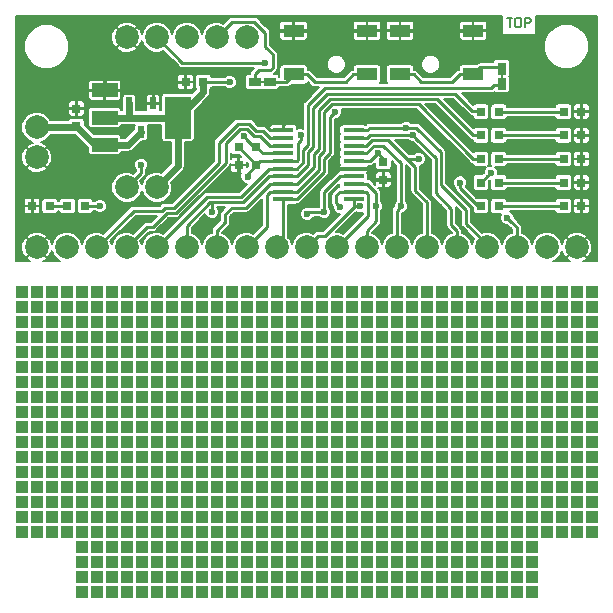
<source format=gtl>
G04 #@! TF.FileFunction,Copper,L1,Top,Signal*
%FSLAX46Y46*%
G04 Gerber Fmt 4.6, Leading zero omitted, Abs format (unit mm)*
G04 Created by KiCad (PCBNEW 4.0.7) date Mon Nov 27 18:48:16 2017*
%MOMM*%
%LPD*%
G01*
G04 APERTURE LIST*
%ADD10C,0.100000*%
%ADD11C,0.150000*%
%ADD12C,1.998980*%
%ADD13R,1.000000X1.000000*%
%ADD14R,0.800000X0.800000*%
%ADD15R,1.800000X1.100000*%
%ADD16R,1.780000X0.400000*%
%ADD17R,2.200000X1.200000*%
%ADD18R,2.200000X3.600000*%
%ADD19R,0.551180X1.000760*%
%ADD20R,1.000000X0.800000*%
%ADD21R,0.800000X1.000000*%
%ADD22C,0.600000*%
%ADD23C,0.600000*%
%ADD24C,0.250000*%
%ADD25C,0.200000*%
G04 APERTURE END LIST*
D10*
D11*
X71952381Y-30561905D02*
X72409524Y-30561905D01*
X72180953Y-31361905D02*
X72180953Y-30561905D01*
X72828572Y-30561905D02*
X72980953Y-30561905D01*
X73057144Y-30600000D01*
X73133334Y-30676190D01*
X73171429Y-30828571D01*
X73171429Y-31095238D01*
X73133334Y-31247619D01*
X73057144Y-31323810D01*
X72980953Y-31361905D01*
X72828572Y-31361905D01*
X72752382Y-31323810D01*
X72676191Y-31247619D01*
X72638096Y-31095238D01*
X72638096Y-30828571D01*
X72676191Y-30676190D01*
X72752382Y-30600000D01*
X72828572Y-30561905D01*
X73514286Y-31361905D02*
X73514286Y-30561905D01*
X73819048Y-30561905D01*
X73895239Y-30600000D01*
X73933334Y-30638095D01*
X73971429Y-30714286D01*
X73971429Y-30828571D01*
X73933334Y-30904762D01*
X73895239Y-30942857D01*
X73819048Y-30980952D01*
X73514286Y-30980952D01*
D12*
X42300000Y-44920000D03*
X39760000Y-44920000D03*
D13*
X51190000Y-77940000D03*
X48650000Y-77940000D03*
X49920000Y-77940000D03*
X49920000Y-79210000D03*
X51190000Y-79210000D03*
X48650000Y-79210000D03*
X43570000Y-77940000D03*
X47380000Y-77940000D03*
X46110000Y-79210000D03*
X46110000Y-77940000D03*
X44840000Y-77940000D03*
X47380000Y-79210000D03*
X43570000Y-79210000D03*
X44840000Y-79210000D03*
X58810000Y-79210000D03*
X60080000Y-77940000D03*
X57540000Y-77940000D03*
X60080000Y-79210000D03*
X57540000Y-79210000D03*
X58810000Y-77940000D03*
X56270000Y-77940000D03*
X55000000Y-77940000D03*
X53730000Y-77940000D03*
X52460000Y-77940000D03*
X53730000Y-79210000D03*
X55000000Y-79210000D03*
X56270000Y-79210000D03*
X52460000Y-79210000D03*
X71510000Y-77940000D03*
X72780000Y-79210000D03*
X71510000Y-79210000D03*
X72780000Y-77940000D03*
X74050000Y-77940000D03*
X74050000Y-79210000D03*
X62620000Y-79210000D03*
X61350000Y-77940000D03*
X61350000Y-79210000D03*
X62620000Y-77940000D03*
X63890000Y-79210000D03*
X65160000Y-79210000D03*
X63890000Y-77940000D03*
X66430000Y-79210000D03*
X67700000Y-77940000D03*
X67700000Y-79210000D03*
X66430000Y-77940000D03*
X65160000Y-77940000D03*
X68970000Y-79210000D03*
X70240000Y-77940000D03*
X70240000Y-79210000D03*
X68970000Y-77940000D03*
X37220000Y-77940000D03*
X37220000Y-79210000D03*
X35950000Y-79210000D03*
X41030000Y-79210000D03*
X41030000Y-77940000D03*
X39760000Y-79210000D03*
X38490000Y-79210000D03*
X38490000Y-77940000D03*
X39760000Y-77940000D03*
X42300000Y-77940000D03*
X42300000Y-79210000D03*
X35950000Y-77940000D03*
X53730000Y-71590000D03*
X55000000Y-70320000D03*
X53730000Y-72860000D03*
X53730000Y-70320000D03*
X56270000Y-74130000D03*
X51190000Y-74130000D03*
X49920000Y-72860000D03*
X52460000Y-72860000D03*
X52460000Y-74130000D03*
X49920000Y-74130000D03*
X51190000Y-72860000D03*
X53730000Y-69050000D03*
X52460000Y-69050000D03*
X51190000Y-69050000D03*
X49920000Y-69050000D03*
X51190000Y-71590000D03*
X49920000Y-70320000D03*
X52460000Y-70320000D03*
X52460000Y-71590000D03*
X49920000Y-71590000D03*
X51190000Y-70320000D03*
X55000000Y-69050000D03*
X56270000Y-69050000D03*
X57540000Y-76670000D03*
X55000000Y-76670000D03*
X56270000Y-76670000D03*
X56270000Y-75400000D03*
X56270000Y-71590000D03*
X56270000Y-72860000D03*
X55000000Y-71590000D03*
X56270000Y-70320000D03*
X55000000Y-72860000D03*
X51190000Y-75400000D03*
X49920000Y-75400000D03*
X52460000Y-75400000D03*
X52460000Y-76670000D03*
X49920000Y-76670000D03*
X51190000Y-76670000D03*
X53730000Y-76670000D03*
X53730000Y-74130000D03*
X55000000Y-74130000D03*
X55000000Y-75400000D03*
X53730000Y-75400000D03*
X34680000Y-69050000D03*
X37220000Y-71590000D03*
X37220000Y-70320000D03*
X38490000Y-71590000D03*
X38490000Y-70320000D03*
X39760000Y-71590000D03*
X34680000Y-71590000D03*
X34680000Y-70320000D03*
X35950000Y-70320000D03*
X35950000Y-71590000D03*
X35950000Y-69050000D03*
X37220000Y-69050000D03*
X39760000Y-69050000D03*
X38490000Y-69050000D03*
X39760000Y-70320000D03*
X41030000Y-71590000D03*
X42300000Y-70320000D03*
X41030000Y-70320000D03*
X41030000Y-69050000D03*
X42300000Y-69050000D03*
X44840000Y-69050000D03*
X47380000Y-69050000D03*
X47380000Y-70320000D03*
X48650000Y-69050000D03*
X48650000Y-70320000D03*
X42300000Y-71590000D03*
X43570000Y-70320000D03*
X43570000Y-69050000D03*
X43570000Y-71590000D03*
X44840000Y-70320000D03*
X44840000Y-71590000D03*
X47380000Y-71590000D03*
X46110000Y-69050000D03*
X48650000Y-71590000D03*
X46110000Y-70320000D03*
X46110000Y-71590000D03*
X33410000Y-71590000D03*
X30870000Y-70320000D03*
X32140000Y-71590000D03*
X32140000Y-70320000D03*
X33410000Y-70320000D03*
X30870000Y-71590000D03*
X33410000Y-69050000D03*
X30870000Y-69050000D03*
X32140000Y-69050000D03*
X37220000Y-76670000D03*
X35950000Y-76670000D03*
X35950000Y-75400000D03*
X37220000Y-75400000D03*
X39760000Y-76670000D03*
X38490000Y-76670000D03*
X38490000Y-75400000D03*
X37220000Y-74130000D03*
X35950000Y-74130000D03*
X35950000Y-72860000D03*
X38490000Y-72860000D03*
X37220000Y-72860000D03*
X30870000Y-74130000D03*
X30870000Y-72860000D03*
X34680000Y-74130000D03*
X34680000Y-72860000D03*
X32140000Y-74130000D03*
X32140000Y-72860000D03*
X33410000Y-72860000D03*
X33410000Y-74130000D03*
X38490000Y-74130000D03*
X39760000Y-75400000D03*
X39760000Y-72860000D03*
X39760000Y-74130000D03*
X47380000Y-74130000D03*
X48650000Y-72860000D03*
X46110000Y-74130000D03*
X47380000Y-72860000D03*
X48650000Y-74130000D03*
X41030000Y-74130000D03*
X43570000Y-74130000D03*
X42300000Y-74130000D03*
X42300000Y-72860000D03*
X43570000Y-72860000D03*
X41030000Y-72860000D03*
X47380000Y-76670000D03*
X47380000Y-75400000D03*
X48650000Y-76670000D03*
X48650000Y-75400000D03*
X46110000Y-76670000D03*
X41030000Y-76670000D03*
X41030000Y-75400000D03*
X42300000Y-75400000D03*
X42300000Y-76670000D03*
X43570000Y-76670000D03*
X43570000Y-75400000D03*
X44840000Y-74130000D03*
X46110000Y-72860000D03*
X44840000Y-72860000D03*
X44840000Y-76670000D03*
X46110000Y-75400000D03*
X44840000Y-75400000D03*
X62620000Y-76670000D03*
X62620000Y-75400000D03*
X61350000Y-76670000D03*
X61350000Y-75400000D03*
X60080000Y-75400000D03*
X60080000Y-74130000D03*
X60080000Y-76670000D03*
X58810000Y-69050000D03*
X58810000Y-70320000D03*
X61350000Y-70320000D03*
X60080000Y-70320000D03*
X60080000Y-69050000D03*
X61350000Y-74130000D03*
X61350000Y-72860000D03*
X60080000Y-72860000D03*
X61350000Y-71590000D03*
X60080000Y-71590000D03*
X57540000Y-72860000D03*
X58810000Y-71590000D03*
X58810000Y-72860000D03*
X57540000Y-71590000D03*
X57540000Y-69050000D03*
X57540000Y-70320000D03*
X58810000Y-76670000D03*
X57540000Y-75400000D03*
X58810000Y-74130000D03*
X58810000Y-75400000D03*
X57540000Y-74130000D03*
X70240000Y-72860000D03*
X70240000Y-74130000D03*
X70240000Y-71590000D03*
X71510000Y-71590000D03*
X75320000Y-74130000D03*
X74050000Y-76670000D03*
X74050000Y-75400000D03*
X74050000Y-74130000D03*
X75320000Y-71590000D03*
X75320000Y-72860000D03*
X77860000Y-74130000D03*
X77860000Y-71590000D03*
X76590000Y-74130000D03*
X76590000Y-71590000D03*
X76590000Y-72860000D03*
X79130000Y-71590000D03*
X79130000Y-72860000D03*
X77860000Y-72860000D03*
X79130000Y-74130000D03*
X70240000Y-75400000D03*
X71510000Y-75400000D03*
X72780000Y-76670000D03*
X71510000Y-76670000D03*
X72780000Y-75400000D03*
X70240000Y-76670000D03*
X74050000Y-71590000D03*
X74050000Y-72860000D03*
X71510000Y-72860000D03*
X71510000Y-74130000D03*
X72780000Y-74130000D03*
X72780000Y-71590000D03*
X72780000Y-72860000D03*
X71510000Y-69050000D03*
X72780000Y-69050000D03*
X79130000Y-70320000D03*
X79130000Y-69050000D03*
X77860000Y-70320000D03*
X75320000Y-70320000D03*
X74050000Y-69050000D03*
X74050000Y-70320000D03*
X75320000Y-69050000D03*
X70240000Y-70320000D03*
X71510000Y-70320000D03*
X70240000Y-69050000D03*
X72780000Y-70320000D03*
X77860000Y-69050000D03*
X76590000Y-70320000D03*
X76590000Y-69050000D03*
X68970000Y-76670000D03*
X67700000Y-74130000D03*
X67700000Y-76670000D03*
X68970000Y-74130000D03*
X67700000Y-75400000D03*
X68970000Y-75400000D03*
X63890000Y-76670000D03*
X63890000Y-75400000D03*
X65160000Y-76670000D03*
X66430000Y-74130000D03*
X66430000Y-75400000D03*
X65160000Y-75400000D03*
X66430000Y-76670000D03*
X65160000Y-74130000D03*
X65160000Y-69050000D03*
X66430000Y-69050000D03*
X63890000Y-70320000D03*
X61350000Y-69050000D03*
X62620000Y-70320000D03*
X62620000Y-69050000D03*
X63890000Y-74130000D03*
X63890000Y-71590000D03*
X63890000Y-72860000D03*
X62620000Y-72860000D03*
X62620000Y-71590000D03*
X62620000Y-74130000D03*
X67700000Y-71590000D03*
X65160000Y-71590000D03*
X65160000Y-72860000D03*
X67700000Y-70320000D03*
X66430000Y-71590000D03*
X65160000Y-70320000D03*
X67700000Y-72860000D03*
X68970000Y-71590000D03*
X68970000Y-72860000D03*
X66430000Y-70320000D03*
X66430000Y-72860000D03*
X68970000Y-70320000D03*
X67700000Y-69050000D03*
X68970000Y-69050000D03*
X63890000Y-69050000D03*
X41030000Y-67780000D03*
X41030000Y-65240000D03*
X41030000Y-62700000D03*
X41030000Y-60160000D03*
X41030000Y-66510000D03*
X41030000Y-63970000D03*
X41030000Y-61430000D03*
X41030000Y-58890000D03*
X42300000Y-66510000D03*
X42300000Y-63970000D03*
X42300000Y-61430000D03*
X42300000Y-58890000D03*
X42300000Y-67780000D03*
X42300000Y-65240000D03*
X42300000Y-62700000D03*
X42300000Y-60160000D03*
X43570000Y-67780000D03*
X43570000Y-65240000D03*
X43570000Y-62700000D03*
X43570000Y-60160000D03*
X43570000Y-66510000D03*
X43570000Y-63970000D03*
X43570000Y-61430000D03*
X43570000Y-58890000D03*
X34680000Y-67780000D03*
X34680000Y-65240000D03*
X34680000Y-62700000D03*
X34680000Y-60160000D03*
X33410000Y-67780000D03*
X33410000Y-65240000D03*
X33410000Y-62700000D03*
X33410000Y-60160000D03*
X32140000Y-67780000D03*
X32140000Y-65240000D03*
X32140000Y-62700000D03*
X32140000Y-60160000D03*
X34680000Y-66510000D03*
X34680000Y-63970000D03*
X34680000Y-61430000D03*
X34680000Y-58890000D03*
X32140000Y-66510000D03*
X32140000Y-63970000D03*
X32140000Y-61430000D03*
X32140000Y-58890000D03*
X33410000Y-66510000D03*
X33410000Y-63970000D03*
X33410000Y-61430000D03*
X33410000Y-58890000D03*
X37220000Y-67780000D03*
X37220000Y-65240000D03*
X37220000Y-62700000D03*
X37220000Y-60160000D03*
X37220000Y-66510000D03*
X37220000Y-63970000D03*
X37220000Y-61430000D03*
X37220000Y-58890000D03*
X35950000Y-66510000D03*
X35950000Y-63970000D03*
X35950000Y-61430000D03*
X35950000Y-58890000D03*
X35950000Y-67780000D03*
X35950000Y-65240000D03*
X35950000Y-62700000D03*
X35950000Y-60160000D03*
X39760000Y-67780000D03*
X39760000Y-65240000D03*
X39760000Y-62700000D03*
X39760000Y-60160000D03*
X39760000Y-66510000D03*
X39760000Y-63970000D03*
X39760000Y-61430000D03*
X39760000Y-58890000D03*
X38490000Y-67780000D03*
X38490000Y-65240000D03*
X38490000Y-62700000D03*
X38490000Y-60160000D03*
X38490000Y-66510000D03*
X38490000Y-63970000D03*
X38490000Y-61430000D03*
X38490000Y-58890000D03*
X47380000Y-67780000D03*
X47380000Y-65240000D03*
X47380000Y-62700000D03*
X47380000Y-60160000D03*
X47380000Y-66510000D03*
X47380000Y-63970000D03*
X47380000Y-61430000D03*
X47380000Y-58890000D03*
X48650000Y-67780000D03*
X48650000Y-65240000D03*
X48650000Y-62700000D03*
X48650000Y-60160000D03*
X48650000Y-66510000D03*
X48650000Y-63970000D03*
X48650000Y-61430000D03*
X48650000Y-58890000D03*
X46110000Y-67780000D03*
X46110000Y-65240000D03*
X46110000Y-62700000D03*
X46110000Y-60160000D03*
X44840000Y-66510000D03*
X44840000Y-63970000D03*
X44840000Y-61430000D03*
X44840000Y-58890000D03*
X44840000Y-67780000D03*
X44840000Y-65240000D03*
X44840000Y-62700000D03*
X44840000Y-60160000D03*
X46110000Y-66510000D03*
X46110000Y-63970000D03*
X46110000Y-61430000D03*
X46110000Y-58890000D03*
X75320000Y-67780000D03*
X75320000Y-65240000D03*
X75320000Y-62700000D03*
X75320000Y-60160000D03*
X77860000Y-67780000D03*
X77860000Y-65240000D03*
X77860000Y-62700000D03*
X77860000Y-60160000D03*
X76590000Y-67780000D03*
X76590000Y-65240000D03*
X76590000Y-62700000D03*
X76590000Y-60160000D03*
X79130000Y-67780000D03*
X79130000Y-65240000D03*
X79130000Y-62700000D03*
X79130000Y-60160000D03*
X74050000Y-67780000D03*
X74050000Y-65240000D03*
X74050000Y-62700000D03*
X74050000Y-60160000D03*
X79130000Y-66510000D03*
X79130000Y-63970000D03*
X79130000Y-61430000D03*
X79130000Y-58890000D03*
X75320000Y-66510000D03*
X75320000Y-63970000D03*
X75320000Y-61430000D03*
X75320000Y-58890000D03*
X74050000Y-66510000D03*
X74050000Y-63970000D03*
X74050000Y-61430000D03*
X74050000Y-58890000D03*
X76590000Y-66510000D03*
X76590000Y-63970000D03*
X76590000Y-61430000D03*
X76590000Y-58890000D03*
X77860000Y-66510000D03*
X77860000Y-63970000D03*
X77860000Y-61430000D03*
X77860000Y-58890000D03*
X68970000Y-67780000D03*
X68970000Y-65240000D03*
X68970000Y-62700000D03*
X68970000Y-60160000D03*
X70240000Y-66510000D03*
X70240000Y-63970000D03*
X70240000Y-61430000D03*
X70240000Y-58890000D03*
X67700000Y-67780000D03*
X67700000Y-65240000D03*
X67700000Y-62700000D03*
X67700000Y-60160000D03*
X67700000Y-66510000D03*
X67700000Y-63970000D03*
X67700000Y-61430000D03*
X67700000Y-58890000D03*
X70240000Y-67780000D03*
X70240000Y-65240000D03*
X70240000Y-62700000D03*
X70240000Y-60160000D03*
X68970000Y-66510000D03*
X68970000Y-63970000D03*
X68970000Y-61430000D03*
X68970000Y-58890000D03*
X72780000Y-67780000D03*
X72780000Y-65240000D03*
X72780000Y-62700000D03*
X72780000Y-60160000D03*
X71510000Y-67780000D03*
X71510000Y-65240000D03*
X71510000Y-62700000D03*
X71510000Y-60160000D03*
X72780000Y-66510000D03*
X72780000Y-63970000D03*
X72780000Y-61430000D03*
X72780000Y-58890000D03*
X71510000Y-66510000D03*
X71510000Y-63970000D03*
X71510000Y-61430000D03*
X71510000Y-58890000D03*
X63890000Y-67780000D03*
X63890000Y-65240000D03*
X63890000Y-62700000D03*
X63890000Y-60160000D03*
X65160000Y-67780000D03*
X65160000Y-65240000D03*
X65160000Y-62700000D03*
X65160000Y-60160000D03*
X65160000Y-66510000D03*
X65160000Y-63970000D03*
X65160000Y-61430000D03*
X65160000Y-58890000D03*
X66430000Y-67780000D03*
X66430000Y-65240000D03*
X66430000Y-62700000D03*
X66430000Y-60160000D03*
X63890000Y-66510000D03*
X63890000Y-63970000D03*
X63890000Y-61430000D03*
X63890000Y-58890000D03*
X66430000Y-66510000D03*
X66430000Y-63970000D03*
X66430000Y-61430000D03*
X66430000Y-58890000D03*
X61350000Y-67780000D03*
X61350000Y-65240000D03*
X61350000Y-62700000D03*
X61350000Y-60160000D03*
X62620000Y-66510000D03*
X62620000Y-63970000D03*
X62620000Y-61430000D03*
X62620000Y-58890000D03*
X62620000Y-67780000D03*
X62620000Y-65240000D03*
X62620000Y-62700000D03*
X62620000Y-60160000D03*
X61350000Y-66510000D03*
X61350000Y-63970000D03*
X61350000Y-61430000D03*
X61350000Y-58890000D03*
X60080000Y-66510000D03*
X60080000Y-63970000D03*
X60080000Y-61430000D03*
X60080000Y-58890000D03*
X60080000Y-67780000D03*
X60080000Y-65240000D03*
X60080000Y-62700000D03*
X60080000Y-60160000D03*
X58810000Y-67780000D03*
X58810000Y-65240000D03*
X58810000Y-62700000D03*
X58810000Y-60160000D03*
X58810000Y-66510000D03*
X58810000Y-63970000D03*
X58810000Y-61430000D03*
X58810000Y-58890000D03*
X53730000Y-67780000D03*
X53730000Y-65240000D03*
X53730000Y-62700000D03*
X53730000Y-60160000D03*
X53730000Y-66510000D03*
X53730000Y-63970000D03*
X53730000Y-61430000D03*
X53730000Y-58890000D03*
X51190000Y-67780000D03*
X51190000Y-65240000D03*
X51190000Y-62700000D03*
X51190000Y-60160000D03*
X51190000Y-66510000D03*
X51190000Y-63970000D03*
X51190000Y-61430000D03*
X51190000Y-58890000D03*
X49920000Y-66510000D03*
X49920000Y-63970000D03*
X49920000Y-61430000D03*
X49920000Y-58890000D03*
X52460000Y-66510000D03*
X52460000Y-63970000D03*
X52460000Y-61430000D03*
X52460000Y-58890000D03*
X52460000Y-67780000D03*
X52460000Y-65240000D03*
X52460000Y-62700000D03*
X52460000Y-60160000D03*
X49920000Y-67780000D03*
X49920000Y-65240000D03*
X49920000Y-62700000D03*
X49920000Y-60160000D03*
X30870000Y-67780000D03*
X30870000Y-65240000D03*
X30870000Y-62700000D03*
X30870000Y-60160000D03*
X30870000Y-66510000D03*
X30870000Y-63970000D03*
X30870000Y-61430000D03*
X30870000Y-58890000D03*
X57540000Y-67780000D03*
X57540000Y-65240000D03*
X57540000Y-62700000D03*
X57540000Y-60160000D03*
X56270000Y-67780000D03*
X56270000Y-65240000D03*
X56270000Y-62700000D03*
X56270000Y-60160000D03*
X56270000Y-66510000D03*
X56270000Y-63970000D03*
X56270000Y-61430000D03*
X56270000Y-58890000D03*
X55000000Y-67780000D03*
X55000000Y-65240000D03*
X55000000Y-62700000D03*
X55000000Y-60160000D03*
X55000000Y-66510000D03*
X55000000Y-63970000D03*
X55000000Y-61430000D03*
X55000000Y-58890000D03*
X57540000Y-66510000D03*
X57540000Y-63970000D03*
X57540000Y-61430000D03*
X57540000Y-58890000D03*
X41030000Y-57620000D03*
X41030000Y-56350000D03*
X42300000Y-56350000D03*
X42300000Y-57620000D03*
X43570000Y-57620000D03*
X43570000Y-56350000D03*
X34680000Y-57620000D03*
X33410000Y-57620000D03*
X32140000Y-57620000D03*
X34680000Y-56350000D03*
X32140000Y-56350000D03*
X33410000Y-56350000D03*
X37220000Y-57620000D03*
X37220000Y-56350000D03*
X35950000Y-56350000D03*
X35950000Y-57620000D03*
X39760000Y-57620000D03*
X39760000Y-56350000D03*
X38490000Y-57620000D03*
X38490000Y-56350000D03*
X47380000Y-57620000D03*
X47380000Y-56350000D03*
X48650000Y-57620000D03*
X48650000Y-56350000D03*
X46110000Y-57620000D03*
X44840000Y-56350000D03*
X44840000Y-57620000D03*
X46110000Y-56350000D03*
X75320000Y-57620000D03*
X77860000Y-57620000D03*
X76590000Y-57620000D03*
X79130000Y-57620000D03*
X74050000Y-57620000D03*
X79130000Y-56350000D03*
X75320000Y-56350000D03*
X74050000Y-56350000D03*
X76590000Y-56350000D03*
X77860000Y-56350000D03*
X68970000Y-57620000D03*
X70240000Y-56350000D03*
X67700000Y-57620000D03*
X67700000Y-56350000D03*
X70240000Y-57620000D03*
X68970000Y-56350000D03*
X72780000Y-57620000D03*
X71510000Y-57620000D03*
X72780000Y-56350000D03*
X71510000Y-56350000D03*
X63890000Y-57620000D03*
X65160000Y-57620000D03*
X65160000Y-56350000D03*
X66430000Y-57620000D03*
X63890000Y-56350000D03*
X66430000Y-56350000D03*
X61350000Y-57620000D03*
X62620000Y-56350000D03*
X62620000Y-57620000D03*
X61350000Y-56350000D03*
X60080000Y-56350000D03*
X60080000Y-57620000D03*
X58810000Y-57620000D03*
X58810000Y-56350000D03*
X53730000Y-57620000D03*
X53730000Y-56350000D03*
X51190000Y-57620000D03*
X51190000Y-56350000D03*
X49920000Y-56350000D03*
X52460000Y-56350000D03*
X52460000Y-57620000D03*
X49920000Y-57620000D03*
X30870000Y-57620000D03*
X30870000Y-56350000D03*
X57540000Y-57620000D03*
X56270000Y-57620000D03*
X56270000Y-56350000D03*
X55000000Y-57620000D03*
X55000000Y-56350000D03*
X57540000Y-56350000D03*
X37220000Y-55080000D03*
X38490000Y-55080000D03*
X39760000Y-55080000D03*
X48650000Y-55080000D03*
X47380000Y-55080000D03*
X46110000Y-55080000D03*
X44840000Y-55080000D03*
X43570000Y-55080000D03*
X41030000Y-55080000D03*
X42300000Y-55080000D03*
X79130000Y-55080000D03*
X75320000Y-55080000D03*
X76590000Y-55080000D03*
X74050000Y-55080000D03*
X77860000Y-55080000D03*
X66430000Y-55080000D03*
X63890000Y-55080000D03*
X65160000Y-55080000D03*
X71510000Y-55080000D03*
X72780000Y-55080000D03*
X70240000Y-55080000D03*
X68970000Y-55080000D03*
X67700000Y-55080000D03*
X61350000Y-55080000D03*
X62620000Y-55080000D03*
X52460000Y-55080000D03*
X56270000Y-55080000D03*
X53730000Y-55080000D03*
X55000000Y-55080000D03*
X49920000Y-55080000D03*
X51190000Y-55080000D03*
X57540000Y-55080000D03*
X58810000Y-55080000D03*
X60080000Y-55080000D03*
X35950000Y-55080000D03*
X34680000Y-55080000D03*
X32140000Y-55080000D03*
X30870000Y-55080000D03*
X33410000Y-55080000D03*
X79130000Y-53810000D03*
X72780000Y-53810000D03*
X71510000Y-53810000D03*
X77860000Y-53810000D03*
X74050000Y-53810000D03*
X75320000Y-53810000D03*
X76590000Y-53810000D03*
X68970000Y-53810000D03*
X70240000Y-53810000D03*
X67700000Y-53810000D03*
X55000000Y-53810000D03*
X51190000Y-53810000D03*
X52460000Y-53810000D03*
X53730000Y-53810000D03*
X65160000Y-53810000D03*
X66430000Y-53810000D03*
X60080000Y-53810000D03*
X58810000Y-53810000D03*
X62620000Y-53810000D03*
X63890000Y-53810000D03*
X61350000Y-53810000D03*
X56270000Y-53810000D03*
X57540000Y-53810000D03*
X42300000Y-53810000D03*
X41030000Y-53810000D03*
X43570000Y-53810000D03*
X48650000Y-53810000D03*
X49920000Y-53810000D03*
X46110000Y-53810000D03*
X44840000Y-53810000D03*
X47380000Y-53810000D03*
X38490000Y-53810000D03*
X35950000Y-53810000D03*
X39760000Y-53810000D03*
X37220000Y-53810000D03*
X34680000Y-53810000D03*
X33410000Y-53810000D03*
X32140000Y-53810000D03*
D12*
X32140000Y-39840000D03*
X32140000Y-42380000D03*
X49920000Y-32220000D03*
X47380000Y-32220000D03*
X44840000Y-32220000D03*
X42300000Y-32220000D03*
X39760000Y-32220000D03*
D14*
X50750000Y-43000000D03*
X49250000Y-43000000D03*
X61500000Y-42750000D03*
X61500000Y-44250000D03*
X35500000Y-39750000D03*
X35500000Y-38250000D03*
X46250000Y-36000000D03*
X44750000Y-36000000D03*
X50750000Y-41500000D03*
X49250000Y-41500000D03*
X36250000Y-46500000D03*
X34750000Y-46500000D03*
X69750000Y-38500000D03*
X71250000Y-38500000D03*
X69750000Y-40500000D03*
X71250000Y-40500000D03*
X69750000Y-42500000D03*
X71250000Y-42500000D03*
X69750000Y-44500000D03*
X71250000Y-44500000D03*
X69750000Y-46500000D03*
X71250000Y-46500000D03*
D15*
X60100000Y-35350000D03*
X60100000Y-31650000D03*
X53900000Y-31650000D03*
X53900000Y-35350000D03*
X69100000Y-35350000D03*
X69100000Y-31650000D03*
X62900000Y-31650000D03*
X62900000Y-35350000D03*
D16*
X58970000Y-45925000D03*
X58970000Y-45275000D03*
X53030000Y-45275000D03*
X53030000Y-45925000D03*
X53030000Y-44625000D03*
X53030000Y-42675000D03*
X53030000Y-43975000D03*
X53030000Y-43325000D03*
X58970000Y-43325000D03*
X58970000Y-43975000D03*
X58970000Y-42675000D03*
X58970000Y-44625000D03*
X58970000Y-42025000D03*
X58970000Y-40075000D03*
X58970000Y-41375000D03*
X58970000Y-40725000D03*
X53030000Y-40725000D03*
X53030000Y-41375000D03*
X53030000Y-40075000D03*
X53030000Y-42025000D03*
D17*
X37900000Y-36700000D03*
X37900000Y-39000000D03*
X37900000Y-41300000D03*
D18*
X44100000Y-39000000D03*
D19*
X39973840Y-37801120D03*
X42000760Y-37801120D03*
X41000000Y-40198880D03*
D14*
X33250000Y-46500000D03*
X31750000Y-46500000D03*
X76750000Y-38500000D03*
X78250000Y-38500000D03*
X76750000Y-40500000D03*
X78250000Y-40500000D03*
X76750000Y-42500000D03*
X78250000Y-42500000D03*
X76750000Y-44500000D03*
X78250000Y-44500000D03*
X76750000Y-46500000D03*
X78250000Y-46500000D03*
D12*
X77860000Y-50000000D03*
X75320000Y-50000000D03*
X72780000Y-50000000D03*
X62620000Y-50000000D03*
X60080000Y-50000000D03*
X57540000Y-50000000D03*
X55000000Y-50000000D03*
X52460000Y-50000000D03*
X65160000Y-50000000D03*
X67700000Y-50000000D03*
X70240000Y-50000000D03*
X49920000Y-50000000D03*
X47380000Y-50000000D03*
X44840000Y-50000000D03*
X32140000Y-50000000D03*
X34680000Y-50000000D03*
X37220000Y-50000000D03*
X39760000Y-50000000D03*
X42300000Y-50000000D03*
D13*
X30870000Y-53810000D03*
D20*
X51900000Y-36000000D03*
X50600000Y-36000000D03*
D21*
X71500000Y-36150000D03*
X71500000Y-34850000D03*
D22*
X41000000Y-43000000D03*
X48500000Y-36000000D03*
X54500000Y-40500000D03*
X61000000Y-42000000D03*
X37500000Y-46500000D03*
X50000000Y-44000000D03*
X40249978Y-42250000D03*
X47500000Y-40250000D03*
X67000000Y-39500000D03*
X69000000Y-39500000D03*
X43458058Y-47700000D03*
X59225899Y-47249979D03*
X67866606Y-47249979D03*
X61750000Y-47249979D03*
X66374990Y-47249979D03*
X64000000Y-47000000D03*
X61500000Y-32500000D03*
X61500000Y-34500000D03*
X44500000Y-44000000D03*
X43000000Y-41500000D03*
X51000000Y-47500000D03*
X64000000Y-41500000D03*
X69500000Y-45599998D03*
X64500018Y-39000000D03*
X58489850Y-38510158D03*
X69000000Y-37500000D03*
X46434306Y-47565694D03*
X41000000Y-47500000D03*
X52272073Y-31727927D03*
X57311593Y-42542953D03*
X64978817Y-43625010D03*
X62308190Y-43587393D03*
X61500000Y-38500000D03*
X50996435Y-39253565D03*
X31000000Y-45500000D03*
X70500000Y-33000000D03*
X38500000Y-47500000D03*
X78250000Y-45500000D03*
X56250000Y-34500000D03*
X53500000Y-34299984D03*
X54250000Y-37750000D03*
X54250000Y-39000011D03*
X48750000Y-44000000D03*
X49000000Y-47250000D03*
X42000000Y-40250000D03*
X43500000Y-36000000D03*
X42000000Y-36750000D03*
X37750000Y-35500000D03*
X35500000Y-37250000D03*
X55500000Y-31750000D03*
X58500000Y-31750000D03*
X64500000Y-31750000D03*
X67500000Y-31750000D03*
X60500000Y-43699998D03*
X55070594Y-47170393D03*
X56500000Y-46999996D03*
X71999984Y-47500000D03*
X49654702Y-40600011D03*
X64000000Y-40500000D03*
X51500000Y-34374990D03*
X63434306Y-39849966D03*
X57410705Y-38516073D03*
X60874990Y-46500000D03*
X59500525Y-46498581D03*
X57810472Y-46546137D03*
X47000014Y-47000000D03*
X63000000Y-46500000D03*
X70584466Y-43676317D03*
X67999954Y-44500000D03*
X64500000Y-42500000D03*
D23*
X40000000Y-39000000D02*
X44100000Y-39000000D01*
D24*
X41000000Y-43000000D02*
X41000000Y-43680000D01*
X41000000Y-43680000D02*
X39760000Y-44920000D01*
D23*
X44100000Y-39000000D02*
X44100000Y-42500000D01*
X44100000Y-42500000D02*
X44100000Y-43120000D01*
D24*
X46250000Y-36000000D02*
X48500000Y-36000000D01*
X54500000Y-40924264D02*
X54500000Y-40500000D01*
X54245001Y-42599999D02*
X54245001Y-41179263D01*
X54170000Y-42675000D02*
X54245001Y-42599999D01*
X53030000Y-42675000D02*
X54170000Y-42675000D01*
X54245001Y-41179263D02*
X54500000Y-40924264D01*
X61500000Y-42750000D02*
X61500000Y-42500000D01*
X61500000Y-42500000D02*
X61299999Y-42299999D01*
X60700001Y-42299999D02*
X61000000Y-42000000D01*
X60325000Y-42675000D02*
X60700001Y-42299999D01*
X58970000Y-42675000D02*
X60325000Y-42675000D01*
X61299999Y-42299999D02*
X61000000Y-42000000D01*
X36250000Y-46500000D02*
X37500000Y-46500000D01*
X50000000Y-44000000D02*
X50000000Y-43750000D01*
X50000000Y-43750000D02*
X50750000Y-43000000D01*
X49250000Y-41500000D02*
X50750000Y-43000000D01*
X53030000Y-42675000D02*
X51075000Y-42675000D01*
X51075000Y-42675000D02*
X50750000Y-43000000D01*
D23*
X44100000Y-43120000D02*
X42300000Y-44920000D01*
X44100000Y-39000000D02*
X46250000Y-36850000D01*
X46250000Y-36850000D02*
X46250000Y-36000000D01*
X39600000Y-39000000D02*
X40000000Y-39000000D01*
X39973840Y-37801120D02*
X39973840Y-38973840D01*
X39973840Y-38973840D02*
X40000000Y-39000000D01*
X37900000Y-39000000D02*
X39600000Y-39000000D01*
D24*
X40674242Y-42250000D02*
X40249978Y-42250000D01*
X42250000Y-42250000D02*
X40674242Y-42250000D01*
X43000000Y-41500000D02*
X42250000Y-42250000D01*
X69075736Y-41500000D02*
X67500000Y-39924264D01*
X67500000Y-39924264D02*
X67424264Y-39924264D01*
X67864998Y-40000000D02*
X67575736Y-40000000D01*
X67299999Y-39799999D02*
X67000000Y-39500000D01*
X78250000Y-41500000D02*
X69075736Y-41500000D01*
X67424264Y-39924264D02*
X67299999Y-39799999D01*
X67575736Y-40000000D02*
X67500000Y-39924264D01*
X61500000Y-46999979D02*
X61750000Y-47249979D01*
X66374990Y-46825715D02*
X66374990Y-47249979D01*
X61500000Y-44250000D02*
X61500000Y-46999979D01*
X64978817Y-45115227D02*
X66374990Y-46511400D01*
X64978817Y-43625010D02*
X64978817Y-45115227D01*
X66374990Y-46511400D02*
X66374990Y-46825715D01*
X61500000Y-34500000D02*
X61500000Y-32500000D01*
X49000000Y-47250000D02*
X50750000Y-47250000D01*
X50750000Y-47250000D02*
X51000000Y-47500000D01*
X62000000Y-39000000D02*
X64075754Y-39000000D01*
X61500000Y-38500000D02*
X62000000Y-39000000D01*
X64075754Y-39000000D02*
X64500018Y-39000000D01*
X61500000Y-38500000D02*
X58500008Y-38500000D01*
X58500008Y-38500000D02*
X58489850Y-38510158D01*
X53900000Y-31650000D02*
X52350000Y-31650000D01*
X52350000Y-31650000D02*
X52272073Y-31727927D01*
X57830000Y-43325000D02*
X57311593Y-42806593D01*
X58970000Y-43325000D02*
X57830000Y-43325000D01*
X57311593Y-42806593D02*
X57311593Y-42542953D01*
X62308190Y-44091810D02*
X62308190Y-44011657D01*
X61500000Y-44250000D02*
X62150000Y-44250000D01*
X62150000Y-44250000D02*
X62308190Y-44091810D01*
X62308190Y-44011657D02*
X62308190Y-43587393D01*
X51068565Y-39253565D02*
X50996435Y-39253565D01*
X53030000Y-40075000D02*
X51890000Y-40075000D01*
X51890000Y-40075000D02*
X51068565Y-39253565D01*
X31750000Y-46500000D02*
X31750000Y-45750000D01*
X31750000Y-45750000D02*
X31500000Y-45500000D01*
X31500000Y-45500000D02*
X31000000Y-45500000D01*
X31750000Y-46500000D02*
X31750000Y-47250000D01*
X38075736Y-47500000D02*
X32000000Y-47500000D01*
X38500000Y-47500000D02*
X38075736Y-47500000D01*
X31750000Y-47250000D02*
X32000000Y-47500000D01*
X78250000Y-38500000D02*
X78250000Y-39500000D01*
X78250000Y-40500000D02*
X78250000Y-39500000D01*
X78250000Y-40500000D02*
X78250000Y-41500000D01*
X78250000Y-42500000D02*
X78250000Y-41500000D01*
X78250000Y-42500000D02*
X78250000Y-43500000D01*
X78250000Y-44500000D02*
X78250000Y-43500000D01*
X78250000Y-44500000D02*
X78250000Y-45500000D01*
X78250000Y-46500000D02*
X78250000Y-45500000D01*
X54250000Y-39000011D02*
X54250000Y-37750000D01*
X53030000Y-39625000D02*
X53654989Y-39000011D01*
X53030000Y-40075000D02*
X53030000Y-39625000D01*
X53825736Y-39000011D02*
X54250000Y-39000011D01*
X53654989Y-39000011D02*
X53825736Y-39000011D01*
X49250000Y-43000000D02*
X49250000Y-44000000D01*
X49250000Y-44000000D02*
X48750000Y-44000000D01*
X44750000Y-36000000D02*
X43500000Y-36000000D01*
X42000760Y-37801120D02*
X42000760Y-36750760D01*
X42000760Y-36750760D02*
X42000000Y-36750000D01*
X37900000Y-36700000D02*
X37900000Y-35650000D01*
X37900000Y-35650000D02*
X37750000Y-35500000D01*
X35500000Y-38250000D02*
X35500000Y-37250000D01*
X53900000Y-31650000D02*
X55400000Y-31650000D01*
X55400000Y-31650000D02*
X55500000Y-31750000D01*
X60100000Y-31650000D02*
X58600000Y-31650000D01*
X58600000Y-31650000D02*
X58500000Y-31750000D01*
X62900000Y-31650000D02*
X64400000Y-31650000D01*
X64400000Y-31650000D02*
X64500000Y-31750000D01*
X69100000Y-31650000D02*
X67600000Y-31650000D01*
X67600000Y-31650000D02*
X67500000Y-31750000D01*
X60500000Y-43699998D02*
X60500000Y-43500000D01*
X60325000Y-43325000D02*
X58970000Y-43325000D01*
X60500000Y-43500000D02*
X60325000Y-43325000D01*
X60850000Y-44250000D02*
X60500000Y-43900000D01*
X60500000Y-43900000D02*
X60500000Y-43699998D01*
X61500000Y-44250000D02*
X60850000Y-44250000D01*
X37220000Y-50000000D02*
X40345001Y-46874999D01*
X40345001Y-46874999D02*
X42721647Y-46874999D01*
X42721647Y-46874999D02*
X42971657Y-46624989D01*
X42971657Y-46624989D02*
X43738601Y-46624989D01*
X50141104Y-39524998D02*
X50741123Y-40125017D01*
X43738601Y-46624989D02*
X47549989Y-42813601D01*
X47549989Y-42813601D02*
X47549989Y-41143309D01*
X47549989Y-41143309D02*
X49168300Y-39524998D01*
X49168300Y-39524998D02*
X50141104Y-39524998D01*
X50741123Y-40125017D02*
X51290017Y-40125017D01*
X51290017Y-40125017D02*
X51890000Y-40725000D01*
X51890000Y-40725000D02*
X53030000Y-40725000D01*
X53030000Y-41375000D02*
X51890000Y-41375000D01*
X51890000Y-41375000D02*
X51090028Y-40575028D01*
X51090028Y-40575028D02*
X50554723Y-40575028D01*
X43158057Y-47074999D02*
X41973056Y-48260000D01*
X50554723Y-40575028D02*
X49954704Y-39975009D01*
X49954704Y-39975009D02*
X49354700Y-39975009D01*
X49354700Y-39975009D02*
X48136411Y-41193298D01*
X48136411Y-41193298D02*
X48136411Y-42863589D01*
X48136411Y-42863589D02*
X43925001Y-47074999D01*
X43925001Y-47074999D02*
X43158057Y-47074999D01*
X41973056Y-48260000D02*
X41500000Y-48260000D01*
X41500000Y-48260000D02*
X39760000Y-50000000D01*
D23*
X35500000Y-39750000D02*
X37050000Y-41300000D01*
X37050000Y-41300000D02*
X37900000Y-41300000D01*
X32140000Y-39840000D02*
X35410000Y-39840000D01*
X35410000Y-39840000D02*
X35500000Y-39750000D01*
X37900000Y-41300000D02*
X39898880Y-41300000D01*
X39898880Y-41300000D02*
X41000000Y-40198880D01*
D24*
X69100000Y-35350000D02*
X67950000Y-35350000D01*
X67950000Y-35350000D02*
X67300000Y-36000000D01*
X67300000Y-36000000D02*
X64700000Y-36000000D01*
X64700000Y-36000000D02*
X64050000Y-35350000D01*
X64050000Y-35350000D02*
X62900000Y-35350000D01*
X55125002Y-37967541D02*
X55125002Y-41300002D01*
X71500000Y-36250000D02*
X70850000Y-36250000D01*
X70850000Y-36250000D02*
X70575035Y-36524965D01*
X70575035Y-36524965D02*
X56567578Y-36524965D01*
X56567578Y-36524965D02*
X55125002Y-37967541D01*
X55125002Y-41300002D02*
X54695012Y-41729992D01*
X54695012Y-41729992D02*
X54695012Y-42799988D01*
X54695012Y-42799988D02*
X54170000Y-43325000D01*
X54170000Y-43325000D02*
X53030000Y-43325000D01*
D11*
X71500000Y-36250000D02*
X71500000Y-34750000D01*
D24*
X71500000Y-34750000D02*
X69700000Y-34750000D01*
X69700000Y-34750000D02*
X69100000Y-35350000D01*
X43299489Y-49000511D02*
X42300000Y-50000000D01*
X46575024Y-45724976D02*
X43299489Y-49000511D01*
X51810002Y-43325000D02*
X49410025Y-45724976D01*
X53030000Y-43325000D02*
X51810002Y-43325000D01*
X49410025Y-45724976D02*
X46575024Y-45724976D01*
X55240991Y-46999996D02*
X55070594Y-47170393D01*
X56500000Y-46999996D02*
X55240991Y-46999996D01*
X57830000Y-43975000D02*
X56500000Y-45305000D01*
X56500000Y-46575732D02*
X56500000Y-46999996D01*
X56500000Y-45305000D02*
X56500000Y-46575732D01*
X58970000Y-43975000D02*
X57830000Y-43975000D01*
X72299983Y-47799999D02*
X71999984Y-47500000D01*
X72299997Y-47799999D02*
X72299983Y-47799999D01*
X72780000Y-50000000D02*
X72780000Y-48280002D01*
X72780000Y-48280002D02*
X72299997Y-47799999D01*
X53900000Y-35350000D02*
X55050000Y-35350000D01*
X55050000Y-35350000D02*
X55700000Y-36000000D01*
X58950000Y-35350000D02*
X60100000Y-35350000D01*
X55700000Y-36000000D02*
X58300000Y-36000000D01*
X58300000Y-36000000D02*
X58950000Y-35350000D01*
X51925004Y-35000000D02*
X52125002Y-34800002D01*
X50950000Y-35000000D02*
X51925004Y-35000000D01*
X50600000Y-36000000D02*
X50600000Y-35350000D01*
X50600000Y-35350000D02*
X50950000Y-35000000D01*
X50500000Y-36000000D02*
X50925004Y-36000000D01*
X52125002Y-34800002D02*
X52125002Y-33625002D01*
X52125002Y-33625002D02*
X51500000Y-33000000D01*
D11*
X50500000Y-36000000D02*
X52000000Y-36000000D01*
D24*
X51500000Y-31839752D02*
X51500000Y-33000000D01*
X47380000Y-32220000D02*
X48704491Y-30895509D01*
X48704491Y-30895509D02*
X50555757Y-30895509D01*
X50555757Y-30895509D02*
X51500000Y-31839752D01*
X50750000Y-41500000D02*
X50554691Y-41500000D01*
X50554691Y-41500000D02*
X49954701Y-40900010D01*
X49954701Y-40900010D02*
X49654702Y-40600011D01*
X50750000Y-41500000D02*
X51275000Y-42025000D01*
X51275000Y-42025000D02*
X53030000Y-42025000D01*
X52000000Y-36000000D02*
X53250000Y-36000000D01*
X53250000Y-36000000D02*
X53900000Y-35350000D01*
X53550000Y-35350000D02*
X53900000Y-35350000D01*
X63974976Y-40474976D02*
X64000000Y-40500000D01*
X60077174Y-40725000D02*
X60327198Y-40474976D01*
X58970000Y-40725000D02*
X60077174Y-40725000D01*
X60327198Y-40474976D02*
X63974976Y-40474976D01*
X67241605Y-46741605D02*
X65924988Y-45424988D01*
X67700000Y-50000000D02*
X67700000Y-48586508D01*
X64299999Y-40799999D02*
X64000000Y-40500000D01*
X65924988Y-42424988D02*
X64299999Y-40799999D01*
X65924988Y-45424988D02*
X65924988Y-42424988D01*
X67241605Y-48128113D02*
X67241605Y-46741605D01*
X67700000Y-48586508D02*
X67241605Y-48128113D01*
X63434306Y-39849966D02*
X64274970Y-39849966D01*
X70240000Y-49740000D02*
X70240000Y-50000000D01*
X64274970Y-39849966D02*
X66374999Y-41949995D01*
X66374999Y-41949995D02*
X66374999Y-44721507D01*
X66374999Y-44721507D02*
X68500000Y-46846508D01*
X68500000Y-46846508D02*
X68500000Y-48000000D01*
X68500000Y-48000000D02*
X70240000Y-49740000D01*
X42300000Y-32220000D02*
X44454990Y-34374990D01*
X44454990Y-34374990D02*
X51500000Y-34374990D01*
X51075736Y-34374990D02*
X51500000Y-34374990D01*
X50700746Y-34374990D02*
X51075736Y-34374990D01*
X63010042Y-39849966D02*
X63434306Y-39849966D01*
X60335034Y-39849966D02*
X63010042Y-39849966D01*
X58970000Y-40075000D02*
X60110000Y-40075000D01*
X60110000Y-40075000D02*
X60335034Y-39849966D01*
X57410705Y-38516073D02*
X57000000Y-38926778D01*
X57000000Y-38926778D02*
X57000000Y-41970647D01*
X57000000Y-41970647D02*
X56495056Y-42475591D01*
X56495056Y-42475591D02*
X56495056Y-43599944D01*
X56495056Y-43599944D02*
X54170000Y-45925000D01*
X54170000Y-45925000D02*
X53030000Y-45925000D01*
X53030000Y-45925000D02*
X53030000Y-49430000D01*
X53030000Y-49430000D02*
X52460000Y-50000000D01*
X60874990Y-47791518D02*
X60874990Y-46500000D01*
X60080000Y-50000000D02*
X60080000Y-48586508D01*
X58970000Y-44625000D02*
X60110000Y-44625000D01*
X60110000Y-44625000D02*
X60874990Y-45389990D01*
X60874990Y-45389990D02*
X60874990Y-46075736D01*
X60874990Y-46075736D02*
X60874990Y-46500000D01*
X60080000Y-48586508D02*
X60874990Y-47791518D01*
X56574615Y-49000511D02*
X59076545Y-46498581D01*
X55999489Y-49000511D02*
X56574615Y-49000511D01*
X55000000Y-50000000D02*
X55999489Y-49000511D01*
X59093581Y-46498581D02*
X59500525Y-46498581D01*
X58970000Y-45925000D02*
X58970000Y-46375000D01*
X59076545Y-46498581D02*
X59500525Y-46498581D01*
X58970000Y-46375000D02*
X59093581Y-46498581D01*
X57810472Y-46546137D02*
X57510473Y-46246138D01*
X57510473Y-46246138D02*
X57510473Y-45594527D01*
X57510473Y-45594527D02*
X57830000Y-45275000D01*
X57830000Y-45275000D02*
X58970000Y-45275000D01*
X60185001Y-47354999D02*
X58539489Y-49000511D01*
X60185001Y-45464998D02*
X60185001Y-47354999D01*
X58539489Y-49000511D02*
X57540000Y-50000000D01*
X59995003Y-45275000D02*
X60185001Y-45464998D01*
X58970000Y-45275000D02*
X59995003Y-45275000D01*
X34750000Y-46500000D02*
X33250000Y-46500000D01*
X55145023Y-42999977D02*
X54170000Y-43975000D01*
X55145023Y-41916391D02*
X55145023Y-42999977D01*
X54170000Y-43975000D02*
X53030000Y-43975000D01*
X55575013Y-41486402D02*
X55145023Y-41916391D01*
X55575013Y-38153941D02*
X55575013Y-41486402D01*
X67574976Y-36974976D02*
X56753978Y-36974976D01*
X69012362Y-38412362D02*
X67574976Y-36974976D01*
X69662362Y-38412362D02*
X69012362Y-38412362D01*
X69750000Y-38500000D02*
X69662362Y-38412362D01*
X56753978Y-36974976D02*
X55575013Y-38153941D01*
X47000014Y-46349988D02*
X47000014Y-46575736D01*
X46825013Y-46174987D02*
X47000014Y-46349988D01*
X47000014Y-46575736D02*
X47000014Y-47000000D01*
X47000000Y-47000000D02*
X47000014Y-47000000D01*
X53030000Y-43975000D02*
X51796413Y-43975000D01*
X51796413Y-43975000D02*
X49596426Y-46174987D01*
X44840000Y-48586508D02*
X44840000Y-50000000D01*
X49596426Y-46174987D02*
X46825013Y-46174987D01*
X46825013Y-46174987D02*
X44840000Y-48160000D01*
X44840000Y-48160000D02*
X44840000Y-48586508D01*
X71250000Y-38500000D02*
X76750000Y-38500000D01*
X69750000Y-40500000D02*
X69100000Y-40500000D01*
X66024987Y-37424987D02*
X56940378Y-37424987D01*
X55595034Y-42102791D02*
X55595034Y-43199966D01*
X69100000Y-40500000D02*
X66024987Y-37424987D01*
X56940378Y-37424987D02*
X56025024Y-38340341D01*
X56025024Y-38340341D02*
X56025024Y-41672802D01*
X56025024Y-41672802D02*
X55595034Y-42102791D01*
X55595034Y-43199966D02*
X54170000Y-44625000D01*
X54170000Y-44625000D02*
X53030000Y-44625000D01*
X47380000Y-50000000D02*
X47380000Y-48586508D01*
X47380000Y-48586508D02*
X48125002Y-47841506D01*
X49890002Y-46624998D02*
X51890000Y-44625000D01*
X51890000Y-44625000D02*
X53030000Y-44625000D01*
X48699998Y-46624998D02*
X49890002Y-46624998D01*
X48125002Y-47199994D02*
X48699998Y-46624998D01*
X48125002Y-47841506D02*
X48125002Y-47199994D01*
X71250000Y-40500000D02*
X76750000Y-40500000D01*
X51625001Y-48294999D02*
X51625001Y-45539999D01*
X49920000Y-50000000D02*
X51625001Y-48294999D01*
X51625001Y-45539999D02*
X51890000Y-45275000D01*
X51890000Y-45275000D02*
X53030000Y-45275000D01*
X53030000Y-45275000D02*
X54170000Y-45275000D01*
X54170000Y-45275000D02*
X56045045Y-43399955D01*
X56045045Y-43399955D02*
X56045045Y-42289191D01*
X56045045Y-42289191D02*
X56500000Y-41834236D01*
X56500000Y-41834236D02*
X56500000Y-38501776D01*
X56500000Y-38501776D02*
X57126778Y-37874998D01*
X57126778Y-37874998D02*
X64474998Y-37874998D01*
X69100000Y-42500000D02*
X69750000Y-42500000D01*
X64474998Y-37874998D02*
X69100000Y-42500000D01*
X71250000Y-42500000D02*
X76750000Y-42500000D01*
X62620000Y-46880000D02*
X62700001Y-46799999D01*
X62620000Y-50000000D02*
X62620000Y-46880000D01*
X62700001Y-46799999D02*
X63000000Y-46500000D01*
X63000000Y-42886411D02*
X63000000Y-46075736D01*
X63000000Y-46075736D02*
X63000000Y-46500000D01*
X58970000Y-42025000D02*
X60049996Y-42025000D01*
X61488587Y-41374998D02*
X63000000Y-42886411D01*
X60699998Y-41374998D02*
X61488587Y-41374998D01*
X60049996Y-42025000D02*
X60699998Y-41374998D01*
X69750000Y-44500000D02*
X69760783Y-44500000D01*
X70284467Y-43976316D02*
X70584466Y-43676317D01*
X69760783Y-44500000D02*
X70284467Y-43976316D01*
X71250000Y-44500000D02*
X76750000Y-44500000D01*
X69750000Y-46500000D02*
X69500000Y-46500000D01*
X69500000Y-46500000D02*
X67999954Y-44999954D01*
X67999954Y-44999954D02*
X67999954Y-44924264D01*
X67999954Y-44924264D02*
X67999954Y-44500000D01*
X64200001Y-45200001D02*
X64200001Y-43500000D01*
X64200001Y-43500000D02*
X64200001Y-43200001D01*
X64200001Y-43200001D02*
X63500000Y-42500000D01*
X58970000Y-41375000D02*
X60063585Y-41375000D01*
X63500000Y-42500000D02*
X64500000Y-42500000D01*
X60063585Y-41375000D02*
X60513598Y-40924987D01*
X60513598Y-40924987D02*
X61924987Y-40924987D01*
X61924987Y-40924987D02*
X63500000Y-42500000D01*
X65160000Y-50000000D02*
X65160000Y-46160000D01*
X65160000Y-46160000D02*
X64200001Y-45200001D01*
X76750000Y-46500000D02*
X71250000Y-46500000D01*
D25*
G36*
X71576191Y-32015000D02*
X74423810Y-32015000D01*
X74423810Y-30375000D01*
X79625000Y-30375000D01*
X79625000Y-51170000D01*
X78436325Y-51170000D01*
X78573476Y-51116441D01*
X78618422Y-51086410D01*
X78725993Y-50901348D01*
X77860000Y-50035355D01*
X76994007Y-50901348D01*
X77101578Y-51086410D01*
X77292283Y-51170000D01*
X75891287Y-51170000D01*
X76055141Y-51102297D01*
X76421012Y-50737063D01*
X76591981Y-50325324D01*
X76743559Y-50713476D01*
X76773590Y-50758422D01*
X76958652Y-50865993D01*
X77824645Y-50000000D01*
X77895355Y-50000000D01*
X78761348Y-50865993D01*
X78946410Y-50758422D01*
X79153947Y-50284939D01*
X79164493Y-49768077D01*
X78976441Y-49286524D01*
X78946410Y-49241578D01*
X78761348Y-49134007D01*
X77895355Y-50000000D01*
X77824645Y-50000000D01*
X76958652Y-49134007D01*
X76773590Y-49241578D01*
X76587809Y-49665427D01*
X76422297Y-49264859D01*
X76256380Y-49098652D01*
X76994007Y-49098652D01*
X77860000Y-49964645D01*
X78725993Y-49098652D01*
X78618422Y-48913590D01*
X78144939Y-48706053D01*
X77628077Y-48695507D01*
X77146524Y-48883559D01*
X77101578Y-48913590D01*
X76994007Y-49098652D01*
X76256380Y-49098652D01*
X76057063Y-48898988D01*
X75579619Y-48700736D01*
X75062649Y-48700284D01*
X74584859Y-48897703D01*
X74218988Y-49262937D01*
X74049829Y-49670317D01*
X73882297Y-49264859D01*
X73517063Y-48898988D01*
X73205000Y-48769408D01*
X73205000Y-48280002D01*
X73172649Y-48117361D01*
X73080521Y-47979482D01*
X72600517Y-47499479D01*
X72600478Y-47499453D01*
X72599985Y-47498960D01*
X72600088Y-47381176D01*
X72508936Y-47160571D01*
X72340301Y-46991641D01*
X72179811Y-46925000D01*
X76048827Y-46925000D01*
X76065042Y-47011173D01*
X76130745Y-47113279D01*
X76230997Y-47181778D01*
X76350000Y-47205877D01*
X77150000Y-47205877D01*
X77261173Y-47184958D01*
X77363279Y-47119255D01*
X77431778Y-47019003D01*
X77455877Y-46900000D01*
X77455877Y-46600000D01*
X77550000Y-46600000D01*
X77550000Y-46959673D01*
X77595672Y-47069936D01*
X77680063Y-47154328D01*
X77790326Y-47200000D01*
X78150000Y-47200000D01*
X78225000Y-47125000D01*
X78225000Y-46525000D01*
X78275000Y-46525000D01*
X78275000Y-47125000D01*
X78350000Y-47200000D01*
X78709674Y-47200000D01*
X78819937Y-47154328D01*
X78904328Y-47069936D01*
X78950000Y-46959673D01*
X78950000Y-46600000D01*
X78875000Y-46525000D01*
X78275000Y-46525000D01*
X78225000Y-46525000D01*
X77625000Y-46525000D01*
X77550000Y-46600000D01*
X77455877Y-46600000D01*
X77455877Y-46100000D01*
X77444649Y-46040327D01*
X77550000Y-46040327D01*
X77550000Y-46400000D01*
X77625000Y-46475000D01*
X78225000Y-46475000D01*
X78225000Y-45875000D01*
X78275000Y-45875000D01*
X78275000Y-46475000D01*
X78875000Y-46475000D01*
X78950000Y-46400000D01*
X78950000Y-46040327D01*
X78904328Y-45930064D01*
X78819937Y-45845672D01*
X78709674Y-45800000D01*
X78350000Y-45800000D01*
X78275000Y-45875000D01*
X78225000Y-45875000D01*
X78150000Y-45800000D01*
X77790326Y-45800000D01*
X77680063Y-45845672D01*
X77595672Y-45930064D01*
X77550000Y-46040327D01*
X77444649Y-46040327D01*
X77434958Y-45988827D01*
X77369255Y-45886721D01*
X77269003Y-45818222D01*
X77150000Y-45794123D01*
X76350000Y-45794123D01*
X76238827Y-45815042D01*
X76136721Y-45880745D01*
X76068222Y-45980997D01*
X76049186Y-46075000D01*
X71951173Y-46075000D01*
X71934958Y-45988827D01*
X71869255Y-45886721D01*
X71769003Y-45818222D01*
X71650000Y-45794123D01*
X70850000Y-45794123D01*
X70738827Y-45815042D01*
X70636721Y-45880745D01*
X70568222Y-45980997D01*
X70544123Y-46100000D01*
X70544123Y-46900000D01*
X70565042Y-47011173D01*
X70630745Y-47113279D01*
X70730997Y-47181778D01*
X70850000Y-47205877D01*
X71472444Y-47205877D01*
X71400088Y-47380129D01*
X71399880Y-47618824D01*
X71491032Y-47839429D01*
X71659667Y-48008359D01*
X71880113Y-48099896D01*
X71998943Y-48100000D01*
X71999463Y-48100520D01*
X71999508Y-48100550D01*
X72355000Y-48456043D01*
X72355000Y-48769555D01*
X72044859Y-48897703D01*
X71678988Y-49262937D01*
X71509829Y-49670317D01*
X71342297Y-49264859D01*
X70977063Y-48898988D01*
X70499619Y-48700736D01*
X69982649Y-48700284D01*
X69854341Y-48753300D01*
X68925000Y-47823960D01*
X68925000Y-46846508D01*
X68892649Y-46683868D01*
X68836601Y-46599986D01*
X68800520Y-46545987D01*
X66873357Y-44618824D01*
X67399850Y-44618824D01*
X67491002Y-44839429D01*
X67574954Y-44923528D01*
X67574954Y-44999954D01*
X67592760Y-45089469D01*
X67607305Y-45162595D01*
X67699434Y-45300474D01*
X69044123Y-46645164D01*
X69044123Y-46900000D01*
X69065042Y-47011173D01*
X69130745Y-47113279D01*
X69230997Y-47181778D01*
X69350000Y-47205877D01*
X70150000Y-47205877D01*
X70261173Y-47184958D01*
X70363279Y-47119255D01*
X70431778Y-47019003D01*
X70455877Y-46900000D01*
X70455877Y-46100000D01*
X70434958Y-45988827D01*
X70369255Y-45886721D01*
X70269003Y-45818222D01*
X70150000Y-45794123D01*
X69395164Y-45794123D01*
X68474806Y-44873766D01*
X68508313Y-44840317D01*
X68599850Y-44619871D01*
X68600058Y-44381176D01*
X68508906Y-44160571D01*
X68340271Y-43991641D01*
X68119825Y-43900104D01*
X67881130Y-43899896D01*
X67660525Y-43991048D01*
X67491595Y-44159683D01*
X67400058Y-44380129D01*
X67399850Y-44618824D01*
X66873357Y-44618824D01*
X66799999Y-44545467D01*
X66799999Y-41949995D01*
X66767648Y-41787355D01*
X66713286Y-41705997D01*
X66675519Y-41649474D01*
X64575490Y-39549446D01*
X64437611Y-39457317D01*
X64410627Y-39451950D01*
X64274970Y-39424966D01*
X63857836Y-39424966D01*
X63774623Y-39341607D01*
X63554177Y-39250070D01*
X63315482Y-39249862D01*
X63094877Y-39341014D01*
X63010778Y-39424966D01*
X60335034Y-39424966D01*
X60199377Y-39451950D01*
X60172393Y-39457317D01*
X60034514Y-39549446D01*
X59985975Y-39597985D01*
X59979003Y-39593222D01*
X59860000Y-39569123D01*
X58080000Y-39569123D01*
X57968827Y-39590042D01*
X57866721Y-39655745D01*
X57798222Y-39755997D01*
X57774123Y-39875000D01*
X57774123Y-40275000D01*
X57795042Y-40386173D01*
X57803154Y-40398779D01*
X57798222Y-40405997D01*
X57774123Y-40525000D01*
X57774123Y-40925000D01*
X57795042Y-41036173D01*
X57803154Y-41048779D01*
X57798222Y-41055997D01*
X57774123Y-41175000D01*
X57774123Y-41575000D01*
X57795042Y-41686173D01*
X57803154Y-41698779D01*
X57798222Y-41705997D01*
X57774123Y-41825000D01*
X57774123Y-42225000D01*
X57795042Y-42336173D01*
X57803154Y-42348779D01*
X57798222Y-42355997D01*
X57774123Y-42475000D01*
X57774123Y-42875000D01*
X57795042Y-42986173D01*
X57805837Y-43002950D01*
X57780000Y-43065327D01*
X57780000Y-43225000D01*
X57855000Y-43300000D01*
X58945000Y-43300000D01*
X58945000Y-43280000D01*
X58995000Y-43280000D01*
X58995000Y-43300000D01*
X60085000Y-43300000D01*
X60160000Y-43225000D01*
X60160000Y-43100000D01*
X60325000Y-43100000D01*
X60460657Y-43073016D01*
X60487641Y-43067649D01*
X60625520Y-42975520D01*
X60794123Y-42806917D01*
X60794123Y-43150000D01*
X60815042Y-43261173D01*
X60880745Y-43363279D01*
X60980997Y-43431778D01*
X61100000Y-43455877D01*
X61900000Y-43455877D01*
X62011173Y-43434958D01*
X62113279Y-43369255D01*
X62181778Y-43269003D01*
X62205877Y-43150000D01*
X62205877Y-42693329D01*
X62575000Y-43062452D01*
X62575000Y-46076470D01*
X62491641Y-46159683D01*
X62400104Y-46380129D01*
X62400000Y-46498960D01*
X62399483Y-46499477D01*
X62399480Y-46499479D01*
X62319480Y-46579480D01*
X62227351Y-46717359D01*
X62227351Y-46717360D01*
X62195000Y-46880000D01*
X62195000Y-48769555D01*
X61884859Y-48897703D01*
X61518988Y-49262937D01*
X61349829Y-49670317D01*
X61182297Y-49264859D01*
X60817063Y-48898988D01*
X60505000Y-48769408D01*
X60505000Y-48762548D01*
X61175511Y-48092038D01*
X61267639Y-47954159D01*
X61299990Y-47791518D01*
X61299990Y-46923530D01*
X61383349Y-46840317D01*
X61474886Y-46619871D01*
X61475094Y-46381176D01*
X61383942Y-46160571D01*
X61299990Y-46076472D01*
X61299990Y-45389990D01*
X61267639Y-45227350D01*
X61218847Y-45154328D01*
X61175510Y-45089469D01*
X61033010Y-44946969D01*
X61040327Y-44950000D01*
X61400000Y-44950000D01*
X61475000Y-44875000D01*
X61475000Y-44275000D01*
X61525000Y-44275000D01*
X61525000Y-44875000D01*
X61600000Y-44950000D01*
X61959673Y-44950000D01*
X62069936Y-44904328D01*
X62154328Y-44819937D01*
X62200000Y-44709674D01*
X62200000Y-44350000D01*
X62125000Y-44275000D01*
X61525000Y-44275000D01*
X61475000Y-44275000D01*
X60875000Y-44275000D01*
X60800000Y-44350000D01*
X60800000Y-44709674D01*
X60803030Y-44716990D01*
X60410520Y-44324480D01*
X60272641Y-44232351D01*
X60235684Y-44225000D01*
X60158847Y-44209716D01*
X60165877Y-44175000D01*
X60165877Y-43790326D01*
X60800000Y-43790326D01*
X60800000Y-44150000D01*
X60875000Y-44225000D01*
X61475000Y-44225000D01*
X61475000Y-43625000D01*
X61525000Y-43625000D01*
X61525000Y-44225000D01*
X62125000Y-44225000D01*
X62200000Y-44150000D01*
X62200000Y-43790326D01*
X62154328Y-43680063D01*
X62069936Y-43595672D01*
X61959673Y-43550000D01*
X61600000Y-43550000D01*
X61525000Y-43625000D01*
X61475000Y-43625000D01*
X61400000Y-43550000D01*
X61040327Y-43550000D01*
X60930064Y-43595672D01*
X60845672Y-43680063D01*
X60800000Y-43790326D01*
X60165877Y-43790326D01*
X60165877Y-43775000D01*
X60144958Y-43663827D01*
X60134163Y-43647050D01*
X60160000Y-43584673D01*
X60160000Y-43425000D01*
X60085000Y-43350000D01*
X58995000Y-43350000D01*
X58995000Y-43370000D01*
X58945000Y-43370000D01*
X58945000Y-43350000D01*
X57855000Y-43350000D01*
X57780000Y-43425000D01*
X57780000Y-43559946D01*
X57694343Y-43576984D01*
X57667359Y-43582351D01*
X57529480Y-43674480D01*
X56199480Y-45004480D01*
X56107351Y-45142359D01*
X56107351Y-45142360D01*
X56075000Y-45305000D01*
X56075000Y-46574996D01*
X55240991Y-46574996D01*
X55214155Y-46580334D01*
X55190465Y-46570497D01*
X54951770Y-46570289D01*
X54731165Y-46661441D01*
X54562235Y-46830076D01*
X54470698Y-47050522D01*
X54470490Y-47289217D01*
X54561642Y-47509822D01*
X54730277Y-47678752D01*
X54950723Y-47770289D01*
X55189418Y-47770497D01*
X55410023Y-47679345D01*
X55578953Y-47510710D01*
X55614544Y-47424996D01*
X56076470Y-47424996D01*
X56159683Y-47508355D01*
X56380129Y-47599892D01*
X56618824Y-47600100D01*
X56839429Y-47508948D01*
X57008359Y-47340313D01*
X57099896Y-47119867D01*
X57100104Y-46881172D01*
X57008952Y-46660567D01*
X56925000Y-46576468D01*
X56925000Y-45481040D01*
X57774123Y-44631917D01*
X57774123Y-44825000D01*
X57780673Y-44859812D01*
X57667360Y-44882351D01*
X57640947Y-44900000D01*
X57529479Y-44974480D01*
X57209953Y-45294007D01*
X57117824Y-45431886D01*
X57117824Y-45431887D01*
X57085473Y-45594527D01*
X57085473Y-46246138D01*
X57111105Y-46375000D01*
X57117824Y-46408779D01*
X57209953Y-46546658D01*
X57210471Y-46547176D01*
X57210368Y-46664961D01*
X57301520Y-46885566D01*
X57470155Y-47054496D01*
X57690601Y-47146033D01*
X57827933Y-47146153D01*
X56398575Y-48575511D01*
X55999489Y-48575511D01*
X55836848Y-48607862D01*
X55698969Y-48699991D01*
X55569535Y-48829425D01*
X55259619Y-48700736D01*
X54742649Y-48700284D01*
X54264859Y-48897703D01*
X53898988Y-49262937D01*
X53729829Y-49670317D01*
X53562297Y-49264859D01*
X53455000Y-49157375D01*
X53455000Y-46430877D01*
X53920000Y-46430877D01*
X54031173Y-46409958D01*
X54124351Y-46350000D01*
X54170000Y-46350000D01*
X54305657Y-46323016D01*
X54332641Y-46317649D01*
X54470520Y-46225520D01*
X56795577Y-43900464D01*
X56887705Y-43762585D01*
X56920056Y-43599944D01*
X56920056Y-42651631D01*
X57300521Y-42271167D01*
X57392649Y-42133288D01*
X57425000Y-41970647D01*
X57425000Y-39116086D01*
X57529529Y-39116177D01*
X57750134Y-39025025D01*
X57919064Y-38856390D01*
X58010601Y-38635944D01*
X58010809Y-38397249D01*
X57970626Y-38299998D01*
X64298958Y-38299998D01*
X68799480Y-42800521D01*
X68937359Y-42892649D01*
X69046837Y-42914425D01*
X69065042Y-43011173D01*
X69130745Y-43113279D01*
X69230997Y-43181778D01*
X69350000Y-43205877D01*
X70150000Y-43205877D01*
X70219572Y-43192786D01*
X70076107Y-43336000D01*
X69984570Y-43556446D01*
X69984466Y-43675277D01*
X69865620Y-43794123D01*
X69350000Y-43794123D01*
X69238827Y-43815042D01*
X69136721Y-43880745D01*
X69068222Y-43980997D01*
X69044123Y-44100000D01*
X69044123Y-44900000D01*
X69065042Y-45011173D01*
X69130745Y-45113279D01*
X69230997Y-45181778D01*
X69350000Y-45205877D01*
X70150000Y-45205877D01*
X70261173Y-45184958D01*
X70363279Y-45119255D01*
X70431778Y-45019003D01*
X70455877Y-44900000D01*
X70455877Y-44405946D01*
X70544123Y-44317700D01*
X70544123Y-44900000D01*
X70565042Y-45011173D01*
X70630745Y-45113279D01*
X70730997Y-45181778D01*
X70850000Y-45205877D01*
X71650000Y-45205877D01*
X71761173Y-45184958D01*
X71863279Y-45119255D01*
X71931778Y-45019003D01*
X71950814Y-44925000D01*
X76048827Y-44925000D01*
X76065042Y-45011173D01*
X76130745Y-45113279D01*
X76230997Y-45181778D01*
X76350000Y-45205877D01*
X77150000Y-45205877D01*
X77261173Y-45184958D01*
X77363279Y-45119255D01*
X77431778Y-45019003D01*
X77455877Y-44900000D01*
X77455877Y-44600000D01*
X77550000Y-44600000D01*
X77550000Y-44959673D01*
X77595672Y-45069936D01*
X77680063Y-45154328D01*
X77790326Y-45200000D01*
X78150000Y-45200000D01*
X78225000Y-45125000D01*
X78225000Y-44525000D01*
X78275000Y-44525000D01*
X78275000Y-45125000D01*
X78350000Y-45200000D01*
X78709674Y-45200000D01*
X78819937Y-45154328D01*
X78904328Y-45069936D01*
X78950000Y-44959673D01*
X78950000Y-44600000D01*
X78875000Y-44525000D01*
X78275000Y-44525000D01*
X78225000Y-44525000D01*
X77625000Y-44525000D01*
X77550000Y-44600000D01*
X77455877Y-44600000D01*
X77455877Y-44100000D01*
X77444649Y-44040327D01*
X77550000Y-44040327D01*
X77550000Y-44400000D01*
X77625000Y-44475000D01*
X78225000Y-44475000D01*
X78225000Y-43875000D01*
X78275000Y-43875000D01*
X78275000Y-44475000D01*
X78875000Y-44475000D01*
X78950000Y-44400000D01*
X78950000Y-44040327D01*
X78904328Y-43930064D01*
X78819937Y-43845672D01*
X78709674Y-43800000D01*
X78350000Y-43800000D01*
X78275000Y-43875000D01*
X78225000Y-43875000D01*
X78150000Y-43800000D01*
X77790326Y-43800000D01*
X77680063Y-43845672D01*
X77595672Y-43930064D01*
X77550000Y-44040327D01*
X77444649Y-44040327D01*
X77434958Y-43988827D01*
X77369255Y-43886721D01*
X77269003Y-43818222D01*
X77150000Y-43794123D01*
X76350000Y-43794123D01*
X76238827Y-43815042D01*
X76136721Y-43880745D01*
X76068222Y-43980997D01*
X76049186Y-44075000D01*
X71951173Y-44075000D01*
X71934958Y-43988827D01*
X71869255Y-43886721D01*
X71769003Y-43818222D01*
X71650000Y-43794123D01*
X71184364Y-43794123D01*
X71184570Y-43557493D01*
X71093418Y-43336888D01*
X70962636Y-43205877D01*
X71650000Y-43205877D01*
X71761173Y-43184958D01*
X71863279Y-43119255D01*
X71931778Y-43019003D01*
X71950814Y-42925000D01*
X76048827Y-42925000D01*
X76065042Y-43011173D01*
X76130745Y-43113279D01*
X76230997Y-43181778D01*
X76350000Y-43205877D01*
X77150000Y-43205877D01*
X77261173Y-43184958D01*
X77363279Y-43119255D01*
X77431778Y-43019003D01*
X77455877Y-42900000D01*
X77455877Y-42600000D01*
X77550000Y-42600000D01*
X77550000Y-42959673D01*
X77595672Y-43069936D01*
X77680063Y-43154328D01*
X77790326Y-43200000D01*
X78150000Y-43200000D01*
X78225000Y-43125000D01*
X78225000Y-42525000D01*
X78275000Y-42525000D01*
X78275000Y-43125000D01*
X78350000Y-43200000D01*
X78709674Y-43200000D01*
X78819937Y-43154328D01*
X78904328Y-43069936D01*
X78950000Y-42959673D01*
X78950000Y-42600000D01*
X78875000Y-42525000D01*
X78275000Y-42525000D01*
X78225000Y-42525000D01*
X77625000Y-42525000D01*
X77550000Y-42600000D01*
X77455877Y-42600000D01*
X77455877Y-42100000D01*
X77444649Y-42040327D01*
X77550000Y-42040327D01*
X77550000Y-42400000D01*
X77625000Y-42475000D01*
X78225000Y-42475000D01*
X78225000Y-41875000D01*
X78275000Y-41875000D01*
X78275000Y-42475000D01*
X78875000Y-42475000D01*
X78950000Y-42400000D01*
X78950000Y-42040327D01*
X78904328Y-41930064D01*
X78819937Y-41845672D01*
X78709674Y-41800000D01*
X78350000Y-41800000D01*
X78275000Y-41875000D01*
X78225000Y-41875000D01*
X78150000Y-41800000D01*
X77790326Y-41800000D01*
X77680063Y-41845672D01*
X77595672Y-41930064D01*
X77550000Y-42040327D01*
X77444649Y-42040327D01*
X77434958Y-41988827D01*
X77369255Y-41886721D01*
X77269003Y-41818222D01*
X77150000Y-41794123D01*
X76350000Y-41794123D01*
X76238827Y-41815042D01*
X76136721Y-41880745D01*
X76068222Y-41980997D01*
X76049186Y-42075000D01*
X71951173Y-42075000D01*
X71934958Y-41988827D01*
X71869255Y-41886721D01*
X71769003Y-41818222D01*
X71650000Y-41794123D01*
X70850000Y-41794123D01*
X70738827Y-41815042D01*
X70636721Y-41880745D01*
X70568222Y-41980997D01*
X70544123Y-42100000D01*
X70544123Y-42900000D01*
X70565042Y-43011173D01*
X70606973Y-43076336D01*
X70465642Y-43076213D01*
X70363990Y-43118215D01*
X70431778Y-43019003D01*
X70455877Y-42900000D01*
X70455877Y-42100000D01*
X70434958Y-41988827D01*
X70369255Y-41886721D01*
X70269003Y-41818222D01*
X70150000Y-41794123D01*
X69350000Y-41794123D01*
X69238827Y-41815042D01*
X69136721Y-41880745D01*
X69114422Y-41913381D01*
X65051027Y-37849987D01*
X65848947Y-37849987D01*
X68799480Y-40800520D01*
X68937359Y-40892649D01*
X68964343Y-40898016D01*
X69046837Y-40914425D01*
X69065042Y-41011173D01*
X69130745Y-41113279D01*
X69230997Y-41181778D01*
X69350000Y-41205877D01*
X70150000Y-41205877D01*
X70261173Y-41184958D01*
X70363279Y-41119255D01*
X70431778Y-41019003D01*
X70455877Y-40900000D01*
X70455877Y-40100000D01*
X70544123Y-40100000D01*
X70544123Y-40900000D01*
X70565042Y-41011173D01*
X70630745Y-41113279D01*
X70730997Y-41181778D01*
X70850000Y-41205877D01*
X71650000Y-41205877D01*
X71761173Y-41184958D01*
X71863279Y-41119255D01*
X71931778Y-41019003D01*
X71950814Y-40925000D01*
X76048827Y-40925000D01*
X76065042Y-41011173D01*
X76130745Y-41113279D01*
X76230997Y-41181778D01*
X76350000Y-41205877D01*
X77150000Y-41205877D01*
X77261173Y-41184958D01*
X77363279Y-41119255D01*
X77431778Y-41019003D01*
X77455877Y-40900000D01*
X77455877Y-40600000D01*
X77550000Y-40600000D01*
X77550000Y-40959673D01*
X77595672Y-41069936D01*
X77680063Y-41154328D01*
X77790326Y-41200000D01*
X78150000Y-41200000D01*
X78225000Y-41125000D01*
X78225000Y-40525000D01*
X78275000Y-40525000D01*
X78275000Y-41125000D01*
X78350000Y-41200000D01*
X78709674Y-41200000D01*
X78819937Y-41154328D01*
X78904328Y-41069936D01*
X78950000Y-40959673D01*
X78950000Y-40600000D01*
X78875000Y-40525000D01*
X78275000Y-40525000D01*
X78225000Y-40525000D01*
X77625000Y-40525000D01*
X77550000Y-40600000D01*
X77455877Y-40600000D01*
X77455877Y-40100000D01*
X77444649Y-40040327D01*
X77550000Y-40040327D01*
X77550000Y-40400000D01*
X77625000Y-40475000D01*
X78225000Y-40475000D01*
X78225000Y-39875000D01*
X78275000Y-39875000D01*
X78275000Y-40475000D01*
X78875000Y-40475000D01*
X78950000Y-40400000D01*
X78950000Y-40040327D01*
X78904328Y-39930064D01*
X78819937Y-39845672D01*
X78709674Y-39800000D01*
X78350000Y-39800000D01*
X78275000Y-39875000D01*
X78225000Y-39875000D01*
X78150000Y-39800000D01*
X77790326Y-39800000D01*
X77680063Y-39845672D01*
X77595672Y-39930064D01*
X77550000Y-40040327D01*
X77444649Y-40040327D01*
X77434958Y-39988827D01*
X77369255Y-39886721D01*
X77269003Y-39818222D01*
X77150000Y-39794123D01*
X76350000Y-39794123D01*
X76238827Y-39815042D01*
X76136721Y-39880745D01*
X76068222Y-39980997D01*
X76049186Y-40075000D01*
X71951173Y-40075000D01*
X71934958Y-39988827D01*
X71869255Y-39886721D01*
X71769003Y-39818222D01*
X71650000Y-39794123D01*
X70850000Y-39794123D01*
X70738827Y-39815042D01*
X70636721Y-39880745D01*
X70568222Y-39980997D01*
X70544123Y-40100000D01*
X70455877Y-40100000D01*
X70434958Y-39988827D01*
X70369255Y-39886721D01*
X70269003Y-39818222D01*
X70150000Y-39794123D01*
X69350000Y-39794123D01*
X69238827Y-39815042D01*
X69136721Y-39880745D01*
X69114422Y-39913382D01*
X66601016Y-37399976D01*
X67398936Y-37399976D01*
X68711842Y-38712883D01*
X68849721Y-38805011D01*
X69012362Y-38837362D01*
X69044123Y-38837362D01*
X69044123Y-38900000D01*
X69065042Y-39011173D01*
X69130745Y-39113279D01*
X69230997Y-39181778D01*
X69350000Y-39205877D01*
X70150000Y-39205877D01*
X70261173Y-39184958D01*
X70363279Y-39119255D01*
X70431778Y-39019003D01*
X70455877Y-38900000D01*
X70455877Y-38100000D01*
X70544123Y-38100000D01*
X70544123Y-38900000D01*
X70565042Y-39011173D01*
X70630745Y-39113279D01*
X70730997Y-39181778D01*
X70850000Y-39205877D01*
X71650000Y-39205877D01*
X71761173Y-39184958D01*
X71863279Y-39119255D01*
X71931778Y-39019003D01*
X71950814Y-38925000D01*
X76048827Y-38925000D01*
X76065042Y-39011173D01*
X76130745Y-39113279D01*
X76230997Y-39181778D01*
X76350000Y-39205877D01*
X77150000Y-39205877D01*
X77261173Y-39184958D01*
X77363279Y-39119255D01*
X77431778Y-39019003D01*
X77455877Y-38900000D01*
X77455877Y-38600000D01*
X77550000Y-38600000D01*
X77550000Y-38959673D01*
X77595672Y-39069936D01*
X77680063Y-39154328D01*
X77790326Y-39200000D01*
X78150000Y-39200000D01*
X78225000Y-39125000D01*
X78225000Y-38525000D01*
X78275000Y-38525000D01*
X78275000Y-39125000D01*
X78350000Y-39200000D01*
X78709674Y-39200000D01*
X78819937Y-39154328D01*
X78904328Y-39069936D01*
X78950000Y-38959673D01*
X78950000Y-38600000D01*
X78875000Y-38525000D01*
X78275000Y-38525000D01*
X78225000Y-38525000D01*
X77625000Y-38525000D01*
X77550000Y-38600000D01*
X77455877Y-38600000D01*
X77455877Y-38100000D01*
X77444649Y-38040327D01*
X77550000Y-38040327D01*
X77550000Y-38400000D01*
X77625000Y-38475000D01*
X78225000Y-38475000D01*
X78225000Y-37875000D01*
X78275000Y-37875000D01*
X78275000Y-38475000D01*
X78875000Y-38475000D01*
X78950000Y-38400000D01*
X78950000Y-38040327D01*
X78904328Y-37930064D01*
X78819937Y-37845672D01*
X78709674Y-37800000D01*
X78350000Y-37800000D01*
X78275000Y-37875000D01*
X78225000Y-37875000D01*
X78150000Y-37800000D01*
X77790326Y-37800000D01*
X77680063Y-37845672D01*
X77595672Y-37930064D01*
X77550000Y-38040327D01*
X77444649Y-38040327D01*
X77434958Y-37988827D01*
X77369255Y-37886721D01*
X77269003Y-37818222D01*
X77150000Y-37794123D01*
X76350000Y-37794123D01*
X76238827Y-37815042D01*
X76136721Y-37880745D01*
X76068222Y-37980997D01*
X76049186Y-38075000D01*
X71951173Y-38075000D01*
X71934958Y-37988827D01*
X71869255Y-37886721D01*
X71769003Y-37818222D01*
X71650000Y-37794123D01*
X70850000Y-37794123D01*
X70738827Y-37815042D01*
X70636721Y-37880745D01*
X70568222Y-37980997D01*
X70544123Y-38100000D01*
X70455877Y-38100000D01*
X70434958Y-37988827D01*
X70369255Y-37886721D01*
X70269003Y-37818222D01*
X70150000Y-37794123D01*
X69350000Y-37794123D01*
X69238827Y-37815042D01*
X69136721Y-37880745D01*
X69114422Y-37913381D01*
X68151005Y-36949965D01*
X70575035Y-36949965D01*
X70710692Y-36922981D01*
X70737676Y-36917614D01*
X70862177Y-36834424D01*
X70880745Y-36863279D01*
X70980997Y-36931778D01*
X71100000Y-36955877D01*
X71900000Y-36955877D01*
X72011173Y-36934958D01*
X72113279Y-36869255D01*
X72181778Y-36769003D01*
X72205877Y-36650000D01*
X72205877Y-35650000D01*
X72184958Y-35538827D01*
X72160277Y-35500471D01*
X72181778Y-35469003D01*
X72205877Y-35350000D01*
X72205877Y-34350000D01*
X72184958Y-34238827D01*
X72119255Y-34136721D01*
X72019003Y-34068222D01*
X71900000Y-34044123D01*
X71100000Y-34044123D01*
X70988827Y-34065042D01*
X70886721Y-34130745D01*
X70818222Y-34230997D01*
X70799186Y-34325000D01*
X69700000Y-34325000D01*
X69574316Y-34350000D01*
X69537359Y-34357351D01*
X69399480Y-34449480D01*
X69354837Y-34494123D01*
X68200000Y-34494123D01*
X68088827Y-34515042D01*
X67986721Y-34580745D01*
X67918222Y-34680997D01*
X67894123Y-34800000D01*
X67894123Y-34936115D01*
X67787359Y-34957351D01*
X67649480Y-35049479D01*
X67123960Y-35575000D01*
X64876041Y-35575000D01*
X64350520Y-35049480D01*
X64212641Y-34957351D01*
X64185657Y-34951984D01*
X64105877Y-34936115D01*
X64105877Y-34800000D01*
X64084958Y-34688827D01*
X64065400Y-34658432D01*
X64699861Y-34658432D01*
X64821397Y-34952572D01*
X65046245Y-35177812D01*
X65340172Y-35299861D01*
X65658432Y-35300139D01*
X65952572Y-35178603D01*
X66177812Y-34953755D01*
X66299861Y-34659828D01*
X66300139Y-34341568D01*
X66178603Y-34047428D01*
X65953755Y-33822188D01*
X65659828Y-33700139D01*
X65341568Y-33699861D01*
X65047428Y-33821397D01*
X64822188Y-34046245D01*
X64700139Y-34340172D01*
X64699861Y-34658432D01*
X64065400Y-34658432D01*
X64019255Y-34586721D01*
X63919003Y-34518222D01*
X63800000Y-34494123D01*
X62000000Y-34494123D01*
X61888827Y-34515042D01*
X61786721Y-34580745D01*
X61718222Y-34680997D01*
X61694123Y-34800000D01*
X61694123Y-35900000D01*
X61715042Y-36011173D01*
X61772178Y-36099965D01*
X61226459Y-36099965D01*
X61281778Y-36019003D01*
X61305877Y-35900000D01*
X61305877Y-34800000D01*
X61284958Y-34688827D01*
X61219255Y-34586721D01*
X61119003Y-34518222D01*
X61000000Y-34494123D01*
X59200000Y-34494123D01*
X59088827Y-34515042D01*
X58986721Y-34580745D01*
X58918222Y-34680997D01*
X58894123Y-34800000D01*
X58894123Y-34936115D01*
X58787359Y-34957351D01*
X58649480Y-35049479D01*
X58123960Y-35575000D01*
X55876041Y-35575000D01*
X55350520Y-35049480D01*
X55212641Y-34957351D01*
X55185657Y-34951984D01*
X55105877Y-34936115D01*
X55105877Y-34800000D01*
X55084958Y-34688827D01*
X55065400Y-34658432D01*
X56699861Y-34658432D01*
X56821397Y-34952572D01*
X57046245Y-35177812D01*
X57340172Y-35299861D01*
X57658432Y-35300139D01*
X57952572Y-35178603D01*
X58177812Y-34953755D01*
X58299861Y-34659828D01*
X58300139Y-34341568D01*
X58178603Y-34047428D01*
X57953755Y-33822188D01*
X57659828Y-33700139D01*
X57341568Y-33699861D01*
X57047428Y-33821397D01*
X56822188Y-34046245D01*
X56700139Y-34340172D01*
X56699861Y-34658432D01*
X55065400Y-34658432D01*
X55019255Y-34586721D01*
X54919003Y-34518222D01*
X54800000Y-34494123D01*
X53000000Y-34494123D01*
X52888827Y-34515042D01*
X52786721Y-34580745D01*
X52718222Y-34680997D01*
X52694123Y-34800000D01*
X52694123Y-35537534D01*
X52684958Y-35488827D01*
X52619255Y-35386721D01*
X52519003Y-35318222D01*
X52400000Y-35294123D01*
X52231921Y-35294123D01*
X52425522Y-35100522D01*
X52517651Y-34962643D01*
X52550002Y-34800002D01*
X52550002Y-33625002D01*
X52517651Y-33462362D01*
X52460130Y-33376275D01*
X75099671Y-33376275D01*
X75388319Y-34074857D01*
X75922331Y-34609802D01*
X76620409Y-34899669D01*
X77376275Y-34900329D01*
X78074857Y-34611681D01*
X78609802Y-34077669D01*
X78899669Y-33379591D01*
X78900329Y-32623725D01*
X78611681Y-31925143D01*
X78077669Y-31390198D01*
X77379591Y-31100331D01*
X76623725Y-31099671D01*
X75925143Y-31388319D01*
X75390198Y-31922331D01*
X75100331Y-32620409D01*
X75099671Y-33376275D01*
X52460130Y-33376275D01*
X52433513Y-33336441D01*
X52425522Y-33324481D01*
X51925000Y-32823960D01*
X51925000Y-31839752D01*
X51907148Y-31750000D01*
X52700000Y-31750000D01*
X52700000Y-32259673D01*
X52745672Y-32369936D01*
X52830063Y-32454328D01*
X52940326Y-32500000D01*
X53800000Y-32500000D01*
X53875000Y-32425000D01*
X53875000Y-31675000D01*
X53925000Y-31675000D01*
X53925000Y-32425000D01*
X54000000Y-32500000D01*
X54859674Y-32500000D01*
X54969937Y-32454328D01*
X55054328Y-32369936D01*
X55100000Y-32259673D01*
X55100000Y-31750000D01*
X58900000Y-31750000D01*
X58900000Y-32259673D01*
X58945672Y-32369936D01*
X59030063Y-32454328D01*
X59140326Y-32500000D01*
X60000000Y-32500000D01*
X60075000Y-32425000D01*
X60075000Y-31675000D01*
X60125000Y-31675000D01*
X60125000Y-32425000D01*
X60200000Y-32500000D01*
X61059674Y-32500000D01*
X61169937Y-32454328D01*
X61254328Y-32369936D01*
X61300000Y-32259673D01*
X61300000Y-31750000D01*
X61700000Y-31750000D01*
X61700000Y-32259673D01*
X61745672Y-32369936D01*
X61830063Y-32454328D01*
X61940326Y-32500000D01*
X62800000Y-32500000D01*
X62875000Y-32425000D01*
X62875000Y-31675000D01*
X62925000Y-31675000D01*
X62925000Y-32425000D01*
X63000000Y-32500000D01*
X63859674Y-32500000D01*
X63969937Y-32454328D01*
X64054328Y-32369936D01*
X64100000Y-32259673D01*
X64100000Y-31750000D01*
X67900000Y-31750000D01*
X67900000Y-32259673D01*
X67945672Y-32369936D01*
X68030063Y-32454328D01*
X68140326Y-32500000D01*
X69000000Y-32500000D01*
X69075000Y-32425000D01*
X69075000Y-31675000D01*
X69125000Y-31675000D01*
X69125000Y-32425000D01*
X69200000Y-32500000D01*
X70059674Y-32500000D01*
X70169937Y-32454328D01*
X70254328Y-32369936D01*
X70300000Y-32259673D01*
X70300000Y-31750000D01*
X70225000Y-31675000D01*
X69125000Y-31675000D01*
X69075000Y-31675000D01*
X67975000Y-31675000D01*
X67900000Y-31750000D01*
X64100000Y-31750000D01*
X64025000Y-31675000D01*
X62925000Y-31675000D01*
X62875000Y-31675000D01*
X61775000Y-31675000D01*
X61700000Y-31750000D01*
X61300000Y-31750000D01*
X61225000Y-31675000D01*
X60125000Y-31675000D01*
X60075000Y-31675000D01*
X58975000Y-31675000D01*
X58900000Y-31750000D01*
X55100000Y-31750000D01*
X55025000Y-31675000D01*
X53925000Y-31675000D01*
X53875000Y-31675000D01*
X52775000Y-31675000D01*
X52700000Y-31750000D01*
X51907148Y-31750000D01*
X51892649Y-31677112D01*
X51857829Y-31625000D01*
X51800520Y-31539231D01*
X51301616Y-31040327D01*
X52700000Y-31040327D01*
X52700000Y-31550000D01*
X52775000Y-31625000D01*
X53875000Y-31625000D01*
X53875000Y-30875000D01*
X53925000Y-30875000D01*
X53925000Y-31625000D01*
X55025000Y-31625000D01*
X55100000Y-31550000D01*
X55100000Y-31040327D01*
X58900000Y-31040327D01*
X58900000Y-31550000D01*
X58975000Y-31625000D01*
X60075000Y-31625000D01*
X60075000Y-30875000D01*
X60125000Y-30875000D01*
X60125000Y-31625000D01*
X61225000Y-31625000D01*
X61300000Y-31550000D01*
X61300000Y-31040327D01*
X61700000Y-31040327D01*
X61700000Y-31550000D01*
X61775000Y-31625000D01*
X62875000Y-31625000D01*
X62875000Y-30875000D01*
X62925000Y-30875000D01*
X62925000Y-31625000D01*
X64025000Y-31625000D01*
X64100000Y-31550000D01*
X64100000Y-31040327D01*
X67900000Y-31040327D01*
X67900000Y-31550000D01*
X67975000Y-31625000D01*
X69075000Y-31625000D01*
X69075000Y-30875000D01*
X69125000Y-30875000D01*
X69125000Y-31625000D01*
X70225000Y-31625000D01*
X70300000Y-31550000D01*
X70300000Y-31040327D01*
X70254328Y-30930064D01*
X70169937Y-30845672D01*
X70059674Y-30800000D01*
X69200000Y-30800000D01*
X69125000Y-30875000D01*
X69075000Y-30875000D01*
X69000000Y-30800000D01*
X68140326Y-30800000D01*
X68030063Y-30845672D01*
X67945672Y-30930064D01*
X67900000Y-31040327D01*
X64100000Y-31040327D01*
X64054328Y-30930064D01*
X63969937Y-30845672D01*
X63859674Y-30800000D01*
X63000000Y-30800000D01*
X62925000Y-30875000D01*
X62875000Y-30875000D01*
X62800000Y-30800000D01*
X61940326Y-30800000D01*
X61830063Y-30845672D01*
X61745672Y-30930064D01*
X61700000Y-31040327D01*
X61300000Y-31040327D01*
X61254328Y-30930064D01*
X61169937Y-30845672D01*
X61059674Y-30800000D01*
X60200000Y-30800000D01*
X60125000Y-30875000D01*
X60075000Y-30875000D01*
X60000000Y-30800000D01*
X59140326Y-30800000D01*
X59030063Y-30845672D01*
X58945672Y-30930064D01*
X58900000Y-31040327D01*
X55100000Y-31040327D01*
X55054328Y-30930064D01*
X54969937Y-30845672D01*
X54859674Y-30800000D01*
X54000000Y-30800000D01*
X53925000Y-30875000D01*
X53875000Y-30875000D01*
X53800000Y-30800000D01*
X52940326Y-30800000D01*
X52830063Y-30845672D01*
X52745672Y-30930064D01*
X52700000Y-31040327D01*
X51301616Y-31040327D01*
X50856277Y-30594989D01*
X50718398Y-30502860D01*
X50691414Y-30497493D01*
X50555757Y-30470509D01*
X48704491Y-30470509D01*
X48568834Y-30497493D01*
X48541850Y-30502860D01*
X48403971Y-30594989D01*
X47949535Y-31049425D01*
X47639619Y-30920736D01*
X47122649Y-30920284D01*
X46644859Y-31117703D01*
X46278988Y-31482937D01*
X46109829Y-31890317D01*
X45942297Y-31484859D01*
X45577063Y-31118988D01*
X45099619Y-30920736D01*
X44582649Y-30920284D01*
X44104859Y-31117703D01*
X43738988Y-31482937D01*
X43569829Y-31890317D01*
X43402297Y-31484859D01*
X43037063Y-31118988D01*
X42559619Y-30920736D01*
X42042649Y-30920284D01*
X41564859Y-31117703D01*
X41198988Y-31482937D01*
X41028019Y-31894676D01*
X40876441Y-31506524D01*
X40846410Y-31461578D01*
X40661348Y-31354007D01*
X39795355Y-32220000D01*
X40661348Y-33085993D01*
X40846410Y-32978422D01*
X41032191Y-32554573D01*
X41197703Y-32955141D01*
X41562937Y-33321012D01*
X42040381Y-33519264D01*
X42557351Y-33519716D01*
X42869640Y-33390680D01*
X44154470Y-34675510D01*
X44292349Y-34767639D01*
X44319333Y-34773006D01*
X44454990Y-34799990D01*
X50548969Y-34799990D01*
X50299480Y-35049480D01*
X50207351Y-35187359D01*
X50201984Y-35214343D01*
X50186115Y-35294123D01*
X50100000Y-35294123D01*
X49988827Y-35315042D01*
X49886721Y-35380745D01*
X49818222Y-35480997D01*
X49794123Y-35600000D01*
X49794123Y-36400000D01*
X49815042Y-36511173D01*
X49880745Y-36613279D01*
X49980997Y-36681778D01*
X50100000Y-36705877D01*
X51100000Y-36705877D01*
X51211173Y-36684958D01*
X51249529Y-36660277D01*
X51280997Y-36681778D01*
X51400000Y-36705877D01*
X52400000Y-36705877D01*
X52511173Y-36684958D01*
X52613279Y-36619255D01*
X52681778Y-36519003D01*
X52700814Y-36425000D01*
X53250000Y-36425000D01*
X53408332Y-36393506D01*
X53412641Y-36392649D01*
X53550520Y-36300520D01*
X53645163Y-36205877D01*
X54800000Y-36205877D01*
X54911173Y-36184958D01*
X55013279Y-36119255D01*
X55081778Y-36019003D01*
X55087872Y-35988912D01*
X55399480Y-36300521D01*
X55537359Y-36392649D01*
X55700000Y-36425000D01*
X56066502Y-36425000D01*
X54824482Y-37667021D01*
X54732353Y-37804900D01*
X54732353Y-37804901D01*
X54700002Y-37967541D01*
X54700002Y-39933377D01*
X54619871Y-39900104D01*
X54381176Y-39899896D01*
X54220000Y-39966492D01*
X54220000Y-39815327D01*
X54174328Y-39705064D01*
X54089937Y-39620672D01*
X53979674Y-39575000D01*
X53130000Y-39575000D01*
X53055000Y-39650000D01*
X53055000Y-40050000D01*
X53075000Y-40050000D01*
X53075000Y-40100000D01*
X53055000Y-40100000D01*
X53055000Y-40120000D01*
X53005000Y-40120000D01*
X53005000Y-40100000D01*
X52985000Y-40100000D01*
X52985000Y-40050000D01*
X53005000Y-40050000D01*
X53005000Y-39650000D01*
X52930000Y-39575000D01*
X52080326Y-39575000D01*
X51970063Y-39620672D01*
X51885672Y-39705064D01*
X51840000Y-39815327D01*
X51840000Y-39975000D01*
X51914998Y-40049998D01*
X51840000Y-40049998D01*
X51840000Y-40073960D01*
X51590537Y-39824497D01*
X51452658Y-39732368D01*
X51425674Y-39727001D01*
X51290017Y-39700017D01*
X50917163Y-39700017D01*
X50441624Y-39224478D01*
X50303745Y-39132349D01*
X50266798Y-39125000D01*
X50141104Y-39099998D01*
X49168300Y-39099998D01*
X49005660Y-39132349D01*
X49005658Y-39132350D01*
X49005659Y-39132350D01*
X48867779Y-39224478D01*
X47249469Y-40842789D01*
X47157340Y-40980668D01*
X47157006Y-40982349D01*
X47124989Y-41143309D01*
X47124989Y-42637560D01*
X43562561Y-46199989D01*
X42971657Y-46199989D01*
X42809016Y-46232340D01*
X42671137Y-46324468D01*
X42545607Y-46449999D01*
X40345001Y-46449999D01*
X40182360Y-46482350D01*
X40044481Y-46574478D01*
X37789535Y-48829424D01*
X37479619Y-48700736D01*
X36962649Y-48700284D01*
X36484859Y-48897703D01*
X36118988Y-49262937D01*
X35949829Y-49670317D01*
X35782297Y-49264859D01*
X35417063Y-48898988D01*
X34939619Y-48700736D01*
X34422649Y-48700284D01*
X33944859Y-48897703D01*
X33578988Y-49262937D01*
X33408019Y-49674676D01*
X33256441Y-49286524D01*
X33226410Y-49241578D01*
X33041348Y-49134007D01*
X32175355Y-50000000D01*
X33041348Y-50865993D01*
X33226410Y-50758422D01*
X33412191Y-50334573D01*
X33577703Y-50735141D01*
X33942937Y-51101012D01*
X34109079Y-51170000D01*
X32716325Y-51170000D01*
X32853476Y-51116441D01*
X32898422Y-51086410D01*
X33005993Y-50901348D01*
X32140000Y-50035355D01*
X31274007Y-50901348D01*
X31381578Y-51086410D01*
X31572283Y-51170000D01*
X30375000Y-51170000D01*
X30375000Y-50231923D01*
X30835507Y-50231923D01*
X31023559Y-50713476D01*
X31053590Y-50758422D01*
X31238652Y-50865993D01*
X32104645Y-50000000D01*
X31238652Y-49134007D01*
X31053590Y-49241578D01*
X30846053Y-49715061D01*
X30835507Y-50231923D01*
X30375000Y-50231923D01*
X30375000Y-49098652D01*
X31274007Y-49098652D01*
X32140000Y-49964645D01*
X33005993Y-49098652D01*
X32898422Y-48913590D01*
X32424939Y-48706053D01*
X31908077Y-48695507D01*
X31426524Y-48883559D01*
X31381578Y-48913590D01*
X31274007Y-49098652D01*
X30375000Y-49098652D01*
X30375000Y-46600000D01*
X31050000Y-46600000D01*
X31050000Y-46959673D01*
X31095672Y-47069936D01*
X31180063Y-47154328D01*
X31290326Y-47200000D01*
X31650000Y-47200000D01*
X31725000Y-47125000D01*
X31725000Y-46525000D01*
X31775000Y-46525000D01*
X31775000Y-47125000D01*
X31850000Y-47200000D01*
X32209674Y-47200000D01*
X32319937Y-47154328D01*
X32404328Y-47069936D01*
X32450000Y-46959673D01*
X32450000Y-46600000D01*
X32375000Y-46525000D01*
X31775000Y-46525000D01*
X31725000Y-46525000D01*
X31125000Y-46525000D01*
X31050000Y-46600000D01*
X30375000Y-46600000D01*
X30375000Y-46040327D01*
X31050000Y-46040327D01*
X31050000Y-46400000D01*
X31125000Y-46475000D01*
X31725000Y-46475000D01*
X31725000Y-45875000D01*
X31775000Y-45875000D01*
X31775000Y-46475000D01*
X32375000Y-46475000D01*
X32450000Y-46400000D01*
X32450000Y-46100000D01*
X32544123Y-46100000D01*
X32544123Y-46900000D01*
X32565042Y-47011173D01*
X32630745Y-47113279D01*
X32730997Y-47181778D01*
X32850000Y-47205877D01*
X33650000Y-47205877D01*
X33761173Y-47184958D01*
X33863279Y-47119255D01*
X33931778Y-47019003D01*
X33950814Y-46925000D01*
X34048827Y-46925000D01*
X34065042Y-47011173D01*
X34130745Y-47113279D01*
X34230997Y-47181778D01*
X34350000Y-47205877D01*
X35150000Y-47205877D01*
X35261173Y-47184958D01*
X35363279Y-47119255D01*
X35431778Y-47019003D01*
X35455877Y-46900000D01*
X35455877Y-46100000D01*
X35544123Y-46100000D01*
X35544123Y-46900000D01*
X35565042Y-47011173D01*
X35630745Y-47113279D01*
X35730997Y-47181778D01*
X35850000Y-47205877D01*
X36650000Y-47205877D01*
X36761173Y-47184958D01*
X36863279Y-47119255D01*
X36931778Y-47019003D01*
X36950814Y-46925000D01*
X37076470Y-46925000D01*
X37159683Y-47008359D01*
X37380129Y-47099896D01*
X37618824Y-47100104D01*
X37839429Y-47008952D01*
X38008359Y-46840317D01*
X38099896Y-46619871D01*
X38100104Y-46381176D01*
X38008952Y-46160571D01*
X37840317Y-45991641D01*
X37619871Y-45900104D01*
X37381176Y-45899896D01*
X37160571Y-45991048D01*
X37076472Y-46075000D01*
X36951173Y-46075000D01*
X36934958Y-45988827D01*
X36869255Y-45886721D01*
X36769003Y-45818222D01*
X36650000Y-45794123D01*
X35850000Y-45794123D01*
X35738827Y-45815042D01*
X35636721Y-45880745D01*
X35568222Y-45980997D01*
X35544123Y-46100000D01*
X35455877Y-46100000D01*
X35434958Y-45988827D01*
X35369255Y-45886721D01*
X35269003Y-45818222D01*
X35150000Y-45794123D01*
X34350000Y-45794123D01*
X34238827Y-45815042D01*
X34136721Y-45880745D01*
X34068222Y-45980997D01*
X34049186Y-46075000D01*
X33951173Y-46075000D01*
X33934958Y-45988827D01*
X33869255Y-45886721D01*
X33769003Y-45818222D01*
X33650000Y-45794123D01*
X32850000Y-45794123D01*
X32738827Y-45815042D01*
X32636721Y-45880745D01*
X32568222Y-45980997D01*
X32544123Y-46100000D01*
X32450000Y-46100000D01*
X32450000Y-46040327D01*
X32404328Y-45930064D01*
X32319937Y-45845672D01*
X32209674Y-45800000D01*
X31850000Y-45800000D01*
X31775000Y-45875000D01*
X31725000Y-45875000D01*
X31650000Y-45800000D01*
X31290326Y-45800000D01*
X31180063Y-45845672D01*
X31095672Y-45930064D01*
X31050000Y-46040327D01*
X30375000Y-46040327D01*
X30375000Y-43281348D01*
X31274007Y-43281348D01*
X31381578Y-43466410D01*
X31855061Y-43673947D01*
X32371923Y-43684493D01*
X32853476Y-43496441D01*
X32898422Y-43466410D01*
X33005993Y-43281348D01*
X32140000Y-42415355D01*
X31274007Y-43281348D01*
X30375000Y-43281348D01*
X30375000Y-42611923D01*
X30835507Y-42611923D01*
X31023559Y-43093476D01*
X31053590Y-43138422D01*
X31238652Y-43245993D01*
X32104645Y-42380000D01*
X32175355Y-42380000D01*
X33041348Y-43245993D01*
X33226410Y-43138422D01*
X33433947Y-42664939D01*
X33444493Y-42148077D01*
X33256441Y-41666524D01*
X33226410Y-41621578D01*
X33041348Y-41514007D01*
X32175355Y-42380000D01*
X32104645Y-42380000D01*
X31238652Y-41514007D01*
X31053590Y-41621578D01*
X30846053Y-42095061D01*
X30835507Y-42611923D01*
X30375000Y-42611923D01*
X30375000Y-40097351D01*
X30840284Y-40097351D01*
X31037703Y-40575141D01*
X31402937Y-40941012D01*
X31814676Y-41111981D01*
X31426524Y-41263559D01*
X31381578Y-41293590D01*
X31274007Y-41478652D01*
X32140000Y-42344645D01*
X33005993Y-41478652D01*
X32898422Y-41293590D01*
X32474573Y-41107809D01*
X32875141Y-40942297D01*
X33241012Y-40577063D01*
X33297926Y-40440000D01*
X35021598Y-40440000D01*
X35100000Y-40455877D01*
X35357349Y-40455877D01*
X36494123Y-41592651D01*
X36494123Y-41900000D01*
X36515042Y-42011173D01*
X36580745Y-42113279D01*
X36680997Y-42181778D01*
X36800000Y-42205877D01*
X39000000Y-42205877D01*
X39111173Y-42184958D01*
X39213279Y-42119255D01*
X39281778Y-42019003D01*
X39305877Y-41900000D01*
X39898880Y-41900000D01*
X40128490Y-41854328D01*
X40323144Y-41724264D01*
X41042271Y-41005137D01*
X41275590Y-41005137D01*
X41386763Y-40984218D01*
X41488869Y-40918515D01*
X41557368Y-40818263D01*
X41581467Y-40699260D01*
X41581467Y-40292052D01*
X41600000Y-40198880D01*
X41581467Y-40105708D01*
X41581467Y-39698500D01*
X41562933Y-39600000D01*
X42694123Y-39600000D01*
X42694123Y-40800000D01*
X42715042Y-40911173D01*
X42780745Y-41013279D01*
X42880997Y-41081778D01*
X43000000Y-41105877D01*
X43500000Y-41105877D01*
X43500000Y-42871472D01*
X42694661Y-43676811D01*
X42559619Y-43620736D01*
X42042649Y-43620284D01*
X41564859Y-43817703D01*
X41198988Y-44182937D01*
X41029829Y-44590317D01*
X40930681Y-44350360D01*
X41300521Y-43980520D01*
X41392649Y-43842641D01*
X41425000Y-43680000D01*
X41425000Y-43423530D01*
X41508359Y-43340317D01*
X41599896Y-43119871D01*
X41600104Y-42881176D01*
X41508952Y-42660571D01*
X41340317Y-42491641D01*
X41119871Y-42400104D01*
X40881176Y-42399896D01*
X40660571Y-42491048D01*
X40491641Y-42659683D01*
X40400104Y-42880129D01*
X40399896Y-43118824D01*
X40491048Y-43339429D01*
X40575000Y-43423528D01*
X40575000Y-43503959D01*
X40329535Y-43749424D01*
X40019619Y-43620736D01*
X39502649Y-43620284D01*
X39024859Y-43817703D01*
X38658988Y-44182937D01*
X38460736Y-44660381D01*
X38460284Y-45177351D01*
X38657703Y-45655141D01*
X39022937Y-46021012D01*
X39500381Y-46219264D01*
X40017351Y-46219716D01*
X40495141Y-46022297D01*
X40861012Y-45657063D01*
X41030171Y-45249683D01*
X41197703Y-45655141D01*
X41562937Y-46021012D01*
X42040381Y-46219264D01*
X42557351Y-46219716D01*
X43035141Y-46022297D01*
X43401012Y-45657063D01*
X43599264Y-45179619D01*
X43599716Y-44662649D01*
X43543042Y-44525486D01*
X44524264Y-43544264D01*
X44654328Y-43349611D01*
X44700000Y-43120000D01*
X44700000Y-41105877D01*
X45200000Y-41105877D01*
X45311173Y-41084958D01*
X45413279Y-41019255D01*
X45481778Y-40919003D01*
X45505877Y-40800000D01*
X45505877Y-38442651D01*
X46674264Y-37274264D01*
X46804328Y-37079610D01*
X46850000Y-36850000D01*
X46850000Y-36627800D01*
X46863279Y-36619255D01*
X46931778Y-36519003D01*
X46950814Y-36425000D01*
X48076470Y-36425000D01*
X48159683Y-36508359D01*
X48380129Y-36599896D01*
X48618824Y-36600104D01*
X48839429Y-36508952D01*
X49008359Y-36340317D01*
X49099896Y-36119871D01*
X49100104Y-35881176D01*
X49008952Y-35660571D01*
X48840317Y-35491641D01*
X48619871Y-35400104D01*
X48381176Y-35399896D01*
X48160571Y-35491048D01*
X48076472Y-35575000D01*
X46951173Y-35575000D01*
X46934958Y-35488827D01*
X46869255Y-35386721D01*
X46769003Y-35318222D01*
X46650000Y-35294123D01*
X45850000Y-35294123D01*
X45738827Y-35315042D01*
X45636721Y-35380745D01*
X45568222Y-35480997D01*
X45544123Y-35600000D01*
X45544123Y-36400000D01*
X45565042Y-36511173D01*
X45630745Y-36613279D01*
X45635170Y-36616302D01*
X45327467Y-36924005D01*
X45319003Y-36918222D01*
X45200000Y-36894123D01*
X43000000Y-36894123D01*
X42888827Y-36915042D01*
X42786721Y-36980745D01*
X42718222Y-37080997D01*
X42694123Y-37200000D01*
X42694123Y-38400000D01*
X42560268Y-38400000D01*
X42576350Y-38361174D01*
X42576350Y-37901120D01*
X42501350Y-37826120D01*
X42025760Y-37826120D01*
X42025760Y-37846120D01*
X41975760Y-37846120D01*
X41975760Y-37826120D01*
X41500170Y-37826120D01*
X41425170Y-37901120D01*
X41425170Y-38361174D01*
X41441252Y-38400000D01*
X40573840Y-38400000D01*
X40573840Y-37801120D01*
X40555307Y-37707948D01*
X40555307Y-37300740D01*
X40544079Y-37241066D01*
X41425170Y-37241066D01*
X41425170Y-37701120D01*
X41500170Y-37776120D01*
X41975760Y-37776120D01*
X41975760Y-37075740D01*
X42025760Y-37075740D01*
X42025760Y-37776120D01*
X42501350Y-37776120D01*
X42576350Y-37701120D01*
X42576350Y-37241066D01*
X42530678Y-37130803D01*
X42446286Y-37046412D01*
X42336023Y-37000740D01*
X42100760Y-37000740D01*
X42025760Y-37075740D01*
X41975760Y-37075740D01*
X41900760Y-37000740D01*
X41665497Y-37000740D01*
X41555234Y-37046412D01*
X41470842Y-37130803D01*
X41425170Y-37241066D01*
X40544079Y-37241066D01*
X40534388Y-37189567D01*
X40468685Y-37087461D01*
X40368433Y-37018962D01*
X40249430Y-36994863D01*
X39698250Y-36994863D01*
X39587077Y-37015782D01*
X39484971Y-37081485D01*
X39416472Y-37181737D01*
X39392373Y-37300740D01*
X39392373Y-37707948D01*
X39373840Y-37801120D01*
X39373840Y-38400000D01*
X39305877Y-38400000D01*
X39284958Y-38288827D01*
X39219255Y-38186721D01*
X39119003Y-38118222D01*
X39000000Y-38094123D01*
X36800000Y-38094123D01*
X36688827Y-38115042D01*
X36586721Y-38180745D01*
X36518222Y-38280997D01*
X36494123Y-38400000D01*
X36494123Y-39600000D01*
X36515042Y-39711173D01*
X36580745Y-39813279D01*
X36680997Y-39881778D01*
X36800000Y-39905877D01*
X39000000Y-39905877D01*
X39111173Y-39884958D01*
X39213279Y-39819255D01*
X39281778Y-39719003D01*
X39305877Y-39600000D01*
X40438480Y-39600000D01*
X40418533Y-39698500D01*
X40418533Y-39931819D01*
X39650352Y-40700000D01*
X39305877Y-40700000D01*
X39284958Y-40588827D01*
X39219255Y-40486721D01*
X39119003Y-40418222D01*
X39000000Y-40394123D01*
X36992651Y-40394123D01*
X36205877Y-39607349D01*
X36205877Y-39350000D01*
X36184958Y-39238827D01*
X36119255Y-39136721D01*
X36019003Y-39068222D01*
X35900000Y-39044123D01*
X35100000Y-39044123D01*
X34988827Y-39065042D01*
X34886721Y-39130745D01*
X34818222Y-39230997D01*
X34816399Y-39240000D01*
X33298136Y-39240000D01*
X33242297Y-39104859D01*
X32877063Y-38738988D01*
X32399619Y-38540736D01*
X31882649Y-38540284D01*
X31404859Y-38737703D01*
X31038988Y-39102937D01*
X30840736Y-39580381D01*
X30840284Y-40097351D01*
X30375000Y-40097351D01*
X30375000Y-38350000D01*
X34800000Y-38350000D01*
X34800000Y-38709674D01*
X34845672Y-38819937D01*
X34930064Y-38904328D01*
X35040327Y-38950000D01*
X35400000Y-38950000D01*
X35475000Y-38875000D01*
X35475000Y-38275000D01*
X35525000Y-38275000D01*
X35525000Y-38875000D01*
X35600000Y-38950000D01*
X35959673Y-38950000D01*
X36069936Y-38904328D01*
X36154328Y-38819937D01*
X36200000Y-38709674D01*
X36200000Y-38350000D01*
X36125000Y-38275000D01*
X35525000Y-38275000D01*
X35475000Y-38275000D01*
X34875000Y-38275000D01*
X34800000Y-38350000D01*
X30375000Y-38350000D01*
X30375000Y-37790326D01*
X34800000Y-37790326D01*
X34800000Y-38150000D01*
X34875000Y-38225000D01*
X35475000Y-38225000D01*
X35475000Y-37625000D01*
X35525000Y-37625000D01*
X35525000Y-38225000D01*
X36125000Y-38225000D01*
X36200000Y-38150000D01*
X36200000Y-37790326D01*
X36154328Y-37680063D01*
X36069936Y-37595672D01*
X35959673Y-37550000D01*
X35600000Y-37550000D01*
X35525000Y-37625000D01*
X35475000Y-37625000D01*
X35400000Y-37550000D01*
X35040327Y-37550000D01*
X34930064Y-37595672D01*
X34845672Y-37680063D01*
X34800000Y-37790326D01*
X30375000Y-37790326D01*
X30375000Y-36800000D01*
X36500000Y-36800000D01*
X36500000Y-37359673D01*
X36545672Y-37469936D01*
X36630063Y-37554328D01*
X36740326Y-37600000D01*
X37800000Y-37600000D01*
X37875000Y-37525000D01*
X37875000Y-36725000D01*
X37925000Y-36725000D01*
X37925000Y-37525000D01*
X38000000Y-37600000D01*
X39059674Y-37600000D01*
X39169937Y-37554328D01*
X39254328Y-37469936D01*
X39300000Y-37359673D01*
X39300000Y-36800000D01*
X39225000Y-36725000D01*
X37925000Y-36725000D01*
X37875000Y-36725000D01*
X36575000Y-36725000D01*
X36500000Y-36800000D01*
X30375000Y-36800000D01*
X30375000Y-36040327D01*
X36500000Y-36040327D01*
X36500000Y-36600000D01*
X36575000Y-36675000D01*
X37875000Y-36675000D01*
X37875000Y-35875000D01*
X37925000Y-35875000D01*
X37925000Y-36675000D01*
X39225000Y-36675000D01*
X39300000Y-36600000D01*
X39300000Y-36100000D01*
X44050000Y-36100000D01*
X44050000Y-36459673D01*
X44095672Y-36569936D01*
X44180063Y-36654328D01*
X44290326Y-36700000D01*
X44650000Y-36700000D01*
X44725000Y-36625000D01*
X44725000Y-36025000D01*
X44775000Y-36025000D01*
X44775000Y-36625000D01*
X44850000Y-36700000D01*
X45209674Y-36700000D01*
X45319937Y-36654328D01*
X45404328Y-36569936D01*
X45450000Y-36459673D01*
X45450000Y-36100000D01*
X45375000Y-36025000D01*
X44775000Y-36025000D01*
X44725000Y-36025000D01*
X44125000Y-36025000D01*
X44050000Y-36100000D01*
X39300000Y-36100000D01*
X39300000Y-36040327D01*
X39254328Y-35930064D01*
X39169937Y-35845672D01*
X39059674Y-35800000D01*
X38000000Y-35800000D01*
X37925000Y-35875000D01*
X37875000Y-35875000D01*
X37800000Y-35800000D01*
X36740326Y-35800000D01*
X36630063Y-35845672D01*
X36545672Y-35930064D01*
X36500000Y-36040327D01*
X30375000Y-36040327D01*
X30375000Y-35540327D01*
X44050000Y-35540327D01*
X44050000Y-35900000D01*
X44125000Y-35975000D01*
X44725000Y-35975000D01*
X44725000Y-35375000D01*
X44775000Y-35375000D01*
X44775000Y-35975000D01*
X45375000Y-35975000D01*
X45450000Y-35900000D01*
X45450000Y-35540327D01*
X45404328Y-35430064D01*
X45319937Y-35345672D01*
X45209674Y-35300000D01*
X44850000Y-35300000D01*
X44775000Y-35375000D01*
X44725000Y-35375000D01*
X44650000Y-35300000D01*
X44290326Y-35300000D01*
X44180063Y-35345672D01*
X44095672Y-35430064D01*
X44050000Y-35540327D01*
X30375000Y-35540327D01*
X30375000Y-33376275D01*
X31099671Y-33376275D01*
X31388319Y-34074857D01*
X31922331Y-34609802D01*
X32620409Y-34899669D01*
X33376275Y-34900329D01*
X34074857Y-34611681D01*
X34609802Y-34077669D01*
X34899669Y-33379591D01*
X34899894Y-33121348D01*
X38894007Y-33121348D01*
X39001578Y-33306410D01*
X39475061Y-33513947D01*
X39991923Y-33524493D01*
X40473476Y-33336441D01*
X40518422Y-33306410D01*
X40625993Y-33121348D01*
X39760000Y-32255355D01*
X38894007Y-33121348D01*
X34899894Y-33121348D01*
X34900329Y-32623725D01*
X34829342Y-32451923D01*
X38455507Y-32451923D01*
X38643559Y-32933476D01*
X38673590Y-32978422D01*
X38858652Y-33085993D01*
X39724645Y-32220000D01*
X38858652Y-31354007D01*
X38673590Y-31461578D01*
X38466053Y-31935061D01*
X38455507Y-32451923D01*
X34829342Y-32451923D01*
X34611681Y-31925143D01*
X34077669Y-31390198D01*
X33905367Y-31318652D01*
X38894007Y-31318652D01*
X39760000Y-32184645D01*
X40625993Y-31318652D01*
X40518422Y-31133590D01*
X40044939Y-30926053D01*
X39528077Y-30915507D01*
X39046524Y-31103559D01*
X39001578Y-31133590D01*
X38894007Y-31318652D01*
X33905367Y-31318652D01*
X33379591Y-31100331D01*
X32623725Y-31099671D01*
X31925143Y-31388319D01*
X31390198Y-31922331D01*
X31100331Y-32620409D01*
X31099671Y-33376275D01*
X30375000Y-33376275D01*
X30375000Y-30375000D01*
X71576191Y-30375000D01*
X71576191Y-32015000D01*
X71576191Y-32015000D01*
G37*
X71576191Y-32015000D02*
X74423810Y-32015000D01*
X74423810Y-30375000D01*
X79625000Y-30375000D01*
X79625000Y-51170000D01*
X78436325Y-51170000D01*
X78573476Y-51116441D01*
X78618422Y-51086410D01*
X78725993Y-50901348D01*
X77860000Y-50035355D01*
X76994007Y-50901348D01*
X77101578Y-51086410D01*
X77292283Y-51170000D01*
X75891287Y-51170000D01*
X76055141Y-51102297D01*
X76421012Y-50737063D01*
X76591981Y-50325324D01*
X76743559Y-50713476D01*
X76773590Y-50758422D01*
X76958652Y-50865993D01*
X77824645Y-50000000D01*
X77895355Y-50000000D01*
X78761348Y-50865993D01*
X78946410Y-50758422D01*
X79153947Y-50284939D01*
X79164493Y-49768077D01*
X78976441Y-49286524D01*
X78946410Y-49241578D01*
X78761348Y-49134007D01*
X77895355Y-50000000D01*
X77824645Y-50000000D01*
X76958652Y-49134007D01*
X76773590Y-49241578D01*
X76587809Y-49665427D01*
X76422297Y-49264859D01*
X76256380Y-49098652D01*
X76994007Y-49098652D01*
X77860000Y-49964645D01*
X78725993Y-49098652D01*
X78618422Y-48913590D01*
X78144939Y-48706053D01*
X77628077Y-48695507D01*
X77146524Y-48883559D01*
X77101578Y-48913590D01*
X76994007Y-49098652D01*
X76256380Y-49098652D01*
X76057063Y-48898988D01*
X75579619Y-48700736D01*
X75062649Y-48700284D01*
X74584859Y-48897703D01*
X74218988Y-49262937D01*
X74049829Y-49670317D01*
X73882297Y-49264859D01*
X73517063Y-48898988D01*
X73205000Y-48769408D01*
X73205000Y-48280002D01*
X73172649Y-48117361D01*
X73080521Y-47979482D01*
X72600517Y-47499479D01*
X72600478Y-47499453D01*
X72599985Y-47498960D01*
X72600088Y-47381176D01*
X72508936Y-47160571D01*
X72340301Y-46991641D01*
X72179811Y-46925000D01*
X76048827Y-46925000D01*
X76065042Y-47011173D01*
X76130745Y-47113279D01*
X76230997Y-47181778D01*
X76350000Y-47205877D01*
X77150000Y-47205877D01*
X77261173Y-47184958D01*
X77363279Y-47119255D01*
X77431778Y-47019003D01*
X77455877Y-46900000D01*
X77455877Y-46600000D01*
X77550000Y-46600000D01*
X77550000Y-46959673D01*
X77595672Y-47069936D01*
X77680063Y-47154328D01*
X77790326Y-47200000D01*
X78150000Y-47200000D01*
X78225000Y-47125000D01*
X78225000Y-46525000D01*
X78275000Y-46525000D01*
X78275000Y-47125000D01*
X78350000Y-47200000D01*
X78709674Y-47200000D01*
X78819937Y-47154328D01*
X78904328Y-47069936D01*
X78950000Y-46959673D01*
X78950000Y-46600000D01*
X78875000Y-46525000D01*
X78275000Y-46525000D01*
X78225000Y-46525000D01*
X77625000Y-46525000D01*
X77550000Y-46600000D01*
X77455877Y-46600000D01*
X77455877Y-46100000D01*
X77444649Y-46040327D01*
X77550000Y-46040327D01*
X77550000Y-46400000D01*
X77625000Y-46475000D01*
X78225000Y-46475000D01*
X78225000Y-45875000D01*
X78275000Y-45875000D01*
X78275000Y-46475000D01*
X78875000Y-46475000D01*
X78950000Y-46400000D01*
X78950000Y-46040327D01*
X78904328Y-45930064D01*
X78819937Y-45845672D01*
X78709674Y-45800000D01*
X78350000Y-45800000D01*
X78275000Y-45875000D01*
X78225000Y-45875000D01*
X78150000Y-45800000D01*
X77790326Y-45800000D01*
X77680063Y-45845672D01*
X77595672Y-45930064D01*
X77550000Y-46040327D01*
X77444649Y-46040327D01*
X77434958Y-45988827D01*
X77369255Y-45886721D01*
X77269003Y-45818222D01*
X77150000Y-45794123D01*
X76350000Y-45794123D01*
X76238827Y-45815042D01*
X76136721Y-45880745D01*
X76068222Y-45980997D01*
X76049186Y-46075000D01*
X71951173Y-46075000D01*
X71934958Y-45988827D01*
X71869255Y-45886721D01*
X71769003Y-45818222D01*
X71650000Y-45794123D01*
X70850000Y-45794123D01*
X70738827Y-45815042D01*
X70636721Y-45880745D01*
X70568222Y-45980997D01*
X70544123Y-46100000D01*
X70544123Y-46900000D01*
X70565042Y-47011173D01*
X70630745Y-47113279D01*
X70730997Y-47181778D01*
X70850000Y-47205877D01*
X71472444Y-47205877D01*
X71400088Y-47380129D01*
X71399880Y-47618824D01*
X71491032Y-47839429D01*
X71659667Y-48008359D01*
X71880113Y-48099896D01*
X71998943Y-48100000D01*
X71999463Y-48100520D01*
X71999508Y-48100550D01*
X72355000Y-48456043D01*
X72355000Y-48769555D01*
X72044859Y-48897703D01*
X71678988Y-49262937D01*
X71509829Y-49670317D01*
X71342297Y-49264859D01*
X70977063Y-48898988D01*
X70499619Y-48700736D01*
X69982649Y-48700284D01*
X69854341Y-48753300D01*
X68925000Y-47823960D01*
X68925000Y-46846508D01*
X68892649Y-46683868D01*
X68836601Y-46599986D01*
X68800520Y-46545987D01*
X66873357Y-44618824D01*
X67399850Y-44618824D01*
X67491002Y-44839429D01*
X67574954Y-44923528D01*
X67574954Y-44999954D01*
X67592760Y-45089469D01*
X67607305Y-45162595D01*
X67699434Y-45300474D01*
X69044123Y-46645164D01*
X69044123Y-46900000D01*
X69065042Y-47011173D01*
X69130745Y-47113279D01*
X69230997Y-47181778D01*
X69350000Y-47205877D01*
X70150000Y-47205877D01*
X70261173Y-47184958D01*
X70363279Y-47119255D01*
X70431778Y-47019003D01*
X70455877Y-46900000D01*
X70455877Y-46100000D01*
X70434958Y-45988827D01*
X70369255Y-45886721D01*
X70269003Y-45818222D01*
X70150000Y-45794123D01*
X69395164Y-45794123D01*
X68474806Y-44873766D01*
X68508313Y-44840317D01*
X68599850Y-44619871D01*
X68600058Y-44381176D01*
X68508906Y-44160571D01*
X68340271Y-43991641D01*
X68119825Y-43900104D01*
X67881130Y-43899896D01*
X67660525Y-43991048D01*
X67491595Y-44159683D01*
X67400058Y-44380129D01*
X67399850Y-44618824D01*
X66873357Y-44618824D01*
X66799999Y-44545467D01*
X66799999Y-41949995D01*
X66767648Y-41787355D01*
X66713286Y-41705997D01*
X66675519Y-41649474D01*
X64575490Y-39549446D01*
X64437611Y-39457317D01*
X64410627Y-39451950D01*
X64274970Y-39424966D01*
X63857836Y-39424966D01*
X63774623Y-39341607D01*
X63554177Y-39250070D01*
X63315482Y-39249862D01*
X63094877Y-39341014D01*
X63010778Y-39424966D01*
X60335034Y-39424966D01*
X60199377Y-39451950D01*
X60172393Y-39457317D01*
X60034514Y-39549446D01*
X59985975Y-39597985D01*
X59979003Y-39593222D01*
X59860000Y-39569123D01*
X58080000Y-39569123D01*
X57968827Y-39590042D01*
X57866721Y-39655745D01*
X57798222Y-39755997D01*
X57774123Y-39875000D01*
X57774123Y-40275000D01*
X57795042Y-40386173D01*
X57803154Y-40398779D01*
X57798222Y-40405997D01*
X57774123Y-40525000D01*
X57774123Y-40925000D01*
X57795042Y-41036173D01*
X57803154Y-41048779D01*
X57798222Y-41055997D01*
X57774123Y-41175000D01*
X57774123Y-41575000D01*
X57795042Y-41686173D01*
X57803154Y-41698779D01*
X57798222Y-41705997D01*
X57774123Y-41825000D01*
X57774123Y-42225000D01*
X57795042Y-42336173D01*
X57803154Y-42348779D01*
X57798222Y-42355997D01*
X57774123Y-42475000D01*
X57774123Y-42875000D01*
X57795042Y-42986173D01*
X57805837Y-43002950D01*
X57780000Y-43065327D01*
X57780000Y-43225000D01*
X57855000Y-43300000D01*
X58945000Y-43300000D01*
X58945000Y-43280000D01*
X58995000Y-43280000D01*
X58995000Y-43300000D01*
X60085000Y-43300000D01*
X60160000Y-43225000D01*
X60160000Y-43100000D01*
X60325000Y-43100000D01*
X60460657Y-43073016D01*
X60487641Y-43067649D01*
X60625520Y-42975520D01*
X60794123Y-42806917D01*
X60794123Y-43150000D01*
X60815042Y-43261173D01*
X60880745Y-43363279D01*
X60980997Y-43431778D01*
X61100000Y-43455877D01*
X61900000Y-43455877D01*
X62011173Y-43434958D01*
X62113279Y-43369255D01*
X62181778Y-43269003D01*
X62205877Y-43150000D01*
X62205877Y-42693329D01*
X62575000Y-43062452D01*
X62575000Y-46076470D01*
X62491641Y-46159683D01*
X62400104Y-46380129D01*
X62400000Y-46498960D01*
X62399483Y-46499477D01*
X62399480Y-46499479D01*
X62319480Y-46579480D01*
X62227351Y-46717359D01*
X62227351Y-46717360D01*
X62195000Y-46880000D01*
X62195000Y-48769555D01*
X61884859Y-48897703D01*
X61518988Y-49262937D01*
X61349829Y-49670317D01*
X61182297Y-49264859D01*
X60817063Y-48898988D01*
X60505000Y-48769408D01*
X60505000Y-48762548D01*
X61175511Y-48092038D01*
X61267639Y-47954159D01*
X61299990Y-47791518D01*
X61299990Y-46923530D01*
X61383349Y-46840317D01*
X61474886Y-46619871D01*
X61475094Y-46381176D01*
X61383942Y-46160571D01*
X61299990Y-46076472D01*
X61299990Y-45389990D01*
X61267639Y-45227350D01*
X61218847Y-45154328D01*
X61175510Y-45089469D01*
X61033010Y-44946969D01*
X61040327Y-44950000D01*
X61400000Y-44950000D01*
X61475000Y-44875000D01*
X61475000Y-44275000D01*
X61525000Y-44275000D01*
X61525000Y-44875000D01*
X61600000Y-44950000D01*
X61959673Y-44950000D01*
X62069936Y-44904328D01*
X62154328Y-44819937D01*
X62200000Y-44709674D01*
X62200000Y-44350000D01*
X62125000Y-44275000D01*
X61525000Y-44275000D01*
X61475000Y-44275000D01*
X60875000Y-44275000D01*
X60800000Y-44350000D01*
X60800000Y-44709674D01*
X60803030Y-44716990D01*
X60410520Y-44324480D01*
X60272641Y-44232351D01*
X60235684Y-44225000D01*
X60158847Y-44209716D01*
X60165877Y-44175000D01*
X60165877Y-43790326D01*
X60800000Y-43790326D01*
X60800000Y-44150000D01*
X60875000Y-44225000D01*
X61475000Y-44225000D01*
X61475000Y-43625000D01*
X61525000Y-43625000D01*
X61525000Y-44225000D01*
X62125000Y-44225000D01*
X62200000Y-44150000D01*
X62200000Y-43790326D01*
X62154328Y-43680063D01*
X62069936Y-43595672D01*
X61959673Y-43550000D01*
X61600000Y-43550000D01*
X61525000Y-43625000D01*
X61475000Y-43625000D01*
X61400000Y-43550000D01*
X61040327Y-43550000D01*
X60930064Y-43595672D01*
X60845672Y-43680063D01*
X60800000Y-43790326D01*
X60165877Y-43790326D01*
X60165877Y-43775000D01*
X60144958Y-43663827D01*
X60134163Y-43647050D01*
X60160000Y-43584673D01*
X60160000Y-43425000D01*
X60085000Y-43350000D01*
X58995000Y-43350000D01*
X58995000Y-43370000D01*
X58945000Y-43370000D01*
X58945000Y-43350000D01*
X57855000Y-43350000D01*
X57780000Y-43425000D01*
X57780000Y-43559946D01*
X57694343Y-43576984D01*
X57667359Y-43582351D01*
X57529480Y-43674480D01*
X56199480Y-45004480D01*
X56107351Y-45142359D01*
X56107351Y-45142360D01*
X56075000Y-45305000D01*
X56075000Y-46574996D01*
X55240991Y-46574996D01*
X55214155Y-46580334D01*
X55190465Y-46570497D01*
X54951770Y-46570289D01*
X54731165Y-46661441D01*
X54562235Y-46830076D01*
X54470698Y-47050522D01*
X54470490Y-47289217D01*
X54561642Y-47509822D01*
X54730277Y-47678752D01*
X54950723Y-47770289D01*
X55189418Y-47770497D01*
X55410023Y-47679345D01*
X55578953Y-47510710D01*
X55614544Y-47424996D01*
X56076470Y-47424996D01*
X56159683Y-47508355D01*
X56380129Y-47599892D01*
X56618824Y-47600100D01*
X56839429Y-47508948D01*
X57008359Y-47340313D01*
X57099896Y-47119867D01*
X57100104Y-46881172D01*
X57008952Y-46660567D01*
X56925000Y-46576468D01*
X56925000Y-45481040D01*
X57774123Y-44631917D01*
X57774123Y-44825000D01*
X57780673Y-44859812D01*
X57667360Y-44882351D01*
X57640947Y-44900000D01*
X57529479Y-44974480D01*
X57209953Y-45294007D01*
X57117824Y-45431886D01*
X57117824Y-45431887D01*
X57085473Y-45594527D01*
X57085473Y-46246138D01*
X57111105Y-46375000D01*
X57117824Y-46408779D01*
X57209953Y-46546658D01*
X57210471Y-46547176D01*
X57210368Y-46664961D01*
X57301520Y-46885566D01*
X57470155Y-47054496D01*
X57690601Y-47146033D01*
X57827933Y-47146153D01*
X56398575Y-48575511D01*
X55999489Y-48575511D01*
X55836848Y-48607862D01*
X55698969Y-48699991D01*
X55569535Y-48829425D01*
X55259619Y-48700736D01*
X54742649Y-48700284D01*
X54264859Y-48897703D01*
X53898988Y-49262937D01*
X53729829Y-49670317D01*
X53562297Y-49264859D01*
X53455000Y-49157375D01*
X53455000Y-46430877D01*
X53920000Y-46430877D01*
X54031173Y-46409958D01*
X54124351Y-46350000D01*
X54170000Y-46350000D01*
X54305657Y-46323016D01*
X54332641Y-46317649D01*
X54470520Y-46225520D01*
X56795577Y-43900464D01*
X56887705Y-43762585D01*
X56920056Y-43599944D01*
X56920056Y-42651631D01*
X57300521Y-42271167D01*
X57392649Y-42133288D01*
X57425000Y-41970647D01*
X57425000Y-39116086D01*
X57529529Y-39116177D01*
X57750134Y-39025025D01*
X57919064Y-38856390D01*
X58010601Y-38635944D01*
X58010809Y-38397249D01*
X57970626Y-38299998D01*
X64298958Y-38299998D01*
X68799480Y-42800521D01*
X68937359Y-42892649D01*
X69046837Y-42914425D01*
X69065042Y-43011173D01*
X69130745Y-43113279D01*
X69230997Y-43181778D01*
X69350000Y-43205877D01*
X70150000Y-43205877D01*
X70219572Y-43192786D01*
X70076107Y-43336000D01*
X69984570Y-43556446D01*
X69984466Y-43675277D01*
X69865620Y-43794123D01*
X69350000Y-43794123D01*
X69238827Y-43815042D01*
X69136721Y-43880745D01*
X69068222Y-43980997D01*
X69044123Y-44100000D01*
X69044123Y-44900000D01*
X69065042Y-45011173D01*
X69130745Y-45113279D01*
X69230997Y-45181778D01*
X69350000Y-45205877D01*
X70150000Y-45205877D01*
X70261173Y-45184958D01*
X70363279Y-45119255D01*
X70431778Y-45019003D01*
X70455877Y-44900000D01*
X70455877Y-44405946D01*
X70544123Y-44317700D01*
X70544123Y-44900000D01*
X70565042Y-45011173D01*
X70630745Y-45113279D01*
X70730997Y-45181778D01*
X70850000Y-45205877D01*
X71650000Y-45205877D01*
X71761173Y-45184958D01*
X71863279Y-45119255D01*
X71931778Y-45019003D01*
X71950814Y-44925000D01*
X76048827Y-44925000D01*
X76065042Y-45011173D01*
X76130745Y-45113279D01*
X76230997Y-45181778D01*
X76350000Y-45205877D01*
X77150000Y-45205877D01*
X77261173Y-45184958D01*
X77363279Y-45119255D01*
X77431778Y-45019003D01*
X77455877Y-44900000D01*
X77455877Y-44600000D01*
X77550000Y-44600000D01*
X77550000Y-44959673D01*
X77595672Y-45069936D01*
X77680063Y-45154328D01*
X77790326Y-45200000D01*
X78150000Y-45200000D01*
X78225000Y-45125000D01*
X78225000Y-44525000D01*
X78275000Y-44525000D01*
X78275000Y-45125000D01*
X78350000Y-45200000D01*
X78709674Y-45200000D01*
X78819937Y-45154328D01*
X78904328Y-45069936D01*
X78950000Y-44959673D01*
X78950000Y-44600000D01*
X78875000Y-44525000D01*
X78275000Y-44525000D01*
X78225000Y-44525000D01*
X77625000Y-44525000D01*
X77550000Y-44600000D01*
X77455877Y-44600000D01*
X77455877Y-44100000D01*
X77444649Y-44040327D01*
X77550000Y-44040327D01*
X77550000Y-44400000D01*
X77625000Y-44475000D01*
X78225000Y-44475000D01*
X78225000Y-43875000D01*
X78275000Y-43875000D01*
X78275000Y-44475000D01*
X78875000Y-44475000D01*
X78950000Y-44400000D01*
X78950000Y-44040327D01*
X78904328Y-43930064D01*
X78819937Y-43845672D01*
X78709674Y-43800000D01*
X78350000Y-43800000D01*
X78275000Y-43875000D01*
X78225000Y-43875000D01*
X78150000Y-43800000D01*
X77790326Y-43800000D01*
X77680063Y-43845672D01*
X77595672Y-43930064D01*
X77550000Y-44040327D01*
X77444649Y-44040327D01*
X77434958Y-43988827D01*
X77369255Y-43886721D01*
X77269003Y-43818222D01*
X77150000Y-43794123D01*
X76350000Y-43794123D01*
X76238827Y-43815042D01*
X76136721Y-43880745D01*
X76068222Y-43980997D01*
X76049186Y-44075000D01*
X71951173Y-44075000D01*
X71934958Y-43988827D01*
X71869255Y-43886721D01*
X71769003Y-43818222D01*
X71650000Y-43794123D01*
X71184364Y-43794123D01*
X71184570Y-43557493D01*
X71093418Y-43336888D01*
X70962636Y-43205877D01*
X71650000Y-43205877D01*
X71761173Y-43184958D01*
X71863279Y-43119255D01*
X71931778Y-43019003D01*
X71950814Y-42925000D01*
X76048827Y-42925000D01*
X76065042Y-43011173D01*
X76130745Y-43113279D01*
X76230997Y-43181778D01*
X76350000Y-43205877D01*
X77150000Y-43205877D01*
X77261173Y-43184958D01*
X77363279Y-43119255D01*
X77431778Y-43019003D01*
X77455877Y-42900000D01*
X77455877Y-42600000D01*
X77550000Y-42600000D01*
X77550000Y-42959673D01*
X77595672Y-43069936D01*
X77680063Y-43154328D01*
X77790326Y-43200000D01*
X78150000Y-43200000D01*
X78225000Y-43125000D01*
X78225000Y-42525000D01*
X78275000Y-42525000D01*
X78275000Y-43125000D01*
X78350000Y-43200000D01*
X78709674Y-43200000D01*
X78819937Y-43154328D01*
X78904328Y-43069936D01*
X78950000Y-42959673D01*
X78950000Y-42600000D01*
X78875000Y-42525000D01*
X78275000Y-42525000D01*
X78225000Y-42525000D01*
X77625000Y-42525000D01*
X77550000Y-42600000D01*
X77455877Y-42600000D01*
X77455877Y-42100000D01*
X77444649Y-42040327D01*
X77550000Y-42040327D01*
X77550000Y-42400000D01*
X77625000Y-42475000D01*
X78225000Y-42475000D01*
X78225000Y-41875000D01*
X78275000Y-41875000D01*
X78275000Y-42475000D01*
X78875000Y-42475000D01*
X78950000Y-42400000D01*
X78950000Y-42040327D01*
X78904328Y-41930064D01*
X78819937Y-41845672D01*
X78709674Y-41800000D01*
X78350000Y-41800000D01*
X78275000Y-41875000D01*
X78225000Y-41875000D01*
X78150000Y-41800000D01*
X77790326Y-41800000D01*
X77680063Y-41845672D01*
X77595672Y-41930064D01*
X77550000Y-42040327D01*
X77444649Y-42040327D01*
X77434958Y-41988827D01*
X77369255Y-41886721D01*
X77269003Y-41818222D01*
X77150000Y-41794123D01*
X76350000Y-41794123D01*
X76238827Y-41815042D01*
X76136721Y-41880745D01*
X76068222Y-41980997D01*
X76049186Y-42075000D01*
X71951173Y-42075000D01*
X71934958Y-41988827D01*
X71869255Y-41886721D01*
X71769003Y-41818222D01*
X71650000Y-41794123D01*
X70850000Y-41794123D01*
X70738827Y-41815042D01*
X70636721Y-41880745D01*
X70568222Y-41980997D01*
X70544123Y-42100000D01*
X70544123Y-42900000D01*
X70565042Y-43011173D01*
X70606973Y-43076336D01*
X70465642Y-43076213D01*
X70363990Y-43118215D01*
X70431778Y-43019003D01*
X70455877Y-42900000D01*
X70455877Y-42100000D01*
X70434958Y-41988827D01*
X70369255Y-41886721D01*
X70269003Y-41818222D01*
X70150000Y-41794123D01*
X69350000Y-41794123D01*
X69238827Y-41815042D01*
X69136721Y-41880745D01*
X69114422Y-41913381D01*
X65051027Y-37849987D01*
X65848947Y-37849987D01*
X68799480Y-40800520D01*
X68937359Y-40892649D01*
X68964343Y-40898016D01*
X69046837Y-40914425D01*
X69065042Y-41011173D01*
X69130745Y-41113279D01*
X69230997Y-41181778D01*
X69350000Y-41205877D01*
X70150000Y-41205877D01*
X70261173Y-41184958D01*
X70363279Y-41119255D01*
X70431778Y-41019003D01*
X70455877Y-40900000D01*
X70455877Y-40100000D01*
X70544123Y-40100000D01*
X70544123Y-40900000D01*
X70565042Y-41011173D01*
X70630745Y-41113279D01*
X70730997Y-41181778D01*
X70850000Y-41205877D01*
X71650000Y-41205877D01*
X71761173Y-41184958D01*
X71863279Y-41119255D01*
X71931778Y-41019003D01*
X71950814Y-40925000D01*
X76048827Y-40925000D01*
X76065042Y-41011173D01*
X76130745Y-41113279D01*
X76230997Y-41181778D01*
X76350000Y-41205877D01*
X77150000Y-41205877D01*
X77261173Y-41184958D01*
X77363279Y-41119255D01*
X77431778Y-41019003D01*
X77455877Y-40900000D01*
X77455877Y-40600000D01*
X77550000Y-40600000D01*
X77550000Y-40959673D01*
X77595672Y-41069936D01*
X77680063Y-41154328D01*
X77790326Y-41200000D01*
X78150000Y-41200000D01*
X78225000Y-41125000D01*
X78225000Y-40525000D01*
X78275000Y-40525000D01*
X78275000Y-41125000D01*
X78350000Y-41200000D01*
X78709674Y-41200000D01*
X78819937Y-41154328D01*
X78904328Y-41069936D01*
X78950000Y-40959673D01*
X78950000Y-40600000D01*
X78875000Y-40525000D01*
X78275000Y-40525000D01*
X78225000Y-40525000D01*
X77625000Y-40525000D01*
X77550000Y-40600000D01*
X77455877Y-40600000D01*
X77455877Y-40100000D01*
X77444649Y-40040327D01*
X77550000Y-40040327D01*
X77550000Y-40400000D01*
X77625000Y-40475000D01*
X78225000Y-40475000D01*
X78225000Y-39875000D01*
X78275000Y-39875000D01*
X78275000Y-40475000D01*
X78875000Y-40475000D01*
X78950000Y-40400000D01*
X78950000Y-40040327D01*
X78904328Y-39930064D01*
X78819937Y-39845672D01*
X78709674Y-39800000D01*
X78350000Y-39800000D01*
X78275000Y-39875000D01*
X78225000Y-39875000D01*
X78150000Y-39800000D01*
X77790326Y-39800000D01*
X77680063Y-39845672D01*
X77595672Y-39930064D01*
X77550000Y-40040327D01*
X77444649Y-40040327D01*
X77434958Y-39988827D01*
X77369255Y-39886721D01*
X77269003Y-39818222D01*
X77150000Y-39794123D01*
X76350000Y-39794123D01*
X76238827Y-39815042D01*
X76136721Y-39880745D01*
X76068222Y-39980997D01*
X76049186Y-40075000D01*
X71951173Y-40075000D01*
X71934958Y-39988827D01*
X71869255Y-39886721D01*
X71769003Y-39818222D01*
X71650000Y-39794123D01*
X70850000Y-39794123D01*
X70738827Y-39815042D01*
X70636721Y-39880745D01*
X70568222Y-39980997D01*
X70544123Y-40100000D01*
X70455877Y-40100000D01*
X70434958Y-39988827D01*
X70369255Y-39886721D01*
X70269003Y-39818222D01*
X70150000Y-39794123D01*
X69350000Y-39794123D01*
X69238827Y-39815042D01*
X69136721Y-39880745D01*
X69114422Y-39913382D01*
X66601016Y-37399976D01*
X67398936Y-37399976D01*
X68711842Y-38712883D01*
X68849721Y-38805011D01*
X69012362Y-38837362D01*
X69044123Y-38837362D01*
X69044123Y-38900000D01*
X69065042Y-39011173D01*
X69130745Y-39113279D01*
X69230997Y-39181778D01*
X69350000Y-39205877D01*
X70150000Y-39205877D01*
X70261173Y-39184958D01*
X70363279Y-39119255D01*
X70431778Y-39019003D01*
X70455877Y-38900000D01*
X70455877Y-38100000D01*
X70544123Y-38100000D01*
X70544123Y-38900000D01*
X70565042Y-39011173D01*
X70630745Y-39113279D01*
X70730997Y-39181778D01*
X70850000Y-39205877D01*
X71650000Y-39205877D01*
X71761173Y-39184958D01*
X71863279Y-39119255D01*
X71931778Y-39019003D01*
X71950814Y-38925000D01*
X76048827Y-38925000D01*
X76065042Y-39011173D01*
X76130745Y-39113279D01*
X76230997Y-39181778D01*
X76350000Y-39205877D01*
X77150000Y-39205877D01*
X77261173Y-39184958D01*
X77363279Y-39119255D01*
X77431778Y-39019003D01*
X77455877Y-38900000D01*
X77455877Y-38600000D01*
X77550000Y-38600000D01*
X77550000Y-38959673D01*
X77595672Y-39069936D01*
X77680063Y-39154328D01*
X77790326Y-39200000D01*
X78150000Y-39200000D01*
X78225000Y-39125000D01*
X78225000Y-38525000D01*
X78275000Y-38525000D01*
X78275000Y-39125000D01*
X78350000Y-39200000D01*
X78709674Y-39200000D01*
X78819937Y-39154328D01*
X78904328Y-39069936D01*
X78950000Y-38959673D01*
X78950000Y-38600000D01*
X78875000Y-38525000D01*
X78275000Y-38525000D01*
X78225000Y-38525000D01*
X77625000Y-38525000D01*
X77550000Y-38600000D01*
X77455877Y-38600000D01*
X77455877Y-38100000D01*
X77444649Y-38040327D01*
X77550000Y-38040327D01*
X77550000Y-38400000D01*
X77625000Y-38475000D01*
X78225000Y-38475000D01*
X78225000Y-37875000D01*
X78275000Y-37875000D01*
X78275000Y-38475000D01*
X78875000Y-38475000D01*
X78950000Y-38400000D01*
X78950000Y-38040327D01*
X78904328Y-37930064D01*
X78819937Y-37845672D01*
X78709674Y-37800000D01*
X78350000Y-37800000D01*
X78275000Y-37875000D01*
X78225000Y-37875000D01*
X78150000Y-37800000D01*
X77790326Y-37800000D01*
X77680063Y-37845672D01*
X77595672Y-37930064D01*
X77550000Y-38040327D01*
X77444649Y-38040327D01*
X77434958Y-37988827D01*
X77369255Y-37886721D01*
X77269003Y-37818222D01*
X77150000Y-37794123D01*
X76350000Y-37794123D01*
X76238827Y-37815042D01*
X76136721Y-37880745D01*
X76068222Y-37980997D01*
X76049186Y-38075000D01*
X71951173Y-38075000D01*
X71934958Y-37988827D01*
X71869255Y-37886721D01*
X71769003Y-37818222D01*
X71650000Y-37794123D01*
X70850000Y-37794123D01*
X70738827Y-37815042D01*
X70636721Y-37880745D01*
X70568222Y-37980997D01*
X70544123Y-38100000D01*
X70455877Y-38100000D01*
X70434958Y-37988827D01*
X70369255Y-37886721D01*
X70269003Y-37818222D01*
X70150000Y-37794123D01*
X69350000Y-37794123D01*
X69238827Y-37815042D01*
X69136721Y-37880745D01*
X69114422Y-37913381D01*
X68151005Y-36949965D01*
X70575035Y-36949965D01*
X70710692Y-36922981D01*
X70737676Y-36917614D01*
X70862177Y-36834424D01*
X70880745Y-36863279D01*
X70980997Y-36931778D01*
X71100000Y-36955877D01*
X71900000Y-36955877D01*
X72011173Y-36934958D01*
X72113279Y-36869255D01*
X72181778Y-36769003D01*
X72205877Y-36650000D01*
X72205877Y-35650000D01*
X72184958Y-35538827D01*
X72160277Y-35500471D01*
X72181778Y-35469003D01*
X72205877Y-35350000D01*
X72205877Y-34350000D01*
X72184958Y-34238827D01*
X72119255Y-34136721D01*
X72019003Y-34068222D01*
X71900000Y-34044123D01*
X71100000Y-34044123D01*
X70988827Y-34065042D01*
X70886721Y-34130745D01*
X70818222Y-34230997D01*
X70799186Y-34325000D01*
X69700000Y-34325000D01*
X69574316Y-34350000D01*
X69537359Y-34357351D01*
X69399480Y-34449480D01*
X69354837Y-34494123D01*
X68200000Y-34494123D01*
X68088827Y-34515042D01*
X67986721Y-34580745D01*
X67918222Y-34680997D01*
X67894123Y-34800000D01*
X67894123Y-34936115D01*
X67787359Y-34957351D01*
X67649480Y-35049479D01*
X67123960Y-35575000D01*
X64876041Y-35575000D01*
X64350520Y-35049480D01*
X64212641Y-34957351D01*
X64185657Y-34951984D01*
X64105877Y-34936115D01*
X64105877Y-34800000D01*
X64084958Y-34688827D01*
X64065400Y-34658432D01*
X64699861Y-34658432D01*
X64821397Y-34952572D01*
X65046245Y-35177812D01*
X65340172Y-35299861D01*
X65658432Y-35300139D01*
X65952572Y-35178603D01*
X66177812Y-34953755D01*
X66299861Y-34659828D01*
X66300139Y-34341568D01*
X66178603Y-34047428D01*
X65953755Y-33822188D01*
X65659828Y-33700139D01*
X65341568Y-33699861D01*
X65047428Y-33821397D01*
X64822188Y-34046245D01*
X64700139Y-34340172D01*
X64699861Y-34658432D01*
X64065400Y-34658432D01*
X64019255Y-34586721D01*
X63919003Y-34518222D01*
X63800000Y-34494123D01*
X62000000Y-34494123D01*
X61888827Y-34515042D01*
X61786721Y-34580745D01*
X61718222Y-34680997D01*
X61694123Y-34800000D01*
X61694123Y-35900000D01*
X61715042Y-36011173D01*
X61772178Y-36099965D01*
X61226459Y-36099965D01*
X61281778Y-36019003D01*
X61305877Y-35900000D01*
X61305877Y-34800000D01*
X61284958Y-34688827D01*
X61219255Y-34586721D01*
X61119003Y-34518222D01*
X61000000Y-34494123D01*
X59200000Y-34494123D01*
X59088827Y-34515042D01*
X58986721Y-34580745D01*
X58918222Y-34680997D01*
X58894123Y-34800000D01*
X58894123Y-34936115D01*
X58787359Y-34957351D01*
X58649480Y-35049479D01*
X58123960Y-35575000D01*
X55876041Y-35575000D01*
X55350520Y-35049480D01*
X55212641Y-34957351D01*
X55185657Y-34951984D01*
X55105877Y-34936115D01*
X55105877Y-34800000D01*
X55084958Y-34688827D01*
X55065400Y-34658432D01*
X56699861Y-34658432D01*
X56821397Y-34952572D01*
X57046245Y-35177812D01*
X57340172Y-35299861D01*
X57658432Y-35300139D01*
X57952572Y-35178603D01*
X58177812Y-34953755D01*
X58299861Y-34659828D01*
X58300139Y-34341568D01*
X58178603Y-34047428D01*
X57953755Y-33822188D01*
X57659828Y-33700139D01*
X57341568Y-33699861D01*
X57047428Y-33821397D01*
X56822188Y-34046245D01*
X56700139Y-34340172D01*
X56699861Y-34658432D01*
X55065400Y-34658432D01*
X55019255Y-34586721D01*
X54919003Y-34518222D01*
X54800000Y-34494123D01*
X53000000Y-34494123D01*
X52888827Y-34515042D01*
X52786721Y-34580745D01*
X52718222Y-34680997D01*
X52694123Y-34800000D01*
X52694123Y-35537534D01*
X52684958Y-35488827D01*
X52619255Y-35386721D01*
X52519003Y-35318222D01*
X52400000Y-35294123D01*
X52231921Y-35294123D01*
X52425522Y-35100522D01*
X52517651Y-34962643D01*
X52550002Y-34800002D01*
X52550002Y-33625002D01*
X52517651Y-33462362D01*
X52460130Y-33376275D01*
X75099671Y-33376275D01*
X75388319Y-34074857D01*
X75922331Y-34609802D01*
X76620409Y-34899669D01*
X77376275Y-34900329D01*
X78074857Y-34611681D01*
X78609802Y-34077669D01*
X78899669Y-33379591D01*
X78900329Y-32623725D01*
X78611681Y-31925143D01*
X78077669Y-31390198D01*
X77379591Y-31100331D01*
X76623725Y-31099671D01*
X75925143Y-31388319D01*
X75390198Y-31922331D01*
X75100331Y-32620409D01*
X75099671Y-33376275D01*
X52460130Y-33376275D01*
X52433513Y-33336441D01*
X52425522Y-33324481D01*
X51925000Y-32823960D01*
X51925000Y-31839752D01*
X51907148Y-31750000D01*
X52700000Y-31750000D01*
X52700000Y-32259673D01*
X52745672Y-32369936D01*
X52830063Y-32454328D01*
X52940326Y-32500000D01*
X53800000Y-32500000D01*
X53875000Y-32425000D01*
X53875000Y-31675000D01*
X53925000Y-31675000D01*
X53925000Y-32425000D01*
X54000000Y-32500000D01*
X54859674Y-32500000D01*
X54969937Y-32454328D01*
X55054328Y-32369936D01*
X55100000Y-32259673D01*
X55100000Y-31750000D01*
X58900000Y-31750000D01*
X58900000Y-32259673D01*
X58945672Y-32369936D01*
X59030063Y-32454328D01*
X59140326Y-32500000D01*
X60000000Y-32500000D01*
X60075000Y-32425000D01*
X60075000Y-31675000D01*
X60125000Y-31675000D01*
X60125000Y-32425000D01*
X60200000Y-32500000D01*
X61059674Y-32500000D01*
X61169937Y-32454328D01*
X61254328Y-32369936D01*
X61300000Y-32259673D01*
X61300000Y-31750000D01*
X61700000Y-31750000D01*
X61700000Y-32259673D01*
X61745672Y-32369936D01*
X61830063Y-32454328D01*
X61940326Y-32500000D01*
X62800000Y-32500000D01*
X62875000Y-32425000D01*
X62875000Y-31675000D01*
X62925000Y-31675000D01*
X62925000Y-32425000D01*
X63000000Y-32500000D01*
X63859674Y-32500000D01*
X63969937Y-32454328D01*
X64054328Y-32369936D01*
X64100000Y-32259673D01*
X64100000Y-31750000D01*
X67900000Y-31750000D01*
X67900000Y-32259673D01*
X67945672Y-32369936D01*
X68030063Y-32454328D01*
X68140326Y-32500000D01*
X69000000Y-32500000D01*
X69075000Y-32425000D01*
X69075000Y-31675000D01*
X69125000Y-31675000D01*
X69125000Y-32425000D01*
X69200000Y-32500000D01*
X70059674Y-32500000D01*
X70169937Y-32454328D01*
X70254328Y-32369936D01*
X70300000Y-32259673D01*
X70300000Y-31750000D01*
X70225000Y-31675000D01*
X69125000Y-31675000D01*
X69075000Y-31675000D01*
X67975000Y-31675000D01*
X67900000Y-31750000D01*
X64100000Y-31750000D01*
X64025000Y-31675000D01*
X62925000Y-31675000D01*
X62875000Y-31675000D01*
X61775000Y-31675000D01*
X61700000Y-31750000D01*
X61300000Y-31750000D01*
X61225000Y-31675000D01*
X60125000Y-31675000D01*
X60075000Y-31675000D01*
X58975000Y-31675000D01*
X58900000Y-31750000D01*
X55100000Y-31750000D01*
X55025000Y-31675000D01*
X53925000Y-31675000D01*
X53875000Y-31675000D01*
X52775000Y-31675000D01*
X52700000Y-31750000D01*
X51907148Y-31750000D01*
X51892649Y-31677112D01*
X51857829Y-31625000D01*
X51800520Y-31539231D01*
X51301616Y-31040327D01*
X52700000Y-31040327D01*
X52700000Y-31550000D01*
X52775000Y-31625000D01*
X53875000Y-31625000D01*
X53875000Y-30875000D01*
X53925000Y-30875000D01*
X53925000Y-31625000D01*
X55025000Y-31625000D01*
X55100000Y-31550000D01*
X55100000Y-31040327D01*
X58900000Y-31040327D01*
X58900000Y-31550000D01*
X58975000Y-31625000D01*
X60075000Y-31625000D01*
X60075000Y-30875000D01*
X60125000Y-30875000D01*
X60125000Y-31625000D01*
X61225000Y-31625000D01*
X61300000Y-31550000D01*
X61300000Y-31040327D01*
X61700000Y-31040327D01*
X61700000Y-31550000D01*
X61775000Y-31625000D01*
X62875000Y-31625000D01*
X62875000Y-30875000D01*
X62925000Y-30875000D01*
X62925000Y-31625000D01*
X64025000Y-31625000D01*
X64100000Y-31550000D01*
X64100000Y-31040327D01*
X67900000Y-31040327D01*
X67900000Y-31550000D01*
X67975000Y-31625000D01*
X69075000Y-31625000D01*
X69075000Y-30875000D01*
X69125000Y-30875000D01*
X69125000Y-31625000D01*
X70225000Y-31625000D01*
X70300000Y-31550000D01*
X70300000Y-31040327D01*
X70254328Y-30930064D01*
X70169937Y-30845672D01*
X70059674Y-30800000D01*
X69200000Y-30800000D01*
X69125000Y-30875000D01*
X69075000Y-30875000D01*
X69000000Y-30800000D01*
X68140326Y-30800000D01*
X68030063Y-30845672D01*
X67945672Y-30930064D01*
X67900000Y-31040327D01*
X64100000Y-31040327D01*
X64054328Y-30930064D01*
X63969937Y-30845672D01*
X63859674Y-30800000D01*
X63000000Y-30800000D01*
X62925000Y-30875000D01*
X62875000Y-30875000D01*
X62800000Y-30800000D01*
X61940326Y-30800000D01*
X61830063Y-30845672D01*
X61745672Y-30930064D01*
X61700000Y-31040327D01*
X61300000Y-31040327D01*
X61254328Y-30930064D01*
X61169937Y-30845672D01*
X61059674Y-30800000D01*
X60200000Y-30800000D01*
X60125000Y-30875000D01*
X60075000Y-30875000D01*
X60000000Y-30800000D01*
X59140326Y-30800000D01*
X59030063Y-30845672D01*
X58945672Y-30930064D01*
X58900000Y-31040327D01*
X55100000Y-31040327D01*
X55054328Y-30930064D01*
X54969937Y-30845672D01*
X54859674Y-30800000D01*
X54000000Y-30800000D01*
X53925000Y-30875000D01*
X53875000Y-30875000D01*
X53800000Y-30800000D01*
X52940326Y-30800000D01*
X52830063Y-30845672D01*
X52745672Y-30930064D01*
X52700000Y-31040327D01*
X51301616Y-31040327D01*
X50856277Y-30594989D01*
X50718398Y-30502860D01*
X50691414Y-30497493D01*
X50555757Y-30470509D01*
X48704491Y-30470509D01*
X48568834Y-30497493D01*
X48541850Y-30502860D01*
X48403971Y-30594989D01*
X47949535Y-31049425D01*
X47639619Y-30920736D01*
X47122649Y-30920284D01*
X46644859Y-31117703D01*
X46278988Y-31482937D01*
X46109829Y-31890317D01*
X45942297Y-31484859D01*
X45577063Y-31118988D01*
X45099619Y-30920736D01*
X44582649Y-30920284D01*
X44104859Y-31117703D01*
X43738988Y-31482937D01*
X43569829Y-31890317D01*
X43402297Y-31484859D01*
X43037063Y-31118988D01*
X42559619Y-30920736D01*
X42042649Y-30920284D01*
X41564859Y-31117703D01*
X41198988Y-31482937D01*
X41028019Y-31894676D01*
X40876441Y-31506524D01*
X40846410Y-31461578D01*
X40661348Y-31354007D01*
X39795355Y-32220000D01*
X40661348Y-33085993D01*
X40846410Y-32978422D01*
X41032191Y-32554573D01*
X41197703Y-32955141D01*
X41562937Y-33321012D01*
X42040381Y-33519264D01*
X42557351Y-33519716D01*
X42869640Y-33390680D01*
X44154470Y-34675510D01*
X44292349Y-34767639D01*
X44319333Y-34773006D01*
X44454990Y-34799990D01*
X50548969Y-34799990D01*
X50299480Y-35049480D01*
X50207351Y-35187359D01*
X50201984Y-35214343D01*
X50186115Y-35294123D01*
X50100000Y-35294123D01*
X49988827Y-35315042D01*
X49886721Y-35380745D01*
X49818222Y-35480997D01*
X49794123Y-35600000D01*
X49794123Y-36400000D01*
X49815042Y-36511173D01*
X49880745Y-36613279D01*
X49980997Y-36681778D01*
X50100000Y-36705877D01*
X51100000Y-36705877D01*
X51211173Y-36684958D01*
X51249529Y-36660277D01*
X51280997Y-36681778D01*
X51400000Y-36705877D01*
X52400000Y-36705877D01*
X52511173Y-36684958D01*
X52613279Y-36619255D01*
X52681778Y-36519003D01*
X52700814Y-36425000D01*
X53250000Y-36425000D01*
X53408332Y-36393506D01*
X53412641Y-36392649D01*
X53550520Y-36300520D01*
X53645163Y-36205877D01*
X54800000Y-36205877D01*
X54911173Y-36184958D01*
X55013279Y-36119255D01*
X55081778Y-36019003D01*
X55087872Y-35988912D01*
X55399480Y-36300521D01*
X55537359Y-36392649D01*
X55700000Y-36425000D01*
X56066502Y-36425000D01*
X54824482Y-37667021D01*
X54732353Y-37804900D01*
X54732353Y-37804901D01*
X54700002Y-37967541D01*
X54700002Y-39933377D01*
X54619871Y-39900104D01*
X54381176Y-39899896D01*
X54220000Y-39966492D01*
X54220000Y-39815327D01*
X54174328Y-39705064D01*
X54089937Y-39620672D01*
X53979674Y-39575000D01*
X53130000Y-39575000D01*
X53055000Y-39650000D01*
X53055000Y-40050000D01*
X53075000Y-40050000D01*
X53075000Y-40100000D01*
X53055000Y-40100000D01*
X53055000Y-40120000D01*
X53005000Y-40120000D01*
X53005000Y-40100000D01*
X52985000Y-40100000D01*
X52985000Y-40050000D01*
X53005000Y-40050000D01*
X53005000Y-39650000D01*
X52930000Y-39575000D01*
X52080326Y-39575000D01*
X51970063Y-39620672D01*
X51885672Y-39705064D01*
X51840000Y-39815327D01*
X51840000Y-39975000D01*
X51914998Y-40049998D01*
X51840000Y-40049998D01*
X51840000Y-40073960D01*
X51590537Y-39824497D01*
X51452658Y-39732368D01*
X51425674Y-39727001D01*
X51290017Y-39700017D01*
X50917163Y-39700017D01*
X50441624Y-39224478D01*
X50303745Y-39132349D01*
X50266798Y-39125000D01*
X50141104Y-39099998D01*
X49168300Y-39099998D01*
X49005660Y-39132349D01*
X49005658Y-39132350D01*
X49005659Y-39132350D01*
X48867779Y-39224478D01*
X47249469Y-40842789D01*
X47157340Y-40980668D01*
X47157006Y-40982349D01*
X47124989Y-41143309D01*
X47124989Y-42637560D01*
X43562561Y-46199989D01*
X42971657Y-46199989D01*
X42809016Y-46232340D01*
X42671137Y-46324468D01*
X42545607Y-46449999D01*
X40345001Y-46449999D01*
X40182360Y-46482350D01*
X40044481Y-46574478D01*
X37789535Y-48829424D01*
X37479619Y-48700736D01*
X36962649Y-48700284D01*
X36484859Y-48897703D01*
X36118988Y-49262937D01*
X35949829Y-49670317D01*
X35782297Y-49264859D01*
X35417063Y-48898988D01*
X34939619Y-48700736D01*
X34422649Y-48700284D01*
X33944859Y-48897703D01*
X33578988Y-49262937D01*
X33408019Y-49674676D01*
X33256441Y-49286524D01*
X33226410Y-49241578D01*
X33041348Y-49134007D01*
X32175355Y-50000000D01*
X33041348Y-50865993D01*
X33226410Y-50758422D01*
X33412191Y-50334573D01*
X33577703Y-50735141D01*
X33942937Y-51101012D01*
X34109079Y-51170000D01*
X32716325Y-51170000D01*
X32853476Y-51116441D01*
X32898422Y-51086410D01*
X33005993Y-50901348D01*
X32140000Y-50035355D01*
X31274007Y-50901348D01*
X31381578Y-51086410D01*
X31572283Y-51170000D01*
X30375000Y-51170000D01*
X30375000Y-50231923D01*
X30835507Y-50231923D01*
X31023559Y-50713476D01*
X31053590Y-50758422D01*
X31238652Y-50865993D01*
X32104645Y-50000000D01*
X31238652Y-49134007D01*
X31053590Y-49241578D01*
X30846053Y-49715061D01*
X30835507Y-50231923D01*
X30375000Y-50231923D01*
X30375000Y-49098652D01*
X31274007Y-49098652D01*
X32140000Y-49964645D01*
X33005993Y-49098652D01*
X32898422Y-48913590D01*
X32424939Y-48706053D01*
X31908077Y-48695507D01*
X31426524Y-48883559D01*
X31381578Y-48913590D01*
X31274007Y-49098652D01*
X30375000Y-49098652D01*
X30375000Y-46600000D01*
X31050000Y-46600000D01*
X31050000Y-46959673D01*
X31095672Y-47069936D01*
X31180063Y-47154328D01*
X31290326Y-47200000D01*
X31650000Y-47200000D01*
X31725000Y-47125000D01*
X31725000Y-46525000D01*
X31775000Y-46525000D01*
X31775000Y-47125000D01*
X31850000Y-47200000D01*
X32209674Y-47200000D01*
X32319937Y-47154328D01*
X32404328Y-47069936D01*
X32450000Y-46959673D01*
X32450000Y-46600000D01*
X32375000Y-46525000D01*
X31775000Y-46525000D01*
X31725000Y-46525000D01*
X31125000Y-46525000D01*
X31050000Y-46600000D01*
X30375000Y-46600000D01*
X30375000Y-46040327D01*
X31050000Y-46040327D01*
X31050000Y-46400000D01*
X31125000Y-46475000D01*
X31725000Y-46475000D01*
X31725000Y-45875000D01*
X31775000Y-45875000D01*
X31775000Y-46475000D01*
X32375000Y-46475000D01*
X32450000Y-46400000D01*
X32450000Y-46100000D01*
X32544123Y-46100000D01*
X32544123Y-46900000D01*
X32565042Y-47011173D01*
X32630745Y-47113279D01*
X32730997Y-47181778D01*
X32850000Y-47205877D01*
X33650000Y-47205877D01*
X33761173Y-47184958D01*
X33863279Y-47119255D01*
X33931778Y-47019003D01*
X33950814Y-46925000D01*
X34048827Y-46925000D01*
X34065042Y-47011173D01*
X34130745Y-47113279D01*
X34230997Y-47181778D01*
X34350000Y-47205877D01*
X35150000Y-47205877D01*
X35261173Y-47184958D01*
X35363279Y-47119255D01*
X35431778Y-47019003D01*
X35455877Y-46900000D01*
X35455877Y-46100000D01*
X35544123Y-46100000D01*
X35544123Y-46900000D01*
X35565042Y-47011173D01*
X35630745Y-47113279D01*
X35730997Y-47181778D01*
X35850000Y-47205877D01*
X36650000Y-47205877D01*
X36761173Y-47184958D01*
X36863279Y-47119255D01*
X36931778Y-47019003D01*
X36950814Y-46925000D01*
X37076470Y-46925000D01*
X37159683Y-47008359D01*
X37380129Y-47099896D01*
X37618824Y-47100104D01*
X37839429Y-47008952D01*
X38008359Y-46840317D01*
X38099896Y-46619871D01*
X38100104Y-46381176D01*
X38008952Y-46160571D01*
X37840317Y-45991641D01*
X37619871Y-45900104D01*
X37381176Y-45899896D01*
X37160571Y-45991048D01*
X37076472Y-46075000D01*
X36951173Y-46075000D01*
X36934958Y-45988827D01*
X36869255Y-45886721D01*
X36769003Y-45818222D01*
X36650000Y-45794123D01*
X35850000Y-45794123D01*
X35738827Y-45815042D01*
X35636721Y-45880745D01*
X35568222Y-45980997D01*
X35544123Y-46100000D01*
X35455877Y-46100000D01*
X35434958Y-45988827D01*
X35369255Y-45886721D01*
X35269003Y-45818222D01*
X35150000Y-45794123D01*
X34350000Y-45794123D01*
X34238827Y-45815042D01*
X34136721Y-45880745D01*
X34068222Y-45980997D01*
X34049186Y-46075000D01*
X33951173Y-46075000D01*
X33934958Y-45988827D01*
X33869255Y-45886721D01*
X33769003Y-45818222D01*
X33650000Y-45794123D01*
X32850000Y-45794123D01*
X32738827Y-45815042D01*
X32636721Y-45880745D01*
X32568222Y-45980997D01*
X32544123Y-46100000D01*
X32450000Y-46100000D01*
X32450000Y-46040327D01*
X32404328Y-45930064D01*
X32319937Y-45845672D01*
X32209674Y-45800000D01*
X31850000Y-45800000D01*
X31775000Y-45875000D01*
X31725000Y-45875000D01*
X31650000Y-45800000D01*
X31290326Y-45800000D01*
X31180063Y-45845672D01*
X31095672Y-45930064D01*
X31050000Y-46040327D01*
X30375000Y-46040327D01*
X30375000Y-43281348D01*
X31274007Y-43281348D01*
X31381578Y-43466410D01*
X31855061Y-43673947D01*
X32371923Y-43684493D01*
X32853476Y-43496441D01*
X32898422Y-43466410D01*
X33005993Y-43281348D01*
X32140000Y-42415355D01*
X31274007Y-43281348D01*
X30375000Y-43281348D01*
X30375000Y-42611923D01*
X30835507Y-42611923D01*
X31023559Y-43093476D01*
X31053590Y-43138422D01*
X31238652Y-43245993D01*
X32104645Y-42380000D01*
X32175355Y-42380000D01*
X33041348Y-43245993D01*
X33226410Y-43138422D01*
X33433947Y-42664939D01*
X33444493Y-42148077D01*
X33256441Y-41666524D01*
X33226410Y-41621578D01*
X33041348Y-41514007D01*
X32175355Y-42380000D01*
X32104645Y-42380000D01*
X31238652Y-41514007D01*
X31053590Y-41621578D01*
X30846053Y-42095061D01*
X30835507Y-42611923D01*
X30375000Y-42611923D01*
X30375000Y-40097351D01*
X30840284Y-40097351D01*
X31037703Y-40575141D01*
X31402937Y-40941012D01*
X31814676Y-41111981D01*
X31426524Y-41263559D01*
X31381578Y-41293590D01*
X31274007Y-41478652D01*
X32140000Y-42344645D01*
X33005993Y-41478652D01*
X32898422Y-41293590D01*
X32474573Y-41107809D01*
X32875141Y-40942297D01*
X33241012Y-40577063D01*
X33297926Y-40440000D01*
X35021598Y-40440000D01*
X35100000Y-40455877D01*
X35357349Y-40455877D01*
X36494123Y-41592651D01*
X36494123Y-41900000D01*
X36515042Y-42011173D01*
X36580745Y-42113279D01*
X36680997Y-42181778D01*
X36800000Y-42205877D01*
X39000000Y-42205877D01*
X39111173Y-42184958D01*
X39213279Y-42119255D01*
X39281778Y-42019003D01*
X39305877Y-41900000D01*
X39898880Y-41900000D01*
X40128490Y-41854328D01*
X40323144Y-41724264D01*
X41042271Y-41005137D01*
X41275590Y-41005137D01*
X41386763Y-40984218D01*
X41488869Y-40918515D01*
X41557368Y-40818263D01*
X41581467Y-40699260D01*
X41581467Y-40292052D01*
X41600000Y-40198880D01*
X41581467Y-40105708D01*
X41581467Y-39698500D01*
X41562933Y-39600000D01*
X42694123Y-39600000D01*
X42694123Y-40800000D01*
X42715042Y-40911173D01*
X42780745Y-41013279D01*
X42880997Y-41081778D01*
X43000000Y-41105877D01*
X43500000Y-41105877D01*
X43500000Y-42871472D01*
X42694661Y-43676811D01*
X42559619Y-43620736D01*
X42042649Y-43620284D01*
X41564859Y-43817703D01*
X41198988Y-44182937D01*
X41029829Y-44590317D01*
X40930681Y-44350360D01*
X41300521Y-43980520D01*
X41392649Y-43842641D01*
X41425000Y-43680000D01*
X41425000Y-43423530D01*
X41508359Y-43340317D01*
X41599896Y-43119871D01*
X41600104Y-42881176D01*
X41508952Y-42660571D01*
X41340317Y-42491641D01*
X41119871Y-42400104D01*
X40881176Y-42399896D01*
X40660571Y-42491048D01*
X40491641Y-42659683D01*
X40400104Y-42880129D01*
X40399896Y-43118824D01*
X40491048Y-43339429D01*
X40575000Y-43423528D01*
X40575000Y-43503959D01*
X40329535Y-43749424D01*
X40019619Y-43620736D01*
X39502649Y-43620284D01*
X39024859Y-43817703D01*
X38658988Y-44182937D01*
X38460736Y-44660381D01*
X38460284Y-45177351D01*
X38657703Y-45655141D01*
X39022937Y-46021012D01*
X39500381Y-46219264D01*
X40017351Y-46219716D01*
X40495141Y-46022297D01*
X40861012Y-45657063D01*
X41030171Y-45249683D01*
X41197703Y-45655141D01*
X41562937Y-46021012D01*
X42040381Y-46219264D01*
X42557351Y-46219716D01*
X43035141Y-46022297D01*
X43401012Y-45657063D01*
X43599264Y-45179619D01*
X43599716Y-44662649D01*
X43543042Y-44525486D01*
X44524264Y-43544264D01*
X44654328Y-43349611D01*
X44700000Y-43120000D01*
X44700000Y-41105877D01*
X45200000Y-41105877D01*
X45311173Y-41084958D01*
X45413279Y-41019255D01*
X45481778Y-40919003D01*
X45505877Y-40800000D01*
X45505877Y-38442651D01*
X46674264Y-37274264D01*
X46804328Y-37079610D01*
X46850000Y-36850000D01*
X46850000Y-36627800D01*
X46863279Y-36619255D01*
X46931778Y-36519003D01*
X46950814Y-36425000D01*
X48076470Y-36425000D01*
X48159683Y-36508359D01*
X48380129Y-36599896D01*
X48618824Y-36600104D01*
X48839429Y-36508952D01*
X49008359Y-36340317D01*
X49099896Y-36119871D01*
X49100104Y-35881176D01*
X49008952Y-35660571D01*
X48840317Y-35491641D01*
X48619871Y-35400104D01*
X48381176Y-35399896D01*
X48160571Y-35491048D01*
X48076472Y-35575000D01*
X46951173Y-35575000D01*
X46934958Y-35488827D01*
X46869255Y-35386721D01*
X46769003Y-35318222D01*
X46650000Y-35294123D01*
X45850000Y-35294123D01*
X45738827Y-35315042D01*
X45636721Y-35380745D01*
X45568222Y-35480997D01*
X45544123Y-35600000D01*
X45544123Y-36400000D01*
X45565042Y-36511173D01*
X45630745Y-36613279D01*
X45635170Y-36616302D01*
X45327467Y-36924005D01*
X45319003Y-36918222D01*
X45200000Y-36894123D01*
X43000000Y-36894123D01*
X42888827Y-36915042D01*
X42786721Y-36980745D01*
X42718222Y-37080997D01*
X42694123Y-37200000D01*
X42694123Y-38400000D01*
X42560268Y-38400000D01*
X42576350Y-38361174D01*
X42576350Y-37901120D01*
X42501350Y-37826120D01*
X42025760Y-37826120D01*
X42025760Y-37846120D01*
X41975760Y-37846120D01*
X41975760Y-37826120D01*
X41500170Y-37826120D01*
X41425170Y-37901120D01*
X41425170Y-38361174D01*
X41441252Y-38400000D01*
X40573840Y-38400000D01*
X40573840Y-37801120D01*
X40555307Y-37707948D01*
X40555307Y-37300740D01*
X40544079Y-37241066D01*
X41425170Y-37241066D01*
X41425170Y-37701120D01*
X41500170Y-37776120D01*
X41975760Y-37776120D01*
X41975760Y-37075740D01*
X42025760Y-37075740D01*
X42025760Y-37776120D01*
X42501350Y-37776120D01*
X42576350Y-37701120D01*
X42576350Y-37241066D01*
X42530678Y-37130803D01*
X42446286Y-37046412D01*
X42336023Y-37000740D01*
X42100760Y-37000740D01*
X42025760Y-37075740D01*
X41975760Y-37075740D01*
X41900760Y-37000740D01*
X41665497Y-37000740D01*
X41555234Y-37046412D01*
X41470842Y-37130803D01*
X41425170Y-37241066D01*
X40544079Y-37241066D01*
X40534388Y-37189567D01*
X40468685Y-37087461D01*
X40368433Y-37018962D01*
X40249430Y-36994863D01*
X39698250Y-36994863D01*
X39587077Y-37015782D01*
X39484971Y-37081485D01*
X39416472Y-37181737D01*
X39392373Y-37300740D01*
X39392373Y-37707948D01*
X39373840Y-37801120D01*
X39373840Y-38400000D01*
X39305877Y-38400000D01*
X39284958Y-38288827D01*
X39219255Y-38186721D01*
X39119003Y-38118222D01*
X39000000Y-38094123D01*
X36800000Y-38094123D01*
X36688827Y-38115042D01*
X36586721Y-38180745D01*
X36518222Y-38280997D01*
X36494123Y-38400000D01*
X36494123Y-39600000D01*
X36515042Y-39711173D01*
X36580745Y-39813279D01*
X36680997Y-39881778D01*
X36800000Y-39905877D01*
X39000000Y-39905877D01*
X39111173Y-39884958D01*
X39213279Y-39819255D01*
X39281778Y-39719003D01*
X39305877Y-39600000D01*
X40438480Y-39600000D01*
X40418533Y-39698500D01*
X40418533Y-39931819D01*
X39650352Y-40700000D01*
X39305877Y-40700000D01*
X39284958Y-40588827D01*
X39219255Y-40486721D01*
X39119003Y-40418222D01*
X39000000Y-40394123D01*
X36992651Y-40394123D01*
X36205877Y-39607349D01*
X36205877Y-39350000D01*
X36184958Y-39238827D01*
X36119255Y-39136721D01*
X36019003Y-39068222D01*
X35900000Y-39044123D01*
X35100000Y-39044123D01*
X34988827Y-39065042D01*
X34886721Y-39130745D01*
X34818222Y-39230997D01*
X34816399Y-39240000D01*
X33298136Y-39240000D01*
X33242297Y-39104859D01*
X32877063Y-38738988D01*
X32399619Y-38540736D01*
X31882649Y-38540284D01*
X31404859Y-38737703D01*
X31038988Y-39102937D01*
X30840736Y-39580381D01*
X30840284Y-40097351D01*
X30375000Y-40097351D01*
X30375000Y-38350000D01*
X34800000Y-38350000D01*
X34800000Y-38709674D01*
X34845672Y-38819937D01*
X34930064Y-38904328D01*
X35040327Y-38950000D01*
X35400000Y-38950000D01*
X35475000Y-38875000D01*
X35475000Y-38275000D01*
X35525000Y-38275000D01*
X35525000Y-38875000D01*
X35600000Y-38950000D01*
X35959673Y-38950000D01*
X36069936Y-38904328D01*
X36154328Y-38819937D01*
X36200000Y-38709674D01*
X36200000Y-38350000D01*
X36125000Y-38275000D01*
X35525000Y-38275000D01*
X35475000Y-38275000D01*
X34875000Y-38275000D01*
X34800000Y-38350000D01*
X30375000Y-38350000D01*
X30375000Y-37790326D01*
X34800000Y-37790326D01*
X34800000Y-38150000D01*
X34875000Y-38225000D01*
X35475000Y-38225000D01*
X35475000Y-37625000D01*
X35525000Y-37625000D01*
X35525000Y-38225000D01*
X36125000Y-38225000D01*
X36200000Y-38150000D01*
X36200000Y-37790326D01*
X36154328Y-37680063D01*
X36069936Y-37595672D01*
X35959673Y-37550000D01*
X35600000Y-37550000D01*
X35525000Y-37625000D01*
X35475000Y-37625000D01*
X35400000Y-37550000D01*
X35040327Y-37550000D01*
X34930064Y-37595672D01*
X34845672Y-37680063D01*
X34800000Y-37790326D01*
X30375000Y-37790326D01*
X30375000Y-36800000D01*
X36500000Y-36800000D01*
X36500000Y-37359673D01*
X36545672Y-37469936D01*
X36630063Y-37554328D01*
X36740326Y-37600000D01*
X37800000Y-37600000D01*
X37875000Y-37525000D01*
X37875000Y-36725000D01*
X37925000Y-36725000D01*
X37925000Y-37525000D01*
X38000000Y-37600000D01*
X39059674Y-37600000D01*
X39169937Y-37554328D01*
X39254328Y-37469936D01*
X39300000Y-37359673D01*
X39300000Y-36800000D01*
X39225000Y-36725000D01*
X37925000Y-36725000D01*
X37875000Y-36725000D01*
X36575000Y-36725000D01*
X36500000Y-36800000D01*
X30375000Y-36800000D01*
X30375000Y-36040327D01*
X36500000Y-36040327D01*
X36500000Y-36600000D01*
X36575000Y-36675000D01*
X37875000Y-36675000D01*
X37875000Y-35875000D01*
X37925000Y-35875000D01*
X37925000Y-36675000D01*
X39225000Y-36675000D01*
X39300000Y-36600000D01*
X39300000Y-36100000D01*
X44050000Y-36100000D01*
X44050000Y-36459673D01*
X44095672Y-36569936D01*
X44180063Y-36654328D01*
X44290326Y-36700000D01*
X44650000Y-36700000D01*
X44725000Y-36625000D01*
X44725000Y-36025000D01*
X44775000Y-36025000D01*
X44775000Y-36625000D01*
X44850000Y-36700000D01*
X45209674Y-36700000D01*
X45319937Y-36654328D01*
X45404328Y-36569936D01*
X45450000Y-36459673D01*
X45450000Y-36100000D01*
X45375000Y-36025000D01*
X44775000Y-36025000D01*
X44725000Y-36025000D01*
X44125000Y-36025000D01*
X44050000Y-36100000D01*
X39300000Y-36100000D01*
X39300000Y-36040327D01*
X39254328Y-35930064D01*
X39169937Y-35845672D01*
X39059674Y-35800000D01*
X38000000Y-35800000D01*
X37925000Y-35875000D01*
X37875000Y-35875000D01*
X37800000Y-35800000D01*
X36740326Y-35800000D01*
X36630063Y-35845672D01*
X36545672Y-35930064D01*
X36500000Y-36040327D01*
X30375000Y-36040327D01*
X30375000Y-35540327D01*
X44050000Y-35540327D01*
X44050000Y-35900000D01*
X44125000Y-35975000D01*
X44725000Y-35975000D01*
X44725000Y-35375000D01*
X44775000Y-35375000D01*
X44775000Y-35975000D01*
X45375000Y-35975000D01*
X45450000Y-35900000D01*
X45450000Y-35540327D01*
X45404328Y-35430064D01*
X45319937Y-35345672D01*
X45209674Y-35300000D01*
X44850000Y-35300000D01*
X44775000Y-35375000D01*
X44725000Y-35375000D01*
X44650000Y-35300000D01*
X44290326Y-35300000D01*
X44180063Y-35345672D01*
X44095672Y-35430064D01*
X44050000Y-35540327D01*
X30375000Y-35540327D01*
X30375000Y-33376275D01*
X31099671Y-33376275D01*
X31388319Y-34074857D01*
X31922331Y-34609802D01*
X32620409Y-34899669D01*
X33376275Y-34900329D01*
X34074857Y-34611681D01*
X34609802Y-34077669D01*
X34899669Y-33379591D01*
X34899894Y-33121348D01*
X38894007Y-33121348D01*
X39001578Y-33306410D01*
X39475061Y-33513947D01*
X39991923Y-33524493D01*
X40473476Y-33336441D01*
X40518422Y-33306410D01*
X40625993Y-33121348D01*
X39760000Y-32255355D01*
X38894007Y-33121348D01*
X34899894Y-33121348D01*
X34900329Y-32623725D01*
X34829342Y-32451923D01*
X38455507Y-32451923D01*
X38643559Y-32933476D01*
X38673590Y-32978422D01*
X38858652Y-33085993D01*
X39724645Y-32220000D01*
X38858652Y-31354007D01*
X38673590Y-31461578D01*
X38466053Y-31935061D01*
X38455507Y-32451923D01*
X34829342Y-32451923D01*
X34611681Y-31925143D01*
X34077669Y-31390198D01*
X33905367Y-31318652D01*
X38894007Y-31318652D01*
X39760000Y-32184645D01*
X40625993Y-31318652D01*
X40518422Y-31133590D01*
X40044939Y-30926053D01*
X39528077Y-30915507D01*
X39046524Y-31103559D01*
X39001578Y-31133590D01*
X38894007Y-31318652D01*
X33905367Y-31318652D01*
X33379591Y-31100331D01*
X32623725Y-31099671D01*
X31925143Y-31388319D01*
X31390198Y-31922331D01*
X31100331Y-32620409D01*
X31099671Y-33376275D01*
X30375000Y-33376275D01*
X30375000Y-30375000D01*
X71576191Y-30375000D01*
X71576191Y-32015000D01*
G36*
X63775001Y-43376041D02*
X63775001Y-45200001D01*
X63795361Y-45302357D01*
X63807352Y-45362642D01*
X63899481Y-45500521D01*
X64735000Y-46336041D01*
X64735000Y-48769555D01*
X64424859Y-48897703D01*
X64058988Y-49262937D01*
X63889829Y-49670317D01*
X63722297Y-49264859D01*
X63357063Y-48898988D01*
X63045000Y-48769408D01*
X63045000Y-47100040D01*
X63118824Y-47100104D01*
X63339429Y-47008952D01*
X63508359Y-46840317D01*
X63599896Y-46619871D01*
X63600104Y-46381176D01*
X63508952Y-46160571D01*
X63425000Y-46076472D01*
X63425000Y-43026040D01*
X63775001Y-43376041D01*
X63775001Y-43376041D01*
G37*
X63775001Y-43376041D02*
X63775001Y-45200001D01*
X63795361Y-45302357D01*
X63807352Y-45362642D01*
X63899481Y-45500521D01*
X64735000Y-46336041D01*
X64735000Y-48769555D01*
X64424859Y-48897703D01*
X64058988Y-49262937D01*
X63889829Y-49670317D01*
X63722297Y-49264859D01*
X63357063Y-48898988D01*
X63045000Y-48769408D01*
X63045000Y-47100040D01*
X63118824Y-47100104D01*
X63339429Y-47008952D01*
X63508359Y-46840317D01*
X63599896Y-46619871D01*
X63600104Y-46381176D01*
X63508952Y-46160571D01*
X63425000Y-46076472D01*
X63425000Y-43026040D01*
X63775001Y-43376041D01*
G36*
X41797016Y-47835000D02*
X41500000Y-47835000D01*
X41337359Y-47867351D01*
X41199480Y-47959479D01*
X40329535Y-48829424D01*
X40019619Y-48700736D01*
X39502649Y-48700284D01*
X39024859Y-48897703D01*
X38658988Y-49262937D01*
X38489829Y-49670317D01*
X38390681Y-49430360D01*
X40521042Y-47299999D01*
X42332016Y-47299999D01*
X41797016Y-47835000D01*
X41797016Y-47835000D01*
G37*
X41797016Y-47835000D02*
X41500000Y-47835000D01*
X41337359Y-47867351D01*
X41199480Y-47959479D01*
X40329535Y-48829424D01*
X40019619Y-48700736D01*
X39502649Y-48700284D01*
X39024859Y-48897703D01*
X38658988Y-49262937D01*
X38489829Y-49670317D01*
X38390681Y-49430360D01*
X40521042Y-47299999D01*
X42332016Y-47299999D01*
X41797016Y-47835000D01*
G36*
X68075000Y-47022549D02*
X68075000Y-48000000D01*
X68098345Y-48117362D01*
X68107351Y-48162641D01*
X68199480Y-48300520D01*
X69150452Y-49251493D01*
X69138988Y-49262937D01*
X68969829Y-49670317D01*
X68802297Y-49264859D01*
X68437063Y-48898988D01*
X68125000Y-48769408D01*
X68125000Y-48586508D01*
X68092649Y-48423868D01*
X68025011Y-48322641D01*
X68000520Y-48285987D01*
X67666605Y-47952073D01*
X67666605Y-46741605D01*
X67658225Y-46699475D01*
X67634959Y-46582508D01*
X68075000Y-47022549D01*
X68075000Y-47022549D01*
G37*
X68075000Y-47022549D02*
X68075000Y-48000000D01*
X68098345Y-48117362D01*
X68107351Y-48162641D01*
X68199480Y-48300520D01*
X69150452Y-49251493D01*
X69138988Y-49262937D01*
X68969829Y-49670317D01*
X68802297Y-49264859D01*
X68437063Y-48898988D01*
X68125000Y-48769408D01*
X68125000Y-48586508D01*
X68092649Y-48423868D01*
X68025011Y-48322641D01*
X68000520Y-48285987D01*
X67666605Y-47952073D01*
X67666605Y-46741605D01*
X67658225Y-46699475D01*
X67634959Y-46582508D01*
X68075000Y-47022549D01*
G36*
X47824482Y-46899474D02*
X47732353Y-47037353D01*
X47732353Y-47037354D01*
X47700002Y-47199994D01*
X47700002Y-47665466D01*
X47079480Y-48285988D01*
X46987351Y-48423867D01*
X46987351Y-48423868D01*
X46955000Y-48586508D01*
X46955000Y-48769555D01*
X46644859Y-48897703D01*
X46278988Y-49262937D01*
X46109829Y-49670317D01*
X45942297Y-49264859D01*
X45577063Y-48898988D01*
X45265000Y-48769408D01*
X45265000Y-48336040D01*
X46423975Y-47177066D01*
X46491062Y-47339429D01*
X46659697Y-47508359D01*
X46880143Y-47599896D01*
X47118838Y-47600104D01*
X47339443Y-47508952D01*
X47508373Y-47340317D01*
X47599910Y-47119871D01*
X47600118Y-46881176D01*
X47508966Y-46660571D01*
X47448488Y-46599987D01*
X48123969Y-46599987D01*
X47824482Y-46899474D01*
X47824482Y-46899474D01*
G37*
X47824482Y-46899474D02*
X47732353Y-47037353D01*
X47732353Y-47037354D01*
X47700002Y-47199994D01*
X47700002Y-47665466D01*
X47079480Y-48285988D01*
X46987351Y-48423867D01*
X46987351Y-48423868D01*
X46955000Y-48586508D01*
X46955000Y-48769555D01*
X46644859Y-48897703D01*
X46278988Y-49262937D01*
X46109829Y-49670317D01*
X45942297Y-49264859D01*
X45577063Y-48898988D01*
X45265000Y-48769408D01*
X45265000Y-48336040D01*
X46423975Y-47177066D01*
X46491062Y-47339429D01*
X46659697Y-47508359D01*
X46880143Y-47599896D01*
X47118838Y-47600104D01*
X47339443Y-47508952D01*
X47508373Y-47340317D01*
X47599910Y-47119871D01*
X47600118Y-46881176D01*
X47508966Y-46660571D01*
X47448488Y-46599987D01*
X48123969Y-46599987D01*
X47824482Y-46899474D01*
G36*
X63659683Y-41008359D02*
X63880129Y-41099896D01*
X63998959Y-41100000D01*
X63999479Y-41100520D01*
X63999482Y-41100522D01*
X65499988Y-42601029D01*
X65499988Y-45424988D01*
X65518887Y-45520000D01*
X65532339Y-45587629D01*
X65624468Y-45725508D01*
X66816605Y-46917646D01*
X66816605Y-48128113D01*
X66827755Y-48184167D01*
X66848956Y-48290754D01*
X66941085Y-48428633D01*
X67275000Y-48762549D01*
X67275000Y-48769555D01*
X66964859Y-48897703D01*
X66598988Y-49262937D01*
X66429829Y-49670317D01*
X66262297Y-49264859D01*
X65897063Y-48898988D01*
X65585000Y-48769408D01*
X65585000Y-46160000D01*
X65576571Y-46117625D01*
X65552649Y-45997359D01*
X65460521Y-45859480D01*
X64625001Y-45023961D01*
X64625001Y-43200001D01*
X64612752Y-43138422D01*
X64605128Y-43100092D01*
X64618824Y-43100104D01*
X64839429Y-43008952D01*
X65008359Y-42840317D01*
X65099896Y-42619871D01*
X65100104Y-42381176D01*
X65008952Y-42160571D01*
X64840317Y-41991641D01*
X64619871Y-41900104D01*
X64381176Y-41899896D01*
X64160571Y-41991048D01*
X64076472Y-42075000D01*
X63676041Y-42075000D01*
X62501016Y-40899976D01*
X63551489Y-40899976D01*
X63659683Y-41008359D01*
X63659683Y-41008359D01*
G37*
X63659683Y-41008359D02*
X63880129Y-41099896D01*
X63998959Y-41100000D01*
X63999479Y-41100520D01*
X63999482Y-41100522D01*
X65499988Y-42601029D01*
X65499988Y-45424988D01*
X65518887Y-45520000D01*
X65532339Y-45587629D01*
X65624468Y-45725508D01*
X66816605Y-46917646D01*
X66816605Y-48128113D01*
X66827755Y-48184167D01*
X66848956Y-48290754D01*
X66941085Y-48428633D01*
X67275000Y-48762549D01*
X67275000Y-48769555D01*
X66964859Y-48897703D01*
X66598988Y-49262937D01*
X66429829Y-49670317D01*
X66262297Y-49264859D01*
X65897063Y-48898988D01*
X65585000Y-48769408D01*
X65585000Y-46160000D01*
X65576571Y-46117625D01*
X65552649Y-45997359D01*
X65460521Y-45859480D01*
X64625001Y-45023961D01*
X64625001Y-43200001D01*
X64612752Y-43138422D01*
X64605128Y-43100092D01*
X64618824Y-43100104D01*
X64839429Y-43008952D01*
X65008359Y-42840317D01*
X65099896Y-42619871D01*
X65100104Y-42381176D01*
X65008952Y-42160571D01*
X64840317Y-41991641D01*
X64619871Y-41900104D01*
X64381176Y-41899896D01*
X64160571Y-41991048D01*
X64076472Y-42075000D01*
X63676041Y-42075000D01*
X62501016Y-40899976D01*
X63551489Y-40899976D01*
X63659683Y-41008359D01*
G36*
X48565042Y-42011173D02*
X48630745Y-42113279D01*
X48730997Y-42181778D01*
X48850000Y-42205877D01*
X49354837Y-42205877D01*
X49448960Y-42300000D01*
X49350000Y-42300000D01*
X49275000Y-42375000D01*
X49275000Y-42975000D01*
X49875000Y-42975000D01*
X49950000Y-42900000D01*
X49950000Y-42801041D01*
X50044123Y-42895164D01*
X50044123Y-43104837D01*
X49950000Y-43198960D01*
X49950000Y-43100000D01*
X49875000Y-43025000D01*
X49275000Y-43025000D01*
X49275000Y-43625000D01*
X49350000Y-43700000D01*
X49474900Y-43700000D01*
X49400104Y-43880129D01*
X49399896Y-44118824D01*
X49491048Y-44339429D01*
X49659683Y-44508359D01*
X49880129Y-44599896D01*
X49934018Y-44599943D01*
X49233985Y-45299976D01*
X46575024Y-45299976D01*
X46439367Y-45326960D01*
X46412383Y-45332327D01*
X46274504Y-45424456D01*
X42869535Y-48829425D01*
X42559619Y-48700736D01*
X42042649Y-48700284D01*
X41564859Y-48897703D01*
X41198988Y-49262937D01*
X41029829Y-49670317D01*
X40930681Y-49430360D01*
X41676041Y-48685000D01*
X41973056Y-48685000D01*
X42108713Y-48658016D01*
X42135697Y-48652649D01*
X42273576Y-48560520D01*
X43334098Y-47499999D01*
X43925001Y-47499999D01*
X44071227Y-47470913D01*
X44087642Y-47467648D01*
X44225521Y-47375519D01*
X48436931Y-43164109D01*
X48479767Y-43100000D01*
X48550000Y-43100000D01*
X48550000Y-43459673D01*
X48595672Y-43569936D01*
X48680063Y-43654328D01*
X48790326Y-43700000D01*
X49150000Y-43700000D01*
X49225000Y-43625000D01*
X49225000Y-43025000D01*
X48625000Y-43025000D01*
X48550000Y-43100000D01*
X48479767Y-43100000D01*
X48529060Y-43026230D01*
X48539146Y-42975521D01*
X48553477Y-42903477D01*
X48625000Y-42975000D01*
X49225000Y-42975000D01*
X49225000Y-42375000D01*
X49150000Y-42300000D01*
X48790326Y-42300000D01*
X48680063Y-42345672D01*
X48595672Y-42430064D01*
X48561411Y-42512778D01*
X48561411Y-41991876D01*
X48565042Y-42011173D01*
X48565042Y-42011173D01*
G37*
X48565042Y-42011173D02*
X48630745Y-42113279D01*
X48730997Y-42181778D01*
X48850000Y-42205877D01*
X49354837Y-42205877D01*
X49448960Y-42300000D01*
X49350000Y-42300000D01*
X49275000Y-42375000D01*
X49275000Y-42975000D01*
X49875000Y-42975000D01*
X49950000Y-42900000D01*
X49950000Y-42801041D01*
X50044123Y-42895164D01*
X50044123Y-43104837D01*
X49950000Y-43198960D01*
X49950000Y-43100000D01*
X49875000Y-43025000D01*
X49275000Y-43025000D01*
X49275000Y-43625000D01*
X49350000Y-43700000D01*
X49474900Y-43700000D01*
X49400104Y-43880129D01*
X49399896Y-44118824D01*
X49491048Y-44339429D01*
X49659683Y-44508359D01*
X49880129Y-44599896D01*
X49934018Y-44599943D01*
X49233985Y-45299976D01*
X46575024Y-45299976D01*
X46439367Y-45326960D01*
X46412383Y-45332327D01*
X46274504Y-45424456D01*
X42869535Y-48829425D01*
X42559619Y-48700736D01*
X42042649Y-48700284D01*
X41564859Y-48897703D01*
X41198988Y-49262937D01*
X41029829Y-49670317D01*
X40930681Y-49430360D01*
X41676041Y-48685000D01*
X41973056Y-48685000D01*
X42108713Y-48658016D01*
X42135697Y-48652649D01*
X42273576Y-48560520D01*
X43334098Y-47499999D01*
X43925001Y-47499999D01*
X44071227Y-47470913D01*
X44087642Y-47467648D01*
X44225521Y-47375519D01*
X48436931Y-43164109D01*
X48479767Y-43100000D01*
X48550000Y-43100000D01*
X48550000Y-43459673D01*
X48595672Y-43569936D01*
X48680063Y-43654328D01*
X48790326Y-43700000D01*
X49150000Y-43700000D01*
X49225000Y-43625000D01*
X49225000Y-43025000D01*
X48625000Y-43025000D01*
X48550000Y-43100000D01*
X48479767Y-43100000D01*
X48529060Y-43026230D01*
X48539146Y-42975521D01*
X48553477Y-42903477D01*
X48625000Y-42975000D01*
X49225000Y-42975000D01*
X49225000Y-42375000D01*
X49150000Y-42300000D01*
X48790326Y-42300000D01*
X48680063Y-42345672D01*
X48595672Y-42430064D01*
X48561411Y-42512778D01*
X48561411Y-41991876D01*
X48565042Y-42011173D01*
G36*
X51200001Y-48118958D02*
X50489535Y-48829424D01*
X50179619Y-48700736D01*
X49662649Y-48700284D01*
X49184859Y-48897703D01*
X48818988Y-49262937D01*
X48649829Y-49670317D01*
X48482297Y-49264859D01*
X48117063Y-48898988D01*
X47805000Y-48769408D01*
X47805000Y-48762548D01*
X48425522Y-48142026D01*
X48517651Y-48004147D01*
X48550002Y-47841506D01*
X48550002Y-47376034D01*
X48876038Y-47049998D01*
X49890002Y-47049998D01*
X50025659Y-47023014D01*
X50052643Y-47017647D01*
X50190522Y-46925518D01*
X51200001Y-45916040D01*
X51200001Y-48118958D01*
X51200001Y-48118958D01*
G37*
X51200001Y-48118958D02*
X50489535Y-48829424D01*
X50179619Y-48700736D01*
X49662649Y-48700284D01*
X49184859Y-48897703D01*
X48818988Y-49262937D01*
X48649829Y-49670317D01*
X48482297Y-49264859D01*
X48117063Y-48898988D01*
X47805000Y-48769408D01*
X47805000Y-48762548D01*
X48425522Y-48142026D01*
X48517651Y-48004147D01*
X48550002Y-47841506D01*
X48550002Y-47376034D01*
X48876038Y-47049998D01*
X49890002Y-47049998D01*
X50025659Y-47023014D01*
X50052643Y-47017647D01*
X50190522Y-46925518D01*
X51200001Y-45916040D01*
X51200001Y-48118958D01*
G36*
X59380654Y-47098477D02*
X59619349Y-47098685D01*
X59760001Y-47040569D01*
X59760001Y-47178958D01*
X58238969Y-48699991D01*
X58109535Y-48829425D01*
X57799619Y-48700736D01*
X57475713Y-48700453D01*
X59166581Y-47009586D01*
X59380654Y-47098477D01*
X59380654Y-47098477D01*
G37*
X59380654Y-47098477D02*
X59619349Y-47098685D01*
X59760001Y-47040569D01*
X59760001Y-47178958D01*
X58238969Y-48699991D01*
X58109535Y-48829425D01*
X57799619Y-48700736D01*
X57475713Y-48700453D01*
X59166581Y-47009586D01*
X59380654Y-47098477D01*
M02*

</source>
